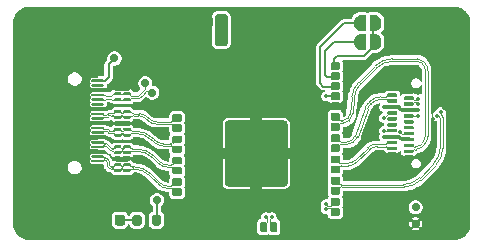
<source format=gbr>
%TF.GenerationSoftware,KiCad,Pcbnew,9.0.0-rc3*%
%TF.CreationDate,2025-02-11T14:32:45-05:00*%
%TF.ProjectId,melonHD,6d656c6f-6e48-4442-9e6b-696361645f70,rev?*%
%TF.SameCoordinates,PX7459280PY6422c40*%
%TF.FileFunction,Copper,L1,Top*%
%TF.FilePolarity,Positive*%
%FSLAX46Y46*%
G04 Gerber Fmt 4.6, Leading zero omitted, Abs format (unit mm)*
G04 Created by KiCad (PCBNEW 9.0.0-rc3) date 2025-02-11 14:32:45*
%MOMM*%
%LPD*%
G01*
G04 APERTURE LIST*
%TA.AperFunction,SMDPad,CuDef*%
%ADD10C,0.700000*%
%TD*%
%TA.AperFunction,ComponentPad*%
%ADD11O,1.600000X0.600000*%
%TD*%
%TA.AperFunction,ComponentPad*%
%ADD12O,1.690000X0.600000*%
%TD*%
%TA.AperFunction,ComponentPad*%
%ADD13O,0.600000X1.200000*%
%TD*%
%TA.AperFunction,ViaPad*%
%ADD14C,0.350000*%
%TD*%
%TA.AperFunction,ViaPad*%
%ADD15C,2.250000*%
%TD*%
%TA.AperFunction,Conductor*%
%ADD16C,0.300000*%
%TD*%
%TA.AperFunction,Conductor*%
%ADD17C,0.400000*%
%TD*%
%TA.AperFunction,Conductor*%
%ADD18C,0.100000*%
%TD*%
%TA.AperFunction,Conductor*%
%ADD19C,0.088900*%
%TD*%
%TA.AperFunction,Conductor*%
%ADD20C,0.200000*%
%TD*%
%TA.AperFunction,Conductor*%
%ADD21C,0.127000*%
%TD*%
%TA.AperFunction,Conductor*%
%ADD22C,0.115000*%
%TD*%
G04 APERTURE END LIST*
%TA.AperFunction,SMDPad,CuDef*%
G36*
G01*
X7187500Y543750D02*
X7187500Y1056250D01*
G75*
G02*
X7406250Y1275000I218750J0D01*
G01*
X7843750Y1275000D01*
G75*
G02*
X8062500Y1056250I0J-218750D01*
G01*
X8062500Y543750D01*
G75*
G02*
X7843750Y325000I-218750J0D01*
G01*
X7406250Y325000D01*
G75*
G02*
X7187500Y543750I0J218750D01*
G01*
G37*
%TD.AperFunction*%
%TA.AperFunction,SMDPad,CuDef*%
G36*
G01*
X8762500Y543750D02*
X8762500Y1056250D01*
G75*
G02*
X8981250Y1275000I218750J0D01*
G01*
X9418750Y1275000D01*
G75*
G02*
X9637500Y1056250I0J-218750D01*
G01*
X9637500Y543750D01*
G75*
G02*
X9418750Y325000I-218750J0D01*
G01*
X8981250Y325000D01*
G75*
G02*
X8762500Y543750I0J218750D01*
G01*
G37*
%TD.AperFunction*%
%TA.AperFunction,SMDPad,CuDef*%
G36*
X30033614Y15242001D02*
G01*
X29533614Y15242001D01*
X29533614Y15246279D01*
X29468351Y15246279D01*
X29342272Y15280061D01*
X29229233Y15345324D01*
X29136937Y15437620D01*
X29071674Y15550659D01*
X29037892Y15676738D01*
X29037892Y15742001D01*
X29033614Y15742001D01*
X29033614Y16042001D01*
X29037892Y16042001D01*
X29037892Y16107264D01*
X29071674Y16233343D01*
X29136937Y16346382D01*
X29229233Y16438678D01*
X29342272Y16503941D01*
X29468351Y16537723D01*
X29533614Y16537723D01*
X29533614Y16542001D01*
X30033614Y16542001D01*
X30033614Y15242001D01*
G37*
%TD.AperFunction*%
%TA.AperFunction,SMDPad,CuDef*%
G36*
X30833614Y16537723D02*
G01*
X30898877Y16537723D01*
X31024956Y16503941D01*
X31137995Y16438678D01*
X31230291Y16346382D01*
X31295554Y16233343D01*
X31329336Y16107264D01*
X31329336Y16042001D01*
X31333614Y16042001D01*
X31333614Y15742001D01*
X31329336Y15742001D01*
X31329336Y15676738D01*
X31295554Y15550659D01*
X31230291Y15437620D01*
X31137995Y15345324D01*
X31024956Y15280061D01*
X30898877Y15246279D01*
X30833614Y15246279D01*
X30833614Y15242001D01*
X30333614Y15242001D01*
X30333614Y16542001D01*
X30833614Y16542001D01*
X30833614Y16537723D01*
G37*
%TD.AperFunction*%
%TA.AperFunction,SMDPad,CuDef*%
G36*
G01*
X18011114Y17167001D02*
X17556114Y17167001D01*
G75*
G02*
X17458614Y17264501I0J97500D01*
G01*
X17458614Y17869501D01*
G75*
G02*
X17556114Y17967001I97500J0D01*
G01*
X18011114Y17967001D01*
G75*
G02*
X18108614Y17869501I0J-97500D01*
G01*
X18108614Y17264501D01*
G75*
G02*
X18011114Y17167001I-97500J0D01*
G01*
G37*
%TD.AperFunction*%
%TA.AperFunction,SMDPad,CuDef*%
G36*
G01*
X16961114Y17167001D02*
X16506114Y17167001D01*
G75*
G02*
X16408614Y17264501I0J97500D01*
G01*
X16408614Y17869501D01*
G75*
G02*
X16506114Y17967001I97500J0D01*
G01*
X16961114Y17967001D01*
G75*
G02*
X17058614Y17869501I0J-97500D01*
G01*
X17058614Y17264501D01*
G75*
G02*
X16961114Y17167001I-97500J0D01*
G01*
G37*
%TD.AperFunction*%
%TA.AperFunction,SMDPad,CuDef*%
G36*
G01*
X14433614Y10619501D02*
X14433614Y10164501D01*
G75*
G02*
X14336114Y10067001I-97500J0D01*
G01*
X13731114Y10067001D01*
G75*
G02*
X13633614Y10164501I0J97500D01*
G01*
X13633614Y10619501D01*
G75*
G02*
X13731114Y10717001I97500J0D01*
G01*
X14336114Y10717001D01*
G75*
G02*
X14433614Y10619501I0J-97500D01*
G01*
G37*
%TD.AperFunction*%
%TA.AperFunction,SMDPad,CuDef*%
G36*
G01*
X14433614Y9669501D02*
X14433614Y9214501D01*
G75*
G02*
X14336114Y9117001I-97500J0D01*
G01*
X13731114Y9117001D01*
G75*
G02*
X13633614Y9214501I0J97500D01*
G01*
X13633614Y9669501D01*
G75*
G02*
X13731114Y9767001I97500J0D01*
G01*
X14336114Y9767001D01*
G75*
G02*
X14433614Y9669501I0J-97500D01*
G01*
G37*
%TD.AperFunction*%
%TA.AperFunction,SMDPad,CuDef*%
G36*
G01*
X14433614Y8819501D02*
X14433614Y8364501D01*
G75*
G02*
X14336114Y8267001I-97500J0D01*
G01*
X13731114Y8267001D01*
G75*
G02*
X13633614Y8364501I0J97500D01*
G01*
X13633614Y8819501D01*
G75*
G02*
X13731114Y8917001I97500J0D01*
G01*
X14336114Y8917001D01*
G75*
G02*
X14433614Y8819501I0J-97500D01*
G01*
G37*
%TD.AperFunction*%
%TA.AperFunction,SMDPad,CuDef*%
G36*
G01*
X14433614Y7869501D02*
X14433614Y7414501D01*
G75*
G02*
X14336114Y7317001I-97500J0D01*
G01*
X13731114Y7317001D01*
G75*
G02*
X13633614Y7414501I0J97500D01*
G01*
X13633614Y7869501D01*
G75*
G02*
X13731114Y7967001I97500J0D01*
G01*
X14336114Y7967001D01*
G75*
G02*
X14433614Y7869501I0J-97500D01*
G01*
G37*
%TD.AperFunction*%
%TA.AperFunction,SMDPad,CuDef*%
G36*
G01*
X14433614Y7019501D02*
X14433614Y6564501D01*
G75*
G02*
X14336114Y6467001I-97500J0D01*
G01*
X13731114Y6467001D01*
G75*
G02*
X13633614Y6564501I0J97500D01*
G01*
X13633614Y7019501D01*
G75*
G02*
X13731114Y7117001I97500J0D01*
G01*
X14336114Y7117001D01*
G75*
G02*
X14433614Y7019501I0J-97500D01*
G01*
G37*
%TD.AperFunction*%
%TA.AperFunction,SMDPad,CuDef*%
G36*
G01*
X14433614Y6069501D02*
X14433614Y5614501D01*
G75*
G02*
X14336114Y5517001I-97500J0D01*
G01*
X13731114Y5517001D01*
G75*
G02*
X13633614Y5614501I0J97500D01*
G01*
X13633614Y6069501D01*
G75*
G02*
X13731114Y6167001I97500J0D01*
G01*
X14336114Y6167001D01*
G75*
G02*
X14433614Y6069501I0J-97500D01*
G01*
G37*
%TD.AperFunction*%
%TA.AperFunction,SMDPad,CuDef*%
G36*
G01*
X14433614Y5219501D02*
X14433614Y4764501D01*
G75*
G02*
X14336114Y4667001I-97500J0D01*
G01*
X13731114Y4667001D01*
G75*
G02*
X13633614Y4764501I0J97500D01*
G01*
X13633614Y5219501D01*
G75*
G02*
X13731114Y5317001I97500J0D01*
G01*
X14336114Y5317001D01*
G75*
G02*
X14433614Y5219501I0J-97500D01*
G01*
G37*
%TD.AperFunction*%
%TA.AperFunction,SMDPad,CuDef*%
G36*
G01*
X14433614Y4269501D02*
X14433614Y3814501D01*
G75*
G02*
X14336114Y3717001I-97500J0D01*
G01*
X13731114Y3717001D01*
G75*
G02*
X13633614Y3814501I0J97500D01*
G01*
X13633614Y4269501D01*
G75*
G02*
X13731114Y4367001I97500J0D01*
G01*
X14336114Y4367001D01*
G75*
G02*
X14433614Y4269501I0J-97500D01*
G01*
G37*
%TD.AperFunction*%
%TA.AperFunction,SMDPad,CuDef*%
G36*
G01*
X14433614Y3419501D02*
X14433614Y2964501D01*
G75*
G02*
X14336114Y2867001I-97500J0D01*
G01*
X13731114Y2867001D01*
G75*
G02*
X13633614Y2964501I0J97500D01*
G01*
X13633614Y3419501D01*
G75*
G02*
X13731114Y3517001I97500J0D01*
G01*
X14336114Y3517001D01*
G75*
G02*
X14433614Y3419501I0J-97500D01*
G01*
G37*
%TD.AperFunction*%
%TA.AperFunction,SMDPad,CuDef*%
G36*
G01*
X14433614Y2219501D02*
X14433614Y1764501D01*
G75*
G02*
X14336114Y1667001I-97500J0D01*
G01*
X13731114Y1667001D01*
G75*
G02*
X13633614Y1764501I0J97500D01*
G01*
X13633614Y2219501D01*
G75*
G02*
X13731114Y2317001I97500J0D01*
G01*
X14336114Y2317001D01*
G75*
G02*
X14433614Y2219501I0J-97500D01*
G01*
G37*
%TD.AperFunction*%
%TA.AperFunction,SMDPad,CuDef*%
G36*
G01*
X21131114Y617001D02*
X21586114Y617001D01*
G75*
G02*
X21683614Y519501I0J-97500D01*
G01*
X21683614Y-85499D01*
G75*
G02*
X21586114Y-182999I-97500J0D01*
G01*
X21131114Y-182999D01*
G75*
G02*
X21033614Y-85499I0J97500D01*
G01*
X21033614Y519501D01*
G75*
G02*
X21131114Y617001I97500J0D01*
G01*
G37*
%TD.AperFunction*%
%TA.AperFunction,SMDPad,CuDef*%
G36*
G01*
X21981114Y617001D02*
X22436114Y617001D01*
G75*
G02*
X22533614Y519501I0J-97500D01*
G01*
X22533614Y-85499D01*
G75*
G02*
X22436114Y-182999I-97500J0D01*
G01*
X21981114Y-182999D01*
G75*
G02*
X21883614Y-85499I0J97500D01*
G01*
X21883614Y519501D01*
G75*
G02*
X21981114Y617001I97500J0D01*
G01*
G37*
%TD.AperFunction*%
%TA.AperFunction,SMDPad,CuDef*%
G36*
G01*
X27033614Y1264501D02*
X27033614Y1719501D01*
G75*
G02*
X27131114Y1817001I97500J0D01*
G01*
X27736114Y1817001D01*
G75*
G02*
X27833614Y1719501I0J-97500D01*
G01*
X27833614Y1264501D01*
G75*
G02*
X27736114Y1167001I-97500J0D01*
G01*
X27131114Y1167001D01*
G75*
G02*
X27033614Y1264501I0J97500D01*
G01*
G37*
%TD.AperFunction*%
%TA.AperFunction,SMDPad,CuDef*%
G36*
G01*
X27033614Y2114501D02*
X27033614Y2569501D01*
G75*
G02*
X27131114Y2667001I97500J0D01*
G01*
X27736114Y2667001D01*
G75*
G02*
X27833614Y2569501I0J-97500D01*
G01*
X27833614Y2114501D01*
G75*
G02*
X27736114Y2017001I-97500J0D01*
G01*
X27131114Y2017001D01*
G75*
G02*
X27033614Y2114501I0J97500D01*
G01*
G37*
%TD.AperFunction*%
%TA.AperFunction,SMDPad,CuDef*%
G36*
G01*
X27033614Y3064501D02*
X27033614Y3519501D01*
G75*
G02*
X27131114Y3617001I97500J0D01*
G01*
X27736114Y3617001D01*
G75*
G02*
X27833614Y3519501I0J-97500D01*
G01*
X27833614Y3064501D01*
G75*
G02*
X27736114Y2967001I-97500J0D01*
G01*
X27131114Y2967001D01*
G75*
G02*
X27033614Y3064501I0J97500D01*
G01*
G37*
%TD.AperFunction*%
%TA.AperFunction,SMDPad,CuDef*%
G36*
G01*
X27033614Y3914501D02*
X27033614Y4369501D01*
G75*
G02*
X27131114Y4467001I97500J0D01*
G01*
X27736114Y4467001D01*
G75*
G02*
X27833614Y4369501I0J-97500D01*
G01*
X27833614Y3914501D01*
G75*
G02*
X27736114Y3817001I-97500J0D01*
G01*
X27131114Y3817001D01*
G75*
G02*
X27033614Y3914501I0J97500D01*
G01*
G37*
%TD.AperFunction*%
%TA.AperFunction,SMDPad,CuDef*%
G36*
G01*
X27033614Y4864501D02*
X27033614Y5319501D01*
G75*
G02*
X27131114Y5417001I97500J0D01*
G01*
X27736114Y5417001D01*
G75*
G02*
X27833614Y5319501I0J-97500D01*
G01*
X27833614Y4864501D01*
G75*
G02*
X27736114Y4767001I-97500J0D01*
G01*
X27131114Y4767001D01*
G75*
G02*
X27033614Y4864501I0J97500D01*
G01*
G37*
%TD.AperFunction*%
%TA.AperFunction,SMDPad,CuDef*%
G36*
G01*
X27033614Y5714501D02*
X27033614Y6169501D01*
G75*
G02*
X27131114Y6267001I97500J0D01*
G01*
X27736114Y6267001D01*
G75*
G02*
X27833614Y6169501I0J-97500D01*
G01*
X27833614Y5714501D01*
G75*
G02*
X27736114Y5617001I-97500J0D01*
G01*
X27131114Y5617001D01*
G75*
G02*
X27033614Y5714501I0J97500D01*
G01*
G37*
%TD.AperFunction*%
%TA.AperFunction,SMDPad,CuDef*%
G36*
G01*
X27033614Y6664501D02*
X27033614Y7119501D01*
G75*
G02*
X27131114Y7217001I97500J0D01*
G01*
X27736114Y7217001D01*
G75*
G02*
X27833614Y7119501I0J-97500D01*
G01*
X27833614Y6664501D01*
G75*
G02*
X27736114Y6567001I-97500J0D01*
G01*
X27131114Y6567001D01*
G75*
G02*
X27033614Y6664501I0J97500D01*
G01*
G37*
%TD.AperFunction*%
%TA.AperFunction,SMDPad,CuDef*%
G36*
G01*
X27033614Y7514501D02*
X27033614Y7969501D01*
G75*
G02*
X27131114Y8067001I97500J0D01*
G01*
X27736114Y8067001D01*
G75*
G02*
X27833614Y7969501I0J-97500D01*
G01*
X27833614Y7514501D01*
G75*
G02*
X27736114Y7417001I-97500J0D01*
G01*
X27131114Y7417001D01*
G75*
G02*
X27033614Y7514501I0J97500D01*
G01*
G37*
%TD.AperFunction*%
%TA.AperFunction,SMDPad,CuDef*%
G36*
G01*
X27033614Y8464501D02*
X27033614Y8919501D01*
G75*
G02*
X27131114Y9017001I97500J0D01*
G01*
X27736114Y9017001D01*
G75*
G02*
X27833614Y8919501I0J-97500D01*
G01*
X27833614Y8464501D01*
G75*
G02*
X27736114Y8367001I-97500J0D01*
G01*
X27131114Y8367001D01*
G75*
G02*
X27033614Y8464501I0J97500D01*
G01*
G37*
%TD.AperFunction*%
%TA.AperFunction,SMDPad,CuDef*%
G36*
G01*
X27033614Y9314501D02*
X27033614Y9769501D01*
G75*
G02*
X27131114Y9867001I97500J0D01*
G01*
X27736114Y9867001D01*
G75*
G02*
X27833614Y9769501I0J-97500D01*
G01*
X27833614Y9314501D01*
G75*
G02*
X27736114Y9217001I-97500J0D01*
G01*
X27131114Y9217001D01*
G75*
G02*
X27033614Y9314501I0J97500D01*
G01*
G37*
%TD.AperFunction*%
%TA.AperFunction,SMDPad,CuDef*%
G36*
G01*
X27033614Y10214501D02*
X27033614Y10669501D01*
G75*
G02*
X27131114Y10767001I97500J0D01*
G01*
X27736114Y10767001D01*
G75*
G02*
X27833614Y10669501I0J-97500D01*
G01*
X27833614Y10214501D01*
G75*
G02*
X27736114Y10117001I-97500J0D01*
G01*
X27131114Y10117001D01*
G75*
G02*
X27033614Y10214501I0J97500D01*
G01*
G37*
%TD.AperFunction*%
%TA.AperFunction,SMDPad,CuDef*%
G36*
G01*
X27033614Y11064501D02*
X27033614Y11519501D01*
G75*
G02*
X27131114Y11617001I97500J0D01*
G01*
X27736114Y11617001D01*
G75*
G02*
X27833614Y11519501I0J-97500D01*
G01*
X27833614Y11064501D01*
G75*
G02*
X27736114Y10967001I-97500J0D01*
G01*
X27131114Y10967001D01*
G75*
G02*
X27033614Y11064501I0J97500D01*
G01*
G37*
%TD.AperFunction*%
%TA.AperFunction,SMDPad,CuDef*%
G36*
G01*
X27033614Y11914501D02*
X27033614Y12369501D01*
G75*
G02*
X27131114Y12467001I97500J0D01*
G01*
X27736114Y12467001D01*
G75*
G02*
X27833614Y12369501I0J-97500D01*
G01*
X27833614Y11914501D01*
G75*
G02*
X27736114Y11817001I-97500J0D01*
G01*
X27131114Y11817001D01*
G75*
G02*
X27033614Y11914501I0J97500D01*
G01*
G37*
%TD.AperFunction*%
%TA.AperFunction,SMDPad,CuDef*%
G36*
G01*
X27033614Y12764501D02*
X27033614Y13219501D01*
G75*
G02*
X27131114Y13317001I97500J0D01*
G01*
X27736114Y13317001D01*
G75*
G02*
X27833614Y13219501I0J-97500D01*
G01*
X27833614Y12764501D01*
G75*
G02*
X27736114Y12667001I-97500J0D01*
G01*
X27131114Y12667001D01*
G75*
G02*
X27033614Y12764501I0J97500D01*
G01*
G37*
%TD.AperFunction*%
%TA.AperFunction,SMDPad,CuDef*%
G36*
G01*
X27033614Y13614501D02*
X27033614Y14069501D01*
G75*
G02*
X27131114Y14167001I97500J0D01*
G01*
X27736114Y14167001D01*
G75*
G02*
X27833614Y14069501I0J-97500D01*
G01*
X27833614Y13614501D01*
G75*
G02*
X27736114Y13517001I-97500J0D01*
G01*
X27131114Y13517001D01*
G75*
G02*
X27033614Y13614501I0J97500D01*
G01*
G37*
%TD.AperFunction*%
%TA.AperFunction,SMDPad,CuDef*%
G36*
G01*
X25236114Y17167001D02*
X24781114Y17167001D01*
G75*
G02*
X24683614Y17264501I0J97500D01*
G01*
X24683614Y17869501D01*
G75*
G02*
X24781114Y17967001I97500J0D01*
G01*
X25236114Y17967001D01*
G75*
G02*
X25333614Y17869501I0J-97500D01*
G01*
X25333614Y17264501D01*
G75*
G02*
X25236114Y17167001I-97500J0D01*
G01*
G37*
%TD.AperFunction*%
%TA.AperFunction,SMDPad,CuDef*%
G36*
G01*
X18083614Y3907001D02*
X18083614Y8977001D01*
G75*
G02*
X18348614Y9242001I265000J0D01*
G01*
X23118614Y9242001D01*
G75*
G02*
X23383614Y8977001I0J-265000D01*
G01*
X23383614Y3907001D01*
G75*
G02*
X23118614Y3642001I-265000J0D01*
G01*
X18348614Y3642001D01*
G75*
G02*
X18083614Y3907001I0J265000D01*
G01*
G37*
%TD.AperFunction*%
%TA.AperFunction,SMDPad,CuDef*%
G36*
G01*
X6842000Y5515000D02*
X7758000Y5515000D01*
G75*
G02*
X7850000Y5423000I0J-92000D01*
G01*
X7850000Y5377000D01*
G75*
G02*
X7758000Y5285000I-92000J0D01*
G01*
X6842000Y5285000D01*
G75*
G02*
X6750000Y5377000I0J92000D01*
G01*
X6750000Y5423000D01*
G75*
G02*
X6842000Y5515000I92000J0D01*
G01*
G37*
%TD.AperFunction*%
%TA.AperFunction,SMDPad,CuDef*%
G36*
G01*
X6842000Y5915000D02*
X7758000Y5915000D01*
G75*
G02*
X7850000Y5823000I0J-92000D01*
G01*
X7850000Y5777000D01*
G75*
G02*
X7758000Y5685000I-92000J0D01*
G01*
X6842000Y5685000D01*
G75*
G02*
X6750000Y5777000I0J92000D01*
G01*
X6750000Y5823000D01*
G75*
G02*
X6842000Y5915000I92000J0D01*
G01*
G37*
%TD.AperFunction*%
%TA.AperFunction,SMDPad,CuDef*%
G36*
G01*
X6842000Y6315000D02*
X7758000Y6315000D01*
G75*
G02*
X7850000Y6223000I0J-92000D01*
G01*
X7850000Y6177000D01*
G75*
G02*
X7758000Y6085000I-92000J0D01*
G01*
X6842000Y6085000D01*
G75*
G02*
X6750000Y6177000I0J92000D01*
G01*
X6750000Y6223000D01*
G75*
G02*
X6842000Y6315000I92000J0D01*
G01*
G37*
%TD.AperFunction*%
%TA.AperFunction,SMDPad,CuDef*%
G36*
G01*
X6842000Y6715000D02*
X7758000Y6715000D01*
G75*
G02*
X7850000Y6623000I0J-92000D01*
G01*
X7850000Y6577000D01*
G75*
G02*
X7758000Y6485000I-92000J0D01*
G01*
X6842000Y6485000D01*
G75*
G02*
X6750000Y6577000I0J92000D01*
G01*
X6750000Y6623000D01*
G75*
G02*
X6842000Y6715000I92000J0D01*
G01*
G37*
%TD.AperFunction*%
%TA.AperFunction,SMDPad,CuDef*%
G36*
G01*
X6842000Y7115000D02*
X7758000Y7115000D01*
G75*
G02*
X7850000Y7023000I0J-92000D01*
G01*
X7850000Y6977000D01*
G75*
G02*
X7758000Y6885000I-92000J0D01*
G01*
X6842000Y6885000D01*
G75*
G02*
X6750000Y6977000I0J92000D01*
G01*
X6750000Y7023000D01*
G75*
G02*
X6842000Y7115000I92000J0D01*
G01*
G37*
%TD.AperFunction*%
%TA.AperFunction,SMDPad,CuDef*%
G36*
G01*
X6842000Y7515000D02*
X7758000Y7515000D01*
G75*
G02*
X7850000Y7423000I0J-92000D01*
G01*
X7850000Y7377000D01*
G75*
G02*
X7758000Y7285000I-92000J0D01*
G01*
X6842000Y7285000D01*
G75*
G02*
X6750000Y7377000I0J92000D01*
G01*
X6750000Y7423000D01*
G75*
G02*
X6842000Y7515000I92000J0D01*
G01*
G37*
%TD.AperFunction*%
%TA.AperFunction,SMDPad,CuDef*%
G36*
G01*
X6842000Y7915000D02*
X7758000Y7915000D01*
G75*
G02*
X7850000Y7823000I0J-92000D01*
G01*
X7850000Y7777000D01*
G75*
G02*
X7758000Y7685000I-92000J0D01*
G01*
X6842000Y7685000D01*
G75*
G02*
X6750000Y7777000I0J92000D01*
G01*
X6750000Y7823000D01*
G75*
G02*
X6842000Y7915000I92000J0D01*
G01*
G37*
%TD.AperFunction*%
%TA.AperFunction,SMDPad,CuDef*%
G36*
G01*
X6842000Y8315000D02*
X7758000Y8315000D01*
G75*
G02*
X7850000Y8223000I0J-92000D01*
G01*
X7850000Y8177000D01*
G75*
G02*
X7758000Y8085000I-92000J0D01*
G01*
X6842000Y8085000D01*
G75*
G02*
X6750000Y8177000I0J92000D01*
G01*
X6750000Y8223000D01*
G75*
G02*
X6842000Y8315000I92000J0D01*
G01*
G37*
%TD.AperFunction*%
%TA.AperFunction,SMDPad,CuDef*%
G36*
G01*
X6842000Y8715000D02*
X7758000Y8715000D01*
G75*
G02*
X7850000Y8623000I0J-92000D01*
G01*
X7850000Y8577000D01*
G75*
G02*
X7758000Y8485000I-92000J0D01*
G01*
X6842000Y8485000D01*
G75*
G02*
X6750000Y8577000I0J92000D01*
G01*
X6750000Y8623000D01*
G75*
G02*
X6842000Y8715000I92000J0D01*
G01*
G37*
%TD.AperFunction*%
%TA.AperFunction,SMDPad,CuDef*%
G36*
G01*
X6842000Y9115000D02*
X7758000Y9115000D01*
G75*
G02*
X7850000Y9023000I0J-92000D01*
G01*
X7850000Y8977000D01*
G75*
G02*
X7758000Y8885000I-92000J0D01*
G01*
X6842000Y8885000D01*
G75*
G02*
X6750000Y8977000I0J92000D01*
G01*
X6750000Y9023000D01*
G75*
G02*
X6842000Y9115000I92000J0D01*
G01*
G37*
%TD.AperFunction*%
%TA.AperFunction,SMDPad,CuDef*%
G36*
G01*
X6842000Y9515000D02*
X7758000Y9515000D01*
G75*
G02*
X7850000Y9423000I0J-92000D01*
G01*
X7850000Y9377000D01*
G75*
G02*
X7758000Y9285000I-92000J0D01*
G01*
X6842000Y9285000D01*
G75*
G02*
X6750000Y9377000I0J92000D01*
G01*
X6750000Y9423000D01*
G75*
G02*
X6842000Y9515000I92000J0D01*
G01*
G37*
%TD.AperFunction*%
%TA.AperFunction,SMDPad,CuDef*%
G36*
G01*
X6842000Y9915000D02*
X7758000Y9915000D01*
G75*
G02*
X7850000Y9823000I0J-92000D01*
G01*
X7850000Y9777000D01*
G75*
G02*
X7758000Y9685000I-92000J0D01*
G01*
X6842000Y9685000D01*
G75*
G02*
X6750000Y9777000I0J92000D01*
G01*
X6750000Y9823000D01*
G75*
G02*
X6842000Y9915000I92000J0D01*
G01*
G37*
%TD.AperFunction*%
%TA.AperFunction,SMDPad,CuDef*%
G36*
G01*
X6842000Y10315000D02*
X7758000Y10315000D01*
G75*
G02*
X7850000Y10223000I0J-92000D01*
G01*
X7850000Y10177000D01*
G75*
G02*
X7758000Y10085000I-92000J0D01*
G01*
X6842000Y10085000D01*
G75*
G02*
X6750000Y10177000I0J92000D01*
G01*
X6750000Y10223000D01*
G75*
G02*
X6842000Y10315000I92000J0D01*
G01*
G37*
%TD.AperFunction*%
%TA.AperFunction,SMDPad,CuDef*%
G36*
G01*
X6842000Y10715000D02*
X7758000Y10715000D01*
G75*
G02*
X7850000Y10623000I0J-92000D01*
G01*
X7850000Y10577000D01*
G75*
G02*
X7758000Y10485000I-92000J0D01*
G01*
X6842000Y10485000D01*
G75*
G02*
X6750000Y10577000I0J92000D01*
G01*
X6750000Y10623000D01*
G75*
G02*
X6842000Y10715000I92000J0D01*
G01*
G37*
%TD.AperFunction*%
%TA.AperFunction,SMDPad,CuDef*%
G36*
G01*
X6842000Y11115000D02*
X7758000Y11115000D01*
G75*
G02*
X7850000Y11023000I0J-92000D01*
G01*
X7850000Y10977000D01*
G75*
G02*
X7758000Y10885000I-92000J0D01*
G01*
X6842000Y10885000D01*
G75*
G02*
X6750000Y10977000I0J92000D01*
G01*
X6750000Y11023000D01*
G75*
G02*
X6842000Y11115000I92000J0D01*
G01*
G37*
%TD.AperFunction*%
%TA.AperFunction,SMDPad,CuDef*%
G36*
G01*
X6842000Y11515000D02*
X7758000Y11515000D01*
G75*
G02*
X7850000Y11423000I0J-92000D01*
G01*
X7850000Y11377000D01*
G75*
G02*
X7758000Y11285000I-92000J0D01*
G01*
X6842000Y11285000D01*
G75*
G02*
X6750000Y11377000I0J92000D01*
G01*
X6750000Y11423000D01*
G75*
G02*
X6842000Y11515000I92000J0D01*
G01*
G37*
%TD.AperFunction*%
%TA.AperFunction,SMDPad,CuDef*%
G36*
G01*
X6842000Y11915000D02*
X7758000Y11915000D01*
G75*
G02*
X7850000Y11823000I0J-92000D01*
G01*
X7850000Y11777000D01*
G75*
G02*
X7758000Y11685000I-92000J0D01*
G01*
X6842000Y11685000D01*
G75*
G02*
X6750000Y11777000I0J92000D01*
G01*
X6750000Y11823000D01*
G75*
G02*
X6842000Y11915000I92000J0D01*
G01*
G37*
%TD.AperFunction*%
%TA.AperFunction,SMDPad,CuDef*%
G36*
G01*
X6842000Y12315000D02*
X7758000Y12315000D01*
G75*
G02*
X7850000Y12223000I0J-92000D01*
G01*
X7850000Y12177000D01*
G75*
G02*
X7758000Y12085000I-92000J0D01*
G01*
X6842000Y12085000D01*
G75*
G02*
X6750000Y12177000I0J92000D01*
G01*
X6750000Y12223000D01*
G75*
G02*
X6842000Y12315000I92000J0D01*
G01*
G37*
%TD.AperFunction*%
%TA.AperFunction,SMDPad,CuDef*%
G36*
G01*
X6842000Y12715000D02*
X7758000Y12715000D01*
G75*
G02*
X7850000Y12623000I0J-92000D01*
G01*
X7850000Y12577000D01*
G75*
G02*
X7758000Y12485000I-92000J0D01*
G01*
X6842000Y12485000D01*
G75*
G02*
X6750000Y12577000I0J92000D01*
G01*
X6750000Y12623000D01*
G75*
G02*
X6842000Y12715000I92000J0D01*
G01*
G37*
%TD.AperFunction*%
%TA.AperFunction,ComponentPad*%
G36*
G01*
X5500000Y14905000D02*
X6550000Y14905000D01*
G75*
G02*
X7025000Y14430000I0J-475000D01*
G01*
X7025000Y14430000D01*
G75*
G02*
X6550000Y13955000I-475000J0D01*
G01*
X5500000Y13955000D01*
G75*
G02*
X5025000Y14430000I0J475000D01*
G01*
X5025000Y14430000D01*
G75*
G02*
X5500000Y14905000I475000J0D01*
G01*
G37*
%TD.AperFunction*%
%TA.AperFunction,ComponentPad*%
G36*
G01*
X5500000Y4045000D02*
X6550000Y4045000D01*
G75*
G02*
X7025000Y3570000I0J-475000D01*
G01*
X7025000Y3570000D01*
G75*
G02*
X6550000Y3095000I-475000J0D01*
G01*
X5500000Y3095000D01*
G75*
G02*
X5025000Y3570000I0J475000D01*
G01*
X5025000Y3570000D01*
G75*
G02*
X5500000Y4045000I475000J0D01*
G01*
G37*
%TD.AperFunction*%
%TA.AperFunction,ComponentPad*%
G36*
G01*
X1100000Y14905000D02*
X1950000Y14905000D01*
G75*
G02*
X2425000Y14430000I0J-475000D01*
G01*
X2425000Y14430000D01*
G75*
G02*
X1950000Y13955000I-475000J0D01*
G01*
X1100000Y13955000D01*
G75*
G02*
X625000Y14430000I0J475000D01*
G01*
X625000Y14430000D01*
G75*
G02*
X1100000Y14905000I475000J0D01*
G01*
G37*
%TD.AperFunction*%
%TA.AperFunction,ComponentPad*%
G36*
G01*
X1100000Y4045000D02*
X1950000Y4045000D01*
G75*
G02*
X2425000Y3570000I0J-475000D01*
G01*
X2425000Y3570000D01*
G75*
G02*
X1950000Y3095000I-475000J0D01*
G01*
X1100000Y3095000D01*
G75*
G02*
X625000Y3570000I0J475000D01*
G01*
X625000Y3570000D01*
G75*
G02*
X1100000Y4045000I475000J0D01*
G01*
G37*
%TD.AperFunction*%
%TA.AperFunction,SMDPad,CuDef*%
G36*
G01*
X10250000Y525000D02*
X10250000Y1075000D01*
G75*
G02*
X10450000Y1275000I200000J0D01*
G01*
X10850000Y1275000D01*
G75*
G02*
X11050000Y1075000I0J-200000D01*
G01*
X11050000Y525000D01*
G75*
G02*
X10850000Y325000I-200000J0D01*
G01*
X10450000Y325000D01*
G75*
G02*
X10250000Y525000I0J200000D01*
G01*
G37*
%TD.AperFunction*%
%TA.AperFunction,SMDPad,CuDef*%
G36*
G01*
X11900000Y525000D02*
X11900000Y1075000D01*
G75*
G02*
X12100000Y1275000I200000J0D01*
G01*
X12500000Y1275000D01*
G75*
G02*
X12700000Y1075000I0J-200000D01*
G01*
X12700000Y525000D01*
G75*
G02*
X12500000Y325000I-200000J0D01*
G01*
X12100000Y325000D01*
G75*
G02*
X11900000Y525000I0J200000D01*
G01*
G37*
%TD.AperFunction*%
D10*
X11933614Y11592001D03*
X11333614Y12392001D03*
%TA.AperFunction,SMDPad,CuDef*%
G36*
G01*
X10037500Y4875000D02*
X9537500Y4875000D01*
G75*
G02*
X9475000Y4937500I0J62500D01*
G01*
X9475000Y5062500D01*
G75*
G02*
X9537500Y5125000I62500J0D01*
G01*
X10037500Y5125000D01*
G75*
G02*
X10100000Y5062500I0J-62500D01*
G01*
X10100000Y4937500D01*
G75*
G02*
X10037500Y4875000I-62500J0D01*
G01*
G37*
%TD.AperFunction*%
%TA.AperFunction,SMDPad,CuDef*%
G36*
G01*
X10037500Y5375000D02*
X9537500Y5375000D01*
G75*
G02*
X9475000Y5437500I0J62500D01*
G01*
X9475000Y5562500D01*
G75*
G02*
X9537500Y5625000I62500J0D01*
G01*
X10037500Y5625000D01*
G75*
G02*
X10100000Y5562500I0J-62500D01*
G01*
X10100000Y5437500D01*
G75*
G02*
X10037500Y5375000I-62500J0D01*
G01*
G37*
%TD.AperFunction*%
%TA.AperFunction,SMDPad,CuDef*%
G36*
G01*
X9987500Y5775000D02*
X9512500Y5775000D01*
G75*
G02*
X9400000Y5887500I0J112500D01*
G01*
X9400000Y6112500D01*
G75*
G02*
X9512500Y6225000I112500J0D01*
G01*
X9987500Y6225000D01*
G75*
G02*
X10100000Y6112500I0J-112500D01*
G01*
X10100000Y5887500D01*
G75*
G02*
X9987500Y5775000I-112500J0D01*
G01*
G37*
%TD.AperFunction*%
%TA.AperFunction,SMDPad,CuDef*%
G36*
G01*
X10037500Y6375000D02*
X9537500Y6375000D01*
G75*
G02*
X9475000Y6437500I0J62500D01*
G01*
X9475000Y6562500D01*
G75*
G02*
X9537500Y6625000I62500J0D01*
G01*
X10037500Y6625000D01*
G75*
G02*
X10100000Y6562500I0J-62500D01*
G01*
X10100000Y6437500D01*
G75*
G02*
X10037500Y6375000I-62500J0D01*
G01*
G37*
%TD.AperFunction*%
%TA.AperFunction,SMDPad,CuDef*%
G36*
G01*
X10037500Y6875000D02*
X9537500Y6875000D01*
G75*
G02*
X9475000Y6937500I0J62500D01*
G01*
X9475000Y7062500D01*
G75*
G02*
X9537500Y7125000I62500J0D01*
G01*
X10037500Y7125000D01*
G75*
G02*
X10100000Y7062500I0J-62500D01*
G01*
X10100000Y6937500D01*
G75*
G02*
X10037500Y6875000I-62500J0D01*
G01*
G37*
%TD.AperFunction*%
%TA.AperFunction,SMDPad,CuDef*%
G36*
G01*
X9262500Y6875000D02*
X8762500Y6875000D01*
G75*
G02*
X8700000Y6937500I0J62500D01*
G01*
X8700000Y7062500D01*
G75*
G02*
X8762500Y7125000I62500J0D01*
G01*
X9262500Y7125000D01*
G75*
G02*
X9325000Y7062500I0J-62500D01*
G01*
X9325000Y6937500D01*
G75*
G02*
X9262500Y6875000I-62500J0D01*
G01*
G37*
%TD.AperFunction*%
%TA.AperFunction,SMDPad,CuDef*%
G36*
G01*
X9262500Y6375000D02*
X8762500Y6375000D01*
G75*
G02*
X8700000Y6437500I0J62500D01*
G01*
X8700000Y6562500D01*
G75*
G02*
X8762500Y6625000I62500J0D01*
G01*
X9262500Y6625000D01*
G75*
G02*
X9325000Y6562500I0J-62500D01*
G01*
X9325000Y6437500D01*
G75*
G02*
X9262500Y6375000I-62500J0D01*
G01*
G37*
%TD.AperFunction*%
%TA.AperFunction,SMDPad,CuDef*%
G36*
G01*
X9162500Y5775000D02*
X8812500Y5775000D01*
G75*
G02*
X8700000Y5887500I0J112500D01*
G01*
X8700000Y6112500D01*
G75*
G02*
X8812500Y6225000I112500J0D01*
G01*
X9162500Y6225000D01*
G75*
G02*
X9275000Y6112500I0J-112500D01*
G01*
X9275000Y5887500D01*
G75*
G02*
X9162500Y5775000I-112500J0D01*
G01*
G37*
%TD.AperFunction*%
%TA.AperFunction,SMDPad,CuDef*%
G36*
G01*
X9262500Y5375000D02*
X8762500Y5375000D01*
G75*
G02*
X8700000Y5437500I0J62500D01*
G01*
X8700000Y5562500D01*
G75*
G02*
X8762500Y5625000I62500J0D01*
G01*
X9262500Y5625000D01*
G75*
G02*
X9325000Y5562500I0J-62500D01*
G01*
X9325000Y5437500D01*
G75*
G02*
X9262500Y5375000I-62500J0D01*
G01*
G37*
%TD.AperFunction*%
%TA.AperFunction,SMDPad,CuDef*%
G36*
G01*
X9262500Y4875000D02*
X8762500Y4875000D01*
G75*
G02*
X8700000Y4937500I0J62500D01*
G01*
X8700000Y5062500D01*
G75*
G02*
X8762500Y5125000I62500J0D01*
G01*
X9262500Y5125000D01*
G75*
G02*
X9325000Y5062500I0J-62500D01*
G01*
X9325000Y4937500D01*
G75*
G02*
X9262500Y4875000I-62500J0D01*
G01*
G37*
%TD.AperFunction*%
%TA.AperFunction,SMDPad,CuDef*%
G36*
G01*
X10037500Y7875000D02*
X9537500Y7875000D01*
G75*
G02*
X9475000Y7937500I0J62500D01*
G01*
X9475000Y8062500D01*
G75*
G02*
X9537500Y8125000I62500J0D01*
G01*
X10037500Y8125000D01*
G75*
G02*
X10100000Y8062500I0J-62500D01*
G01*
X10100000Y7937500D01*
G75*
G02*
X10037500Y7875000I-62500J0D01*
G01*
G37*
%TD.AperFunction*%
%TA.AperFunction,SMDPad,CuDef*%
G36*
G01*
X10037500Y8375000D02*
X9537500Y8375000D01*
G75*
G02*
X9475000Y8437500I0J62500D01*
G01*
X9475000Y8562500D01*
G75*
G02*
X9537500Y8625000I62500J0D01*
G01*
X10037500Y8625000D01*
G75*
G02*
X10100000Y8562500I0J-62500D01*
G01*
X10100000Y8437500D01*
G75*
G02*
X10037500Y8375000I-62500J0D01*
G01*
G37*
%TD.AperFunction*%
%TA.AperFunction,SMDPad,CuDef*%
G36*
G01*
X9987500Y8775000D02*
X9512500Y8775000D01*
G75*
G02*
X9400000Y8887500I0J112500D01*
G01*
X9400000Y9112500D01*
G75*
G02*
X9512500Y9225000I112500J0D01*
G01*
X9987500Y9225000D01*
G75*
G02*
X10100000Y9112500I0J-112500D01*
G01*
X10100000Y8887500D01*
G75*
G02*
X9987500Y8775000I-112500J0D01*
G01*
G37*
%TD.AperFunction*%
%TA.AperFunction,SMDPad,CuDef*%
G36*
G01*
X10037500Y9375000D02*
X9537500Y9375000D01*
G75*
G02*
X9475000Y9437500I0J62500D01*
G01*
X9475000Y9562500D01*
G75*
G02*
X9537500Y9625000I62500J0D01*
G01*
X10037500Y9625000D01*
G75*
G02*
X10100000Y9562500I0J-62500D01*
G01*
X10100000Y9437500D01*
G75*
G02*
X10037500Y9375000I-62500J0D01*
G01*
G37*
%TD.AperFunction*%
%TA.AperFunction,SMDPad,CuDef*%
G36*
G01*
X10037500Y9875000D02*
X9537500Y9875000D01*
G75*
G02*
X9475000Y9937500I0J62500D01*
G01*
X9475000Y10062500D01*
G75*
G02*
X9537500Y10125000I62500J0D01*
G01*
X10037500Y10125000D01*
G75*
G02*
X10100000Y10062500I0J-62500D01*
G01*
X10100000Y9937500D01*
G75*
G02*
X10037500Y9875000I-62500J0D01*
G01*
G37*
%TD.AperFunction*%
%TA.AperFunction,SMDPad,CuDef*%
G36*
G01*
X9262500Y9875000D02*
X8762500Y9875000D01*
G75*
G02*
X8700000Y9937500I0J62500D01*
G01*
X8700000Y10062500D01*
G75*
G02*
X8762500Y10125000I62500J0D01*
G01*
X9262500Y10125000D01*
G75*
G02*
X9325000Y10062500I0J-62500D01*
G01*
X9325000Y9937500D01*
G75*
G02*
X9262500Y9875000I-62500J0D01*
G01*
G37*
%TD.AperFunction*%
%TA.AperFunction,SMDPad,CuDef*%
G36*
G01*
X9262500Y9375000D02*
X8762500Y9375000D01*
G75*
G02*
X8700000Y9437500I0J62500D01*
G01*
X8700000Y9562500D01*
G75*
G02*
X8762500Y9625000I62500J0D01*
G01*
X9262500Y9625000D01*
G75*
G02*
X9325000Y9562500I0J-62500D01*
G01*
X9325000Y9437500D01*
G75*
G02*
X9262500Y9375000I-62500J0D01*
G01*
G37*
%TD.AperFunction*%
%TA.AperFunction,SMDPad,CuDef*%
G36*
G01*
X9162500Y8775000D02*
X8812500Y8775000D01*
G75*
G02*
X8700000Y8887500I0J112500D01*
G01*
X8700000Y9112500D01*
G75*
G02*
X8812500Y9225000I112500J0D01*
G01*
X9162500Y9225000D01*
G75*
G02*
X9275000Y9112500I0J-112500D01*
G01*
X9275000Y8887500D01*
G75*
G02*
X9162500Y8775000I-112500J0D01*
G01*
G37*
%TD.AperFunction*%
%TA.AperFunction,SMDPad,CuDef*%
G36*
G01*
X9262500Y8375000D02*
X8762500Y8375000D01*
G75*
G02*
X8700000Y8437500I0J62500D01*
G01*
X8700000Y8562500D01*
G75*
G02*
X8762500Y8625000I62500J0D01*
G01*
X9262500Y8625000D01*
G75*
G02*
X9325000Y8562500I0J-62500D01*
G01*
X9325000Y8437500D01*
G75*
G02*
X9262500Y8375000I-62500J0D01*
G01*
G37*
%TD.AperFunction*%
%TA.AperFunction,SMDPad,CuDef*%
G36*
G01*
X9262500Y7875000D02*
X8762500Y7875000D01*
G75*
G02*
X8700000Y7937500I0J62500D01*
G01*
X8700000Y8062500D01*
G75*
G02*
X8762500Y8125000I62500J0D01*
G01*
X9262500Y8125000D01*
G75*
G02*
X9325000Y8062500I0J-62500D01*
G01*
X9325000Y7937500D01*
G75*
G02*
X9262500Y7875000I-62500J0D01*
G01*
G37*
%TD.AperFunction*%
X8733614Y14492001D03*
%TA.AperFunction,SMDPad,CuDef*%
G36*
G01*
X8762500Y13125000D02*
X9262500Y13125000D01*
G75*
G02*
X9325000Y13062500I0J-62500D01*
G01*
X9325000Y12937500D01*
G75*
G02*
X9262500Y12875000I-62500J0D01*
G01*
X8762500Y12875000D01*
G75*
G02*
X8700000Y12937500I0J62500D01*
G01*
X8700000Y13062500D01*
G75*
G02*
X8762500Y13125000I62500J0D01*
G01*
G37*
%TD.AperFunction*%
%TA.AperFunction,SMDPad,CuDef*%
G36*
G01*
X8762500Y12625000D02*
X9262500Y12625000D01*
G75*
G02*
X9325000Y12562500I0J-62500D01*
G01*
X9325000Y12437500D01*
G75*
G02*
X9262500Y12375000I-62500J0D01*
G01*
X8762500Y12375000D01*
G75*
G02*
X8700000Y12437500I0J62500D01*
G01*
X8700000Y12562500D01*
G75*
G02*
X8762500Y12625000I62500J0D01*
G01*
G37*
%TD.AperFunction*%
%TA.AperFunction,SMDPad,CuDef*%
G36*
G01*
X8812500Y12225000D02*
X9287500Y12225000D01*
G75*
G02*
X9400000Y12112500I0J-112500D01*
G01*
X9400000Y11887500D01*
G75*
G02*
X9287500Y11775000I-112500J0D01*
G01*
X8812500Y11775000D01*
G75*
G02*
X8700000Y11887500I0J112500D01*
G01*
X8700000Y12112500D01*
G75*
G02*
X8812500Y12225000I112500J0D01*
G01*
G37*
%TD.AperFunction*%
%TA.AperFunction,SMDPad,CuDef*%
G36*
G01*
X8762500Y11625000D02*
X9262500Y11625000D01*
G75*
G02*
X9325000Y11562500I0J-62500D01*
G01*
X9325000Y11437500D01*
G75*
G02*
X9262500Y11375000I-62500J0D01*
G01*
X8762500Y11375000D01*
G75*
G02*
X8700000Y11437500I0J62500D01*
G01*
X8700000Y11562500D01*
G75*
G02*
X8762500Y11625000I62500J0D01*
G01*
G37*
%TD.AperFunction*%
%TA.AperFunction,SMDPad,CuDef*%
G36*
G01*
X8762500Y11125000D02*
X9262500Y11125000D01*
G75*
G02*
X9325000Y11062500I0J-62500D01*
G01*
X9325000Y10937500D01*
G75*
G02*
X9262500Y10875000I-62500J0D01*
G01*
X8762500Y10875000D01*
G75*
G02*
X8700000Y10937500I0J62500D01*
G01*
X8700000Y11062500D01*
G75*
G02*
X8762500Y11125000I62500J0D01*
G01*
G37*
%TD.AperFunction*%
%TA.AperFunction,SMDPad,CuDef*%
G36*
G01*
X9537500Y11125000D02*
X10037500Y11125000D01*
G75*
G02*
X10100000Y11062500I0J-62500D01*
G01*
X10100000Y10937500D01*
G75*
G02*
X10037500Y10875000I-62500J0D01*
G01*
X9537500Y10875000D01*
G75*
G02*
X9475000Y10937500I0J62500D01*
G01*
X9475000Y11062500D01*
G75*
G02*
X9537500Y11125000I62500J0D01*
G01*
G37*
%TD.AperFunction*%
%TA.AperFunction,SMDPad,CuDef*%
G36*
G01*
X9537500Y11625000D02*
X10037500Y11625000D01*
G75*
G02*
X10100000Y11562500I0J-62500D01*
G01*
X10100000Y11437500D01*
G75*
G02*
X10037500Y11375000I-62500J0D01*
G01*
X9537500Y11375000D01*
G75*
G02*
X9475000Y11437500I0J62500D01*
G01*
X9475000Y11562500D01*
G75*
G02*
X9537500Y11625000I62500J0D01*
G01*
G37*
%TD.AperFunction*%
%TA.AperFunction,SMDPad,CuDef*%
G36*
G01*
X9637500Y12225000D02*
X9987500Y12225000D01*
G75*
G02*
X10100000Y12112500I0J-112500D01*
G01*
X10100000Y11887500D01*
G75*
G02*
X9987500Y11775000I-112500J0D01*
G01*
X9637500Y11775000D01*
G75*
G02*
X9525000Y11887500I0J112500D01*
G01*
X9525000Y12112500D01*
G75*
G02*
X9637500Y12225000I112500J0D01*
G01*
G37*
%TD.AperFunction*%
%TA.AperFunction,SMDPad,CuDef*%
G36*
G01*
X9537500Y12625000D02*
X10037500Y12625000D01*
G75*
G02*
X10100000Y12562500I0J-62500D01*
G01*
X10100000Y12437500D01*
G75*
G02*
X10037500Y12375000I-62500J0D01*
G01*
X9537500Y12375000D01*
G75*
G02*
X9475000Y12437500I0J62500D01*
G01*
X9475000Y12562500D01*
G75*
G02*
X9537500Y12625000I62500J0D01*
G01*
G37*
%TD.AperFunction*%
%TA.AperFunction,SMDPad,CuDef*%
G36*
G01*
X9537500Y13125000D02*
X10037500Y13125000D01*
G75*
G02*
X10100000Y13062500I0J-62500D01*
G01*
X10100000Y12937500D01*
G75*
G02*
X10037500Y12875000I-62500J0D01*
G01*
X9537500Y12875000D01*
G75*
G02*
X9475000Y12937500I0J62500D01*
G01*
X9475000Y13062500D01*
G75*
G02*
X9537500Y13125000I62500J0D01*
G01*
G37*
%TD.AperFunction*%
D11*
X32925000Y4680000D03*
D12*
X37475000Y4680000D03*
D13*
X33425000Y4990000D03*
X33425000Y13010000D03*
D11*
X32925000Y13320000D03*
D12*
X37475000Y13320000D03*
%TA.AperFunction,SMDPad,CuDef*%
G36*
G01*
X32600000Y6230000D02*
X31900000Y6230000D01*
G75*
G02*
X31825000Y6305000I0J75000D01*
G01*
X31825000Y6455000D01*
G75*
G02*
X31900000Y6530000I75000J0D01*
G01*
X32600000Y6530000D01*
G75*
G02*
X32675000Y6455000I0J-75000D01*
G01*
X32675000Y6305000D01*
G75*
G02*
X32600000Y6230000I-75000J0D01*
G01*
G37*
%TD.AperFunction*%
%TA.AperFunction,SMDPad,CuDef*%
G36*
G01*
X32600000Y6730000D02*
X31900000Y6730000D01*
G75*
G02*
X31825000Y6805000I0J75000D01*
G01*
X31825000Y6955000D01*
G75*
G02*
X31900000Y7030000I75000J0D01*
G01*
X32600000Y7030000D01*
G75*
G02*
X32675000Y6955000I0J-75000D01*
G01*
X32675000Y6805000D01*
G75*
G02*
X32600000Y6730000I-75000J0D01*
G01*
G37*
%TD.AperFunction*%
%TA.AperFunction,SMDPad,CuDef*%
G36*
G01*
X32600000Y7230000D02*
X31900000Y7230000D01*
G75*
G02*
X31825000Y7305000I0J75000D01*
G01*
X31825000Y7455000D01*
G75*
G02*
X31900000Y7530000I75000J0D01*
G01*
X32600000Y7530000D01*
G75*
G02*
X32675000Y7455000I0J-75000D01*
G01*
X32675000Y7305000D01*
G75*
G02*
X32600000Y7230000I-75000J0D01*
G01*
G37*
%TD.AperFunction*%
%TA.AperFunction,SMDPad,CuDef*%
G36*
G01*
X32600000Y7730000D02*
X31900000Y7730000D01*
G75*
G02*
X31825000Y7805000I0J75000D01*
G01*
X31825000Y7955000D01*
G75*
G02*
X31900000Y8030000I75000J0D01*
G01*
X32600000Y8030000D01*
G75*
G02*
X32675000Y7955000I0J-75000D01*
G01*
X32675000Y7805000D01*
G75*
G02*
X32600000Y7730000I-75000J0D01*
G01*
G37*
%TD.AperFunction*%
%TA.AperFunction,SMDPad,CuDef*%
G36*
G01*
X32600000Y8230000D02*
X31900000Y8230000D01*
G75*
G02*
X31825000Y8305000I0J75000D01*
G01*
X31825000Y8455000D01*
G75*
G02*
X31900000Y8530000I75000J0D01*
G01*
X32600000Y8530000D01*
G75*
G02*
X32675000Y8455000I0J-75000D01*
G01*
X32675000Y8305000D01*
G75*
G02*
X32600000Y8230000I-75000J0D01*
G01*
G37*
%TD.AperFunction*%
%TA.AperFunction,SMDPad,CuDef*%
G36*
G01*
X32600000Y8730000D02*
X31900000Y8730000D01*
G75*
G02*
X31825000Y8805000I0J75000D01*
G01*
X31825000Y8955000D01*
G75*
G02*
X31900000Y9030000I75000J0D01*
G01*
X32600000Y9030000D01*
G75*
G02*
X32675000Y8955000I0J-75000D01*
G01*
X32675000Y8805000D01*
G75*
G02*
X32600000Y8730000I-75000J0D01*
G01*
G37*
%TD.AperFunction*%
%TA.AperFunction,SMDPad,CuDef*%
G36*
G01*
X32600000Y9230000D02*
X31900000Y9230000D01*
G75*
G02*
X31825000Y9305000I0J75000D01*
G01*
X31825000Y9455000D01*
G75*
G02*
X31900000Y9530000I75000J0D01*
G01*
X32600000Y9530000D01*
G75*
G02*
X32675000Y9455000I0J-75000D01*
G01*
X32675000Y9305000D01*
G75*
G02*
X32600000Y9230000I-75000J0D01*
G01*
G37*
%TD.AperFunction*%
%TA.AperFunction,SMDPad,CuDef*%
G36*
G01*
X32600000Y9730000D02*
X31900000Y9730000D01*
G75*
G02*
X31825000Y9805000I0J75000D01*
G01*
X31825000Y9955000D01*
G75*
G02*
X31900000Y10030000I75000J0D01*
G01*
X32600000Y10030000D01*
G75*
G02*
X32675000Y9955000I0J-75000D01*
G01*
X32675000Y9805000D01*
G75*
G02*
X32600000Y9730000I-75000J0D01*
G01*
G37*
%TD.AperFunction*%
%TA.AperFunction,SMDPad,CuDef*%
G36*
G01*
X32600000Y10230000D02*
X31900000Y10230000D01*
G75*
G02*
X31825000Y10305000I0J75000D01*
G01*
X31825000Y10455000D01*
G75*
G02*
X31900000Y10530000I75000J0D01*
G01*
X32600000Y10530000D01*
G75*
G02*
X32675000Y10455000I0J-75000D01*
G01*
X32675000Y10305000D01*
G75*
G02*
X32600000Y10230000I-75000J0D01*
G01*
G37*
%TD.AperFunction*%
%TA.AperFunction,SMDPad,CuDef*%
G36*
G01*
X32600000Y10730000D02*
X31900000Y10730000D01*
G75*
G02*
X31825000Y10805000I0J75000D01*
G01*
X31825000Y10955000D01*
G75*
G02*
X31900000Y11030000I75000J0D01*
G01*
X32600000Y11030000D01*
G75*
G02*
X32675000Y10955000I0J-75000D01*
G01*
X32675000Y10805000D01*
G75*
G02*
X32600000Y10730000I-75000J0D01*
G01*
G37*
%TD.AperFunction*%
%TA.AperFunction,SMDPad,CuDef*%
G36*
G01*
X32600000Y11230000D02*
X31900000Y11230000D01*
G75*
G02*
X31825000Y11305000I0J75000D01*
G01*
X31825000Y11455000D01*
G75*
G02*
X31900000Y11530000I75000J0D01*
G01*
X32600000Y11530000D01*
G75*
G02*
X32675000Y11455000I0J-75000D01*
G01*
X32675000Y11305000D01*
G75*
G02*
X32600000Y11230000I-75000J0D01*
G01*
G37*
%TD.AperFunction*%
%TA.AperFunction,SMDPad,CuDef*%
G36*
G01*
X32600000Y11730000D02*
X31900000Y11730000D01*
G75*
G02*
X31825000Y11805000I0J75000D01*
G01*
X31825000Y11955000D01*
G75*
G02*
X31900000Y12030000I75000J0D01*
G01*
X32600000Y12030000D01*
G75*
G02*
X32675000Y11955000I0J-75000D01*
G01*
X32675000Y11805000D01*
G75*
G02*
X32600000Y11730000I-75000J0D01*
G01*
G37*
%TD.AperFunction*%
%TA.AperFunction,SMDPad,CuDef*%
G36*
G01*
X34000000Y11480000D02*
X33300000Y11480000D01*
G75*
G02*
X33225000Y11555000I0J75000D01*
G01*
X33225000Y11705000D01*
G75*
G02*
X33300000Y11780000I75000J0D01*
G01*
X34000000Y11780000D01*
G75*
G02*
X34075000Y11705000I0J-75000D01*
G01*
X34075000Y11555000D01*
G75*
G02*
X34000000Y11480000I-75000J0D01*
G01*
G37*
%TD.AperFunction*%
%TA.AperFunction,SMDPad,CuDef*%
G36*
G01*
X34000000Y10980000D02*
X33300000Y10980000D01*
G75*
G02*
X33225000Y11055000I0J75000D01*
G01*
X33225000Y11205000D01*
G75*
G02*
X33300000Y11280000I75000J0D01*
G01*
X34000000Y11280000D01*
G75*
G02*
X34075000Y11205000I0J-75000D01*
G01*
X34075000Y11055000D01*
G75*
G02*
X34000000Y10980000I-75000J0D01*
G01*
G37*
%TD.AperFunction*%
%TA.AperFunction,SMDPad,CuDef*%
G36*
G01*
X34000000Y10480000D02*
X33300000Y10480000D01*
G75*
G02*
X33225000Y10555000I0J75000D01*
G01*
X33225000Y10705000D01*
G75*
G02*
X33300000Y10780000I75000J0D01*
G01*
X34000000Y10780000D01*
G75*
G02*
X34075000Y10705000I0J-75000D01*
G01*
X34075000Y10555000D01*
G75*
G02*
X34000000Y10480000I-75000J0D01*
G01*
G37*
%TD.AperFunction*%
%TA.AperFunction,SMDPad,CuDef*%
G36*
G01*
X34000000Y9980000D02*
X33300000Y9980000D01*
G75*
G02*
X33225000Y10055000I0J75000D01*
G01*
X33225000Y10205000D01*
G75*
G02*
X33300000Y10280000I75000J0D01*
G01*
X34000000Y10280000D01*
G75*
G02*
X34075000Y10205000I0J-75000D01*
G01*
X34075000Y10055000D01*
G75*
G02*
X34000000Y9980000I-75000J0D01*
G01*
G37*
%TD.AperFunction*%
%TA.AperFunction,SMDPad,CuDef*%
G36*
G01*
X34000000Y9480000D02*
X33300000Y9480000D01*
G75*
G02*
X33225000Y9555000I0J75000D01*
G01*
X33225000Y9705000D01*
G75*
G02*
X33300000Y9780000I75000J0D01*
G01*
X34000000Y9780000D01*
G75*
G02*
X34075000Y9705000I0J-75000D01*
G01*
X34075000Y9555000D01*
G75*
G02*
X34000000Y9480000I-75000J0D01*
G01*
G37*
%TD.AperFunction*%
%TA.AperFunction,SMDPad,CuDef*%
G36*
G01*
X34000000Y8980000D02*
X33300000Y8980000D01*
G75*
G02*
X33225000Y9055000I0J75000D01*
G01*
X33225000Y9205000D01*
G75*
G02*
X33300000Y9280000I75000J0D01*
G01*
X34000000Y9280000D01*
G75*
G02*
X34075000Y9205000I0J-75000D01*
G01*
X34075000Y9055000D01*
G75*
G02*
X34000000Y8980000I-75000J0D01*
G01*
G37*
%TD.AperFunction*%
%TA.AperFunction,SMDPad,CuDef*%
G36*
G01*
X34000000Y8480000D02*
X33300000Y8480000D01*
G75*
G02*
X33225000Y8555000I0J75000D01*
G01*
X33225000Y8705000D01*
G75*
G02*
X33300000Y8780000I75000J0D01*
G01*
X34000000Y8780000D01*
G75*
G02*
X34075000Y8705000I0J-75000D01*
G01*
X34075000Y8555000D01*
G75*
G02*
X34000000Y8480000I-75000J0D01*
G01*
G37*
%TD.AperFunction*%
%TA.AperFunction,SMDPad,CuDef*%
G36*
G01*
X34000000Y7980000D02*
X33300000Y7980000D01*
G75*
G02*
X33225000Y8055000I0J75000D01*
G01*
X33225000Y8205000D01*
G75*
G02*
X33300000Y8280000I75000J0D01*
G01*
X34000000Y8280000D01*
G75*
G02*
X34075000Y8205000I0J-75000D01*
G01*
X34075000Y8055000D01*
G75*
G02*
X34000000Y7980000I-75000J0D01*
G01*
G37*
%TD.AperFunction*%
%TA.AperFunction,SMDPad,CuDef*%
G36*
G01*
X34000000Y7480000D02*
X33300000Y7480000D01*
G75*
G02*
X33225000Y7555000I0J75000D01*
G01*
X33225000Y7705000D01*
G75*
G02*
X33300000Y7780000I75000J0D01*
G01*
X34000000Y7780000D01*
G75*
G02*
X34075000Y7705000I0J-75000D01*
G01*
X34075000Y7555000D01*
G75*
G02*
X34000000Y7480000I-75000J0D01*
G01*
G37*
%TD.AperFunction*%
%TA.AperFunction,SMDPad,CuDef*%
G36*
G01*
X34000000Y6980000D02*
X33300000Y6980000D01*
G75*
G02*
X33225000Y7055000I0J75000D01*
G01*
X33225000Y7205000D01*
G75*
G02*
X33300000Y7280000I75000J0D01*
G01*
X34000000Y7280000D01*
G75*
G02*
X34075000Y7205000I0J-75000D01*
G01*
X34075000Y7055000D01*
G75*
G02*
X34000000Y6980000I-75000J0D01*
G01*
G37*
%TD.AperFunction*%
%TA.AperFunction,SMDPad,CuDef*%
G36*
G01*
X34000000Y6480000D02*
X33300000Y6480000D01*
G75*
G02*
X33225000Y6555000I0J75000D01*
G01*
X33225000Y6705000D01*
G75*
G02*
X33300000Y6780000I75000J0D01*
G01*
X34000000Y6780000D01*
G75*
G02*
X34075000Y6705000I0J-75000D01*
G01*
X34075000Y6555000D01*
G75*
G02*
X34000000Y6480000I-75000J0D01*
G01*
G37*
%TD.AperFunction*%
%TA.AperFunction,SMDPad,CuDef*%
G36*
G01*
X34000000Y5980000D02*
X33300000Y5980000D01*
G75*
G02*
X33225000Y6055000I0J75000D01*
G01*
X33225000Y6205000D01*
G75*
G02*
X33300000Y6280000I75000J0D01*
G01*
X34000000Y6280000D01*
G75*
G02*
X34075000Y6205000I0J-75000D01*
G01*
X34075000Y6055000D01*
G75*
G02*
X34000000Y5980000I-75000J0D01*
G01*
G37*
%TD.AperFunction*%
%TA.AperFunction,ComponentPad*%
G36*
X31921004Y4706192D02*
G01*
X31921015Y4706383D01*
X31923015Y4732383D01*
X31923033Y4732573D01*
X31926033Y4758573D01*
X31926090Y4758944D01*
X31931090Y4784944D01*
X31931138Y4785167D01*
X31937138Y4810167D01*
X31937172Y4810300D01*
X31944172Y4836300D01*
X31944318Y4836756D01*
X31953318Y4860756D01*
X31953385Y4860923D01*
X31963385Y4884923D01*
X31963455Y4885083D01*
X31974455Y4909083D01*
X31974647Y4909460D01*
X31987647Y4932460D01*
X31987782Y4932684D01*
X32015782Y4976684D01*
X32016023Y4977030D01*
X32032023Y4998030D01*
X32032190Y4998238D01*
X32049190Y5018238D01*
X32049370Y5018439D01*
X32067370Y5037439D01*
X32067561Y5037630D01*
X32086561Y5055630D01*
X32086762Y5055810D01*
X32106762Y5072810D01*
X32106970Y5072977D01*
X32127970Y5088977D01*
X32128316Y5089218D01*
X32172316Y5117218D01*
X32172540Y5117353D01*
X32195540Y5130353D01*
X32195917Y5130545D01*
X32219917Y5141545D01*
X32220077Y5141615D01*
X32244077Y5151615D01*
X32244244Y5151682D01*
X32268244Y5160682D01*
X32268700Y5160828D01*
X32294700Y5167828D01*
X32294833Y5167862D01*
X32319833Y5173862D01*
X32320056Y5173910D01*
X32346056Y5178910D01*
X32346427Y5178967D01*
X32372427Y5181967D01*
X32372617Y5181985D01*
X32398617Y5183985D01*
X32398808Y5183996D01*
X32424808Y5184996D01*
X32425000Y5185000D01*
X32929820Y5185000D01*
X32930764Y5185472D01*
X32933000Y5186000D01*
X32933820Y5186000D01*
X32936764Y5187472D01*
X32939000Y5188000D01*
X32939820Y5188000D01*
X32944036Y5190108D01*
X32946464Y5192536D01*
X32947764Y5193472D01*
X32948273Y5193726D01*
X32948528Y5194236D01*
X32950764Y5196472D01*
X32951273Y5196726D01*
X32951528Y5197236D01*
X32952464Y5198536D01*
X32954892Y5200964D01*
X32957000Y5205180D01*
X32957000Y5206000D01*
X32957528Y5208236D01*
X32959000Y5211180D01*
X32959000Y5212000D01*
X32959528Y5214236D01*
X32960000Y5215180D01*
X32960000Y5260000D01*
X32960004Y5260208D01*
X32961004Y5284208D01*
X32961017Y5284415D01*
X32963017Y5308415D01*
X32963039Y5308620D01*
X32966039Y5332620D01*
X32966068Y5332822D01*
X32970068Y5356822D01*
X32970162Y5357262D01*
X32976162Y5380262D01*
X32976217Y5380456D01*
X32983217Y5403456D01*
X32983278Y5403643D01*
X32991278Y5426643D01*
X32991372Y5426893D01*
X33000372Y5448893D01*
X33000448Y5449069D01*
X33010448Y5471069D01*
X33010659Y5471481D01*
X33034659Y5513481D01*
X33034975Y5513966D01*
X33048975Y5532966D01*
X33049076Y5533098D01*
X33079076Y5571098D01*
X33079464Y5571536D01*
X33113464Y5605536D01*
X33113902Y5605924D01*
X33151902Y5635924D01*
X33152034Y5636025D01*
X33171034Y5650025D01*
X33171519Y5650341D01*
X33213519Y5674341D01*
X33213931Y5674552D01*
X33235931Y5684552D01*
X33236107Y5684628D01*
X33258107Y5693628D01*
X33258357Y5693722D01*
X33281357Y5701722D01*
X33281544Y5701783D01*
X33304544Y5708783D01*
X33304738Y5708838D01*
X33327738Y5714838D01*
X33328178Y5714932D01*
X33352178Y5718932D01*
X33352380Y5718961D01*
X33376380Y5721961D01*
X33376585Y5721983D01*
X33400585Y5723983D01*
X33400792Y5723996D01*
X33424792Y5724996D01*
X33425192Y5724996D01*
X33451192Y5723996D01*
X33451383Y5723985D01*
X33477383Y5721985D01*
X33477573Y5721967D01*
X33503573Y5718967D01*
X33503944Y5718910D01*
X33529944Y5713910D01*
X33530167Y5713862D01*
X33555167Y5707862D01*
X33555300Y5707828D01*
X33581300Y5700828D01*
X33581756Y5700682D01*
X33605756Y5691682D01*
X33605923Y5691615D01*
X33629923Y5681615D01*
X33630083Y5681545D01*
X33654083Y5670545D01*
X33654460Y5670353D01*
X33677460Y5657353D01*
X33677684Y5657218D01*
X33721684Y5629218D01*
X33722030Y5628977D01*
X33743030Y5612977D01*
X33743238Y5612810D01*
X33763238Y5595810D01*
X33763439Y5595630D01*
X33782439Y5577630D01*
X33782630Y5577439D01*
X33800630Y5558439D01*
X33800810Y5558238D01*
X33817810Y5538238D01*
X33817977Y5538030D01*
X33833977Y5517030D01*
X33834218Y5516684D01*
X33862218Y5472684D01*
X33862353Y5472460D01*
X33875353Y5449460D01*
X33875545Y5449083D01*
X33886545Y5425083D01*
X33886615Y5424923D01*
X33896615Y5400923D01*
X33896682Y5400756D01*
X33905682Y5376756D01*
X33905828Y5376300D01*
X33912828Y5350300D01*
X33912862Y5350167D01*
X33918862Y5325167D01*
X33918910Y5324944D01*
X33923910Y5298944D01*
X33923967Y5298573D01*
X33926967Y5272573D01*
X33926985Y5272383D01*
X33928985Y5246383D01*
X33928996Y5246192D01*
X33929996Y5220192D01*
X33930000Y5220000D01*
X33930000Y4680000D01*
X33929996Y4679808D01*
X33928996Y4653808D01*
X33928985Y4653617D01*
X33926985Y4627617D01*
X33926967Y4627427D01*
X33923967Y4601427D01*
X33923910Y4601056D01*
X33918910Y4575056D01*
X33918862Y4574833D01*
X33912862Y4549833D01*
X33912828Y4549700D01*
X33905828Y4523700D01*
X33905682Y4523244D01*
X33896682Y4499244D01*
X33896615Y4499077D01*
X33886615Y4475077D01*
X33886545Y4474917D01*
X33875545Y4450917D01*
X33875353Y4450540D01*
X33862353Y4427540D01*
X33862218Y4427316D01*
X33834218Y4383316D01*
X33833977Y4382970D01*
X33817977Y4361970D01*
X33817810Y4361762D01*
X33800810Y4341762D01*
X33800630Y4341561D01*
X33782630Y4322561D01*
X33782439Y4322370D01*
X33763439Y4304370D01*
X33763238Y4304190D01*
X33743238Y4287190D01*
X33743030Y4287023D01*
X33722030Y4271023D01*
X33721684Y4270782D01*
X33677684Y4242782D01*
X33677460Y4242647D01*
X33654460Y4229647D01*
X33654083Y4229455D01*
X33630083Y4218455D01*
X33629923Y4218385D01*
X33605923Y4208385D01*
X33605756Y4208318D01*
X33581756Y4199318D01*
X33581300Y4199172D01*
X33555300Y4192172D01*
X33555167Y4192138D01*
X33530167Y4186138D01*
X33529944Y4186090D01*
X33503944Y4181090D01*
X33503573Y4181033D01*
X33477573Y4178033D01*
X33477383Y4178015D01*
X33451383Y4176015D01*
X33451192Y4176004D01*
X33425192Y4175004D01*
X33425000Y4175000D01*
X32425000Y4175000D01*
X32424808Y4175004D01*
X32398808Y4176004D01*
X32398617Y4176015D01*
X32372617Y4178015D01*
X32372427Y4178033D01*
X32346427Y4181033D01*
X32346056Y4181090D01*
X32320056Y4186090D01*
X32319833Y4186138D01*
X32294833Y4192138D01*
X32294700Y4192172D01*
X32268700Y4199172D01*
X32268244Y4199318D01*
X32244244Y4208318D01*
X32244077Y4208385D01*
X32220077Y4218385D01*
X32219917Y4218455D01*
X32195917Y4229455D01*
X32195540Y4229647D01*
X32172540Y4242647D01*
X32172316Y4242782D01*
X32128316Y4270782D01*
X32127970Y4271023D01*
X32106970Y4287023D01*
X32106762Y4287190D01*
X32086762Y4304190D01*
X32086561Y4304370D01*
X32067561Y4322370D01*
X32067370Y4322561D01*
X32049370Y4341561D01*
X32049190Y4341762D01*
X32032190Y4361762D01*
X32032023Y4361970D01*
X32016023Y4382970D01*
X32015782Y4383316D01*
X31987782Y4427316D01*
X31987647Y4427540D01*
X31974647Y4450540D01*
X31974455Y4450917D01*
X31963455Y4474917D01*
X31963385Y4475077D01*
X31953385Y4499077D01*
X31953318Y4499244D01*
X31944318Y4523244D01*
X31944172Y4523700D01*
X31937172Y4549700D01*
X31937138Y4549833D01*
X31931138Y4574833D01*
X31931090Y4575056D01*
X31926090Y4601056D01*
X31926033Y4601427D01*
X31923033Y4627427D01*
X31923015Y4627617D01*
X31921015Y4653617D01*
X31921004Y4653808D01*
X31920004Y4679808D01*
X31920004Y4680192D01*
X31921004Y4706192D01*
G37*
%TD.AperFunction*%
%TA.AperFunction,ComponentPad*%
G36*
X31931004Y13346192D02*
G01*
X31931015Y13346383D01*
X31933015Y13372383D01*
X31933033Y13372573D01*
X31936033Y13398573D01*
X31936090Y13398944D01*
X31941090Y13424944D01*
X31941138Y13425167D01*
X31947138Y13450167D01*
X31947172Y13450300D01*
X31954172Y13476300D01*
X31954318Y13476756D01*
X31963318Y13500756D01*
X31963385Y13500923D01*
X31973385Y13524923D01*
X31973455Y13525083D01*
X31984455Y13549083D01*
X31984647Y13549460D01*
X31997647Y13572460D01*
X31997782Y13572684D01*
X32025782Y13616684D01*
X32026023Y13617030D01*
X32042023Y13638030D01*
X32042190Y13638238D01*
X32059190Y13658238D01*
X32059370Y13658439D01*
X32077370Y13677439D01*
X32077561Y13677630D01*
X32096561Y13695630D01*
X32096762Y13695810D01*
X32116762Y13712810D01*
X32116970Y13712977D01*
X32137970Y13728977D01*
X32138316Y13729218D01*
X32182316Y13757218D01*
X32182540Y13757353D01*
X32205540Y13770353D01*
X32205917Y13770545D01*
X32229917Y13781545D01*
X32230077Y13781615D01*
X32254077Y13791615D01*
X32254244Y13791682D01*
X32278244Y13800682D01*
X32278700Y13800828D01*
X32304700Y13807828D01*
X32304833Y13807862D01*
X32329833Y13813862D01*
X32330056Y13813910D01*
X32356056Y13818910D01*
X32356427Y13818967D01*
X32382427Y13821967D01*
X32382617Y13821985D01*
X32408617Y13823985D01*
X32408808Y13823996D01*
X32434808Y13824996D01*
X32435000Y13825000D01*
X33425000Y13825000D01*
X33425192Y13824996D01*
X33451192Y13823996D01*
X33451383Y13823985D01*
X33477383Y13821985D01*
X33477573Y13821967D01*
X33503573Y13818967D01*
X33503944Y13818910D01*
X33529944Y13813910D01*
X33530167Y13813862D01*
X33555167Y13807862D01*
X33555300Y13807828D01*
X33581300Y13800828D01*
X33581756Y13800682D01*
X33605756Y13791682D01*
X33605923Y13791615D01*
X33629923Y13781615D01*
X33630083Y13781545D01*
X33654083Y13770545D01*
X33654460Y13770353D01*
X33677460Y13757353D01*
X33677684Y13757218D01*
X33721684Y13729218D01*
X33722030Y13728977D01*
X33743030Y13712977D01*
X33743238Y13712810D01*
X33763238Y13695810D01*
X33763439Y13695630D01*
X33782439Y13677630D01*
X33782630Y13677439D01*
X33800630Y13658439D01*
X33800810Y13658238D01*
X33817810Y13638238D01*
X33817977Y13638030D01*
X33833977Y13617030D01*
X33834218Y13616684D01*
X33862218Y13572684D01*
X33862353Y13572460D01*
X33875353Y13549460D01*
X33875545Y13549083D01*
X33886545Y13525083D01*
X33886615Y13524923D01*
X33896615Y13500923D01*
X33896682Y13500756D01*
X33905682Y13476756D01*
X33905828Y13476300D01*
X33912828Y13450300D01*
X33912862Y13450167D01*
X33918862Y13425167D01*
X33918910Y13424944D01*
X33923910Y13398944D01*
X33923967Y13398573D01*
X33926967Y13372573D01*
X33926985Y13372383D01*
X33928985Y13346383D01*
X33928996Y13346192D01*
X33929996Y13320192D01*
X33930000Y13320000D01*
X33930000Y12780000D01*
X33929996Y12779808D01*
X33928996Y12753808D01*
X33928985Y12753617D01*
X33926985Y12727617D01*
X33926967Y12727427D01*
X33923967Y12701427D01*
X33923910Y12701056D01*
X33918910Y12675056D01*
X33918862Y12674833D01*
X33912862Y12649833D01*
X33912828Y12649700D01*
X33905828Y12623700D01*
X33905682Y12623244D01*
X33896682Y12599244D01*
X33896615Y12599077D01*
X33886615Y12575077D01*
X33886545Y12574917D01*
X33875545Y12550917D01*
X33875353Y12550540D01*
X33862353Y12527540D01*
X33862218Y12527316D01*
X33834218Y12483316D01*
X33833977Y12482970D01*
X33817977Y12461970D01*
X33817810Y12461762D01*
X33800810Y12441762D01*
X33800630Y12441561D01*
X33782630Y12422561D01*
X33782439Y12422370D01*
X33763439Y12404370D01*
X33763238Y12404190D01*
X33743238Y12387190D01*
X33743030Y12387023D01*
X33722030Y12371023D01*
X33721684Y12370782D01*
X33677684Y12342782D01*
X33677460Y12342647D01*
X33654460Y12329647D01*
X33654083Y12329455D01*
X33630083Y12318455D01*
X33629923Y12318385D01*
X33605923Y12308385D01*
X33605756Y12308318D01*
X33581756Y12299318D01*
X33581300Y12299172D01*
X33555300Y12292172D01*
X33555167Y12292138D01*
X33530167Y12286138D01*
X33529944Y12286090D01*
X33503944Y12281090D01*
X33503573Y12281033D01*
X33477573Y12278033D01*
X33477383Y12278015D01*
X33451383Y12276015D01*
X33451192Y12276004D01*
X33425192Y12275004D01*
X33424815Y12275003D01*
X33397815Y12276003D01*
X33397567Y12276019D01*
X33374567Y12278019D01*
X33374178Y12278068D01*
X33350178Y12282068D01*
X33349938Y12282114D01*
X33326938Y12287114D01*
X33326738Y12287162D01*
X33303738Y12293162D01*
X33303544Y12293217D01*
X33280544Y12300217D01*
X33280291Y12300301D01*
X33258291Y12308301D01*
X33257931Y12308448D01*
X33213931Y12328448D01*
X33213428Y12328713D01*
X33193428Y12340713D01*
X33193275Y12340808D01*
X33173275Y12353808D01*
X33173133Y12353904D01*
X33153133Y12367904D01*
X33152930Y12368053D01*
X33134930Y12382053D01*
X33134678Y12382263D01*
X33116678Y12398263D01*
X33116464Y12398464D01*
X33099464Y12415464D01*
X33099359Y12415573D01*
X33083359Y12432573D01*
X33083175Y12432779D01*
X33067175Y12451779D01*
X33066975Y12452034D01*
X33052975Y12471034D01*
X33052808Y12471275D01*
X33039808Y12491275D01*
X33039713Y12491428D01*
X33027713Y12511428D01*
X33027528Y12511764D01*
X33016528Y12533764D01*
X33016486Y12533850D01*
X33006486Y12554850D01*
X33006372Y12555107D01*
X32997372Y12577107D01*
X32997217Y12577544D01*
X32983217Y12623544D01*
X32983114Y12623938D01*
X32978114Y12646938D01*
X32978068Y12647178D01*
X32974068Y12671178D01*
X32974019Y12671567D01*
X32972017Y12694585D01*
X32970017Y12718585D01*
X32970000Y12719000D01*
X32970000Y12784820D01*
X32969528Y12785764D01*
X32969000Y12788000D01*
X32969000Y12788820D01*
X32967528Y12791764D01*
X32967000Y12794000D01*
X32967000Y12794820D01*
X32964892Y12799036D01*
X32962464Y12801464D01*
X32961528Y12802764D01*
X32961273Y12803274D01*
X32960764Y12803528D01*
X32958528Y12805764D01*
X32958273Y12806274D01*
X32957764Y12806528D01*
X32956464Y12807464D01*
X32954036Y12809892D01*
X32949820Y12812000D01*
X32949000Y12812000D01*
X32946764Y12812528D01*
X32943820Y12814000D01*
X32943000Y12814000D01*
X32940764Y12814528D01*
X32939820Y12815000D01*
X32435000Y12815000D01*
X32434808Y12815004D01*
X32408808Y12816004D01*
X32408617Y12816015D01*
X32382617Y12818015D01*
X32382427Y12818033D01*
X32356427Y12821033D01*
X32356056Y12821090D01*
X32330056Y12826090D01*
X32329833Y12826138D01*
X32304833Y12832138D01*
X32304700Y12832172D01*
X32278700Y12839172D01*
X32278244Y12839318D01*
X32254244Y12848318D01*
X32254077Y12848385D01*
X32230077Y12858385D01*
X32229917Y12858455D01*
X32205917Y12869455D01*
X32205540Y12869647D01*
X32182540Y12882647D01*
X32182316Y12882782D01*
X32138316Y12910782D01*
X32137970Y12911023D01*
X32116970Y12927023D01*
X32116762Y12927190D01*
X32096762Y12944190D01*
X32096561Y12944370D01*
X32077561Y12962370D01*
X32077370Y12962561D01*
X32059370Y12981561D01*
X32059190Y12981762D01*
X32042190Y13001762D01*
X32042023Y13001970D01*
X32026023Y13022970D01*
X32025782Y13023316D01*
X31997782Y13067316D01*
X31997647Y13067540D01*
X31984647Y13090540D01*
X31984455Y13090917D01*
X31973455Y13114917D01*
X31973385Y13115077D01*
X31963385Y13139077D01*
X31963318Y13139244D01*
X31954318Y13163244D01*
X31954172Y13163700D01*
X31947172Y13189700D01*
X31947138Y13189833D01*
X31941138Y13214833D01*
X31941090Y13215056D01*
X31936090Y13241056D01*
X31936033Y13241427D01*
X31933033Y13267427D01*
X31933015Y13267617D01*
X31931015Y13293617D01*
X31931004Y13293808D01*
X31930004Y13319808D01*
X31930004Y13320192D01*
X31931004Y13346192D01*
G37*
%TD.AperFunction*%
%TA.AperFunction,ComponentPad*%
G36*
X36320015Y4943383D02*
G01*
X36321015Y4956383D01*
X36321058Y4956760D01*
X36325058Y4982760D01*
X36325221Y4983470D01*
X36329180Y4996335D01*
X36332149Y5008213D01*
X36332333Y5008795D01*
X36337333Y5021795D01*
X36337385Y5021923D01*
X36342385Y5033923D01*
X36342448Y5034069D01*
X36347448Y5045069D01*
X36347528Y5045236D01*
X36353528Y5057236D01*
X36353782Y5057684D01*
X36360782Y5068684D01*
X36360956Y5068941D01*
X36368956Y5079941D01*
X36369096Y5080123D01*
X36385096Y5100123D01*
X36385284Y5100345D01*
X36394284Y5110345D01*
X36394655Y5110716D01*
X36404655Y5119716D01*
X36404877Y5119904D01*
X36424877Y5135904D01*
X36425059Y5136044D01*
X36436059Y5144044D01*
X36436316Y5144218D01*
X36447316Y5151218D01*
X36447764Y5151472D01*
X36459764Y5157472D01*
X36459931Y5157552D01*
X36470931Y5162552D01*
X36471077Y5162615D01*
X36483077Y5167615D01*
X36483205Y5167667D01*
X36496205Y5172667D01*
X36496787Y5172851D01*
X36508665Y5175820D01*
X36521530Y5179779D01*
X36522240Y5179942D01*
X36548240Y5183942D01*
X36548617Y5183985D01*
X36561617Y5184985D01*
X36562000Y5185000D01*
X38388000Y5185000D01*
X38388383Y5184985D01*
X38401383Y5183985D01*
X38401760Y5183942D01*
X38427760Y5179942D01*
X38428470Y5179779D01*
X38441335Y5175820D01*
X38453213Y5172851D01*
X38453795Y5172667D01*
X38466795Y5167667D01*
X38466923Y5167615D01*
X38478923Y5162615D01*
X38479069Y5162552D01*
X38490069Y5157552D01*
X38490236Y5157472D01*
X38502236Y5151472D01*
X38502684Y5151218D01*
X38513684Y5144218D01*
X38513941Y5144044D01*
X38524941Y5136044D01*
X38525123Y5135904D01*
X38545123Y5119904D01*
X38545345Y5119716D01*
X38555345Y5110716D01*
X38555716Y5110345D01*
X38564716Y5100345D01*
X38564904Y5100123D01*
X38580904Y5080123D01*
X38581044Y5079941D01*
X38589044Y5068941D01*
X38589218Y5068684D01*
X38596218Y5057684D01*
X38596472Y5057236D01*
X38602472Y5045236D01*
X38602552Y5045069D01*
X38607552Y5034069D01*
X38607615Y5033923D01*
X38612615Y5021923D01*
X38612667Y5021795D01*
X38617667Y5008795D01*
X38617851Y5008213D01*
X38620820Y4996335D01*
X38624779Y4983470D01*
X38624942Y4982760D01*
X38628942Y4956760D01*
X38628985Y4956383D01*
X38629985Y4943383D01*
X38630000Y4943000D01*
X38630000Y4417000D01*
X38629985Y4416617D01*
X38628985Y4403617D01*
X38628942Y4403240D01*
X38624942Y4377240D01*
X38624779Y4376530D01*
X38620820Y4363665D01*
X38617851Y4351787D01*
X38617667Y4351205D01*
X38612667Y4338205D01*
X38612615Y4338077D01*
X38607615Y4326077D01*
X38607552Y4325931D01*
X38602552Y4314931D01*
X38602472Y4314764D01*
X38596472Y4302764D01*
X38596218Y4302316D01*
X38589218Y4291316D01*
X38589044Y4291059D01*
X38581044Y4280059D01*
X38580904Y4279877D01*
X38564904Y4259877D01*
X38564716Y4259655D01*
X38555716Y4249655D01*
X38555345Y4249284D01*
X38545345Y4240284D01*
X38545123Y4240096D01*
X38525123Y4224096D01*
X38524941Y4223956D01*
X38513941Y4215956D01*
X38513684Y4215782D01*
X38502684Y4208782D01*
X38502236Y4208528D01*
X38490236Y4202528D01*
X38490069Y4202448D01*
X38479069Y4197448D01*
X38478923Y4197385D01*
X38466923Y4192385D01*
X38466795Y4192333D01*
X38453795Y4187333D01*
X38453213Y4187149D01*
X38441335Y4184180D01*
X38428470Y4180221D01*
X38427760Y4180058D01*
X38401760Y4176058D01*
X38401383Y4176015D01*
X38388383Y4175015D01*
X38388000Y4175000D01*
X36562000Y4175000D01*
X36561617Y4175015D01*
X36548617Y4176015D01*
X36548240Y4176058D01*
X36522240Y4180058D01*
X36521530Y4180221D01*
X36508665Y4184180D01*
X36496787Y4187149D01*
X36496205Y4187333D01*
X36483205Y4192333D01*
X36483077Y4192385D01*
X36471077Y4197385D01*
X36470931Y4197448D01*
X36459931Y4202448D01*
X36459764Y4202528D01*
X36447764Y4208528D01*
X36447316Y4208782D01*
X36436316Y4215782D01*
X36436059Y4215956D01*
X36425059Y4223956D01*
X36424877Y4224096D01*
X36404877Y4240096D01*
X36404655Y4240284D01*
X36394655Y4249284D01*
X36394284Y4249655D01*
X36385284Y4259655D01*
X36385096Y4259877D01*
X36369096Y4279877D01*
X36368956Y4280059D01*
X36360956Y4291059D01*
X36360782Y4291316D01*
X36353782Y4302316D01*
X36353528Y4302764D01*
X36347528Y4314764D01*
X36347448Y4314931D01*
X36342448Y4325931D01*
X36342385Y4326077D01*
X36337385Y4338077D01*
X36337333Y4338205D01*
X36332333Y4351205D01*
X36332149Y4351787D01*
X36329180Y4363665D01*
X36325221Y4376530D01*
X36325058Y4377240D01*
X36321058Y4403240D01*
X36321015Y4403617D01*
X36320015Y4416617D01*
X36320000Y4417000D01*
X36320000Y4943000D01*
X36320015Y4943383D01*
G37*
%TD.AperFunction*%
%TA.AperFunction,ComponentPad*%
G36*
X36320015Y13583383D02*
G01*
X36321015Y13596383D01*
X36321058Y13596760D01*
X36325058Y13622760D01*
X36325221Y13623470D01*
X36329180Y13636335D01*
X36332149Y13648213D01*
X36332333Y13648795D01*
X36337333Y13661795D01*
X36337385Y13661923D01*
X36342385Y13673923D01*
X36342448Y13674069D01*
X36347448Y13685069D01*
X36347528Y13685236D01*
X36353528Y13697236D01*
X36353782Y13697684D01*
X36360782Y13708684D01*
X36360956Y13708941D01*
X36368956Y13719941D01*
X36369096Y13720123D01*
X36385096Y13740123D01*
X36385284Y13740345D01*
X36394284Y13750345D01*
X36394655Y13750716D01*
X36404655Y13759716D01*
X36404877Y13759904D01*
X36424877Y13775904D01*
X36425059Y13776044D01*
X36436059Y13784044D01*
X36436316Y13784218D01*
X36447316Y13791218D01*
X36447764Y13791472D01*
X36459764Y13797472D01*
X36459931Y13797552D01*
X36470931Y13802552D01*
X36471077Y13802615D01*
X36483077Y13807615D01*
X36483205Y13807667D01*
X36496205Y13812667D01*
X36496787Y13812851D01*
X36508665Y13815820D01*
X36521530Y13819779D01*
X36522240Y13819942D01*
X36548240Y13823942D01*
X36548617Y13823985D01*
X36561617Y13824985D01*
X36562000Y13825000D01*
X38388000Y13825000D01*
X38388383Y13824985D01*
X38401383Y13823985D01*
X38401760Y13823942D01*
X38427760Y13819942D01*
X38428470Y13819779D01*
X38441335Y13815820D01*
X38453213Y13812851D01*
X38453795Y13812667D01*
X38466795Y13807667D01*
X38466923Y13807615D01*
X38478923Y13802615D01*
X38479069Y13802552D01*
X38490069Y13797552D01*
X38490236Y13797472D01*
X38502236Y13791472D01*
X38502684Y13791218D01*
X38513684Y13784218D01*
X38513941Y13784044D01*
X38524941Y13776044D01*
X38525123Y13775904D01*
X38545123Y13759904D01*
X38545345Y13759716D01*
X38555345Y13750716D01*
X38555716Y13750345D01*
X38564716Y13740345D01*
X38564904Y13740123D01*
X38580904Y13720123D01*
X38581044Y13719941D01*
X38589044Y13708941D01*
X38589218Y13708684D01*
X38596218Y13697684D01*
X38596472Y13697236D01*
X38602472Y13685236D01*
X38602552Y13685069D01*
X38607552Y13674069D01*
X38607615Y13673923D01*
X38612615Y13661923D01*
X38612667Y13661795D01*
X38617667Y13648795D01*
X38617851Y13648213D01*
X38620820Y13636335D01*
X38624779Y13623470D01*
X38624942Y13622760D01*
X38628942Y13596760D01*
X38628985Y13596383D01*
X38629985Y13583383D01*
X38630000Y13583000D01*
X38630000Y13057000D01*
X38629985Y13056617D01*
X38628985Y13043617D01*
X38628942Y13043240D01*
X38624942Y13017240D01*
X38624779Y13016530D01*
X38620820Y13003665D01*
X38617851Y12991787D01*
X38617667Y12991205D01*
X38612667Y12978205D01*
X38612615Y12978077D01*
X38607615Y12966077D01*
X38607552Y12965931D01*
X38602552Y12954931D01*
X38602472Y12954764D01*
X38596472Y12942764D01*
X38596218Y12942316D01*
X38589218Y12931316D01*
X38589044Y12931059D01*
X38581044Y12920059D01*
X38580904Y12919877D01*
X38564904Y12899877D01*
X38564716Y12899655D01*
X38555716Y12889655D01*
X38555345Y12889284D01*
X38545345Y12880284D01*
X38545123Y12880096D01*
X38525123Y12864096D01*
X38524941Y12863956D01*
X38513941Y12855956D01*
X38513684Y12855782D01*
X38502684Y12848782D01*
X38502236Y12848528D01*
X38490236Y12842528D01*
X38490069Y12842448D01*
X38479069Y12837448D01*
X38478923Y12837385D01*
X38466923Y12832385D01*
X38466795Y12832333D01*
X38453795Y12827333D01*
X38453213Y12827149D01*
X38441335Y12824180D01*
X38428470Y12820221D01*
X38427760Y12820058D01*
X38401760Y12816058D01*
X38401383Y12816015D01*
X38388383Y12815015D01*
X38388000Y12815000D01*
X36562000Y12815000D01*
X36561617Y12815015D01*
X36548617Y12816015D01*
X36548240Y12816058D01*
X36522240Y12820058D01*
X36521530Y12820221D01*
X36508665Y12824180D01*
X36496787Y12827149D01*
X36496205Y12827333D01*
X36483205Y12832333D01*
X36483077Y12832385D01*
X36471077Y12837385D01*
X36470931Y12837448D01*
X36459931Y12842448D01*
X36459764Y12842528D01*
X36447764Y12848528D01*
X36447316Y12848782D01*
X36436316Y12855782D01*
X36436059Y12855956D01*
X36425059Y12863956D01*
X36424877Y12864096D01*
X36404877Y12880096D01*
X36404655Y12880284D01*
X36394655Y12889284D01*
X36394284Y12889655D01*
X36385284Y12899655D01*
X36385096Y12899877D01*
X36369096Y12919877D01*
X36368956Y12920059D01*
X36360956Y12931059D01*
X36360782Y12931316D01*
X36353782Y12942316D01*
X36353528Y12942764D01*
X36347528Y12954764D01*
X36347448Y12954931D01*
X36342448Y12965931D01*
X36342385Y12966077D01*
X36337385Y12978077D01*
X36337333Y12978205D01*
X36332333Y12991205D01*
X36332149Y12991787D01*
X36329180Y13003665D01*
X36325221Y13016530D01*
X36325058Y13017240D01*
X36321058Y13043240D01*
X36321015Y13043617D01*
X36320015Y13056617D01*
X36320000Y13057000D01*
X36320000Y13583000D01*
X36320015Y13583383D01*
G37*
%TD.AperFunction*%
D10*
X12333614Y2492001D03*
X34233614Y1892001D03*
%TA.AperFunction,SMDPad,CuDef*%
G36*
X30033614Y16842001D02*
G01*
X29533614Y16842001D01*
X29533614Y16846279D01*
X29468351Y16846279D01*
X29342272Y16880061D01*
X29229233Y16945324D01*
X29136937Y17037620D01*
X29071674Y17150659D01*
X29037892Y17276738D01*
X29037892Y17342001D01*
X29033614Y17342001D01*
X29033614Y17642001D01*
X29037892Y17642001D01*
X29037892Y17707264D01*
X29071674Y17833343D01*
X29136937Y17946382D01*
X29229233Y18038678D01*
X29342272Y18103941D01*
X29468351Y18137723D01*
X29533614Y18137723D01*
X29533614Y18142001D01*
X30033614Y18142001D01*
X30033614Y16842001D01*
G37*
%TD.AperFunction*%
%TA.AperFunction,SMDPad,CuDef*%
G36*
X30833614Y18137723D02*
G01*
X30898877Y18137723D01*
X31024956Y18103941D01*
X31137995Y18038678D01*
X31230291Y17946382D01*
X31295554Y17833343D01*
X31329336Y17707264D01*
X31329336Y17642001D01*
X31333614Y17642001D01*
X31333614Y17342001D01*
X31329336Y17342001D01*
X31329336Y17276738D01*
X31295554Y17150659D01*
X31230291Y17037620D01*
X31137995Y16945324D01*
X31024956Y16880061D01*
X30898877Y16846279D01*
X30833614Y16846279D01*
X30833614Y16842001D01*
X30333614Y16842001D01*
X30333614Y18142001D01*
X30833614Y18142001D01*
X30833614Y18137723D01*
G37*
%TD.AperFunction*%
X34233614Y492001D03*
D14*
X17974872Y15960080D03*
X17574872Y15960080D03*
X32933614Y10242001D03*
X17574872Y16360080D03*
X17574872Y16760080D03*
X31568865Y10379061D03*
X31567638Y7880268D03*
X17974872Y16360080D03*
X32933614Y7742001D03*
X34453087Y10121782D03*
X17974872Y16760080D03*
X34233614Y1892001D03*
X20733614Y5442001D03*
X13333614Y10392001D03*
X35533614Y-307999D03*
X14923614Y3612001D03*
D15*
X37500000Y500000D03*
D14*
X13533614Y17492001D03*
X5150000Y11392001D03*
X10533614Y8992001D03*
X3550000Y9100000D03*
X3600000Y13150000D03*
X3600000Y5150000D03*
X20733614Y7442001D03*
X29402011Y-351520D03*
X21020762Y18203468D03*
X21733614Y5442001D03*
X6550000Y6000000D03*
X10533614Y7492001D03*
X26553614Y912001D03*
X32166541Y12362369D03*
X13033614Y12792001D03*
X25033614Y16792001D03*
X13083614Y6322001D03*
X28633614Y1862001D03*
X31545115Y12705493D03*
X31700000Y6000000D03*
X10533614Y5992001D03*
X30863643Y12047490D03*
X17783614Y10452001D03*
X2633614Y2192001D03*
X9933614Y4292001D03*
X6550000Y9600000D03*
X32163878Y5851436D03*
X32638799Y5596478D03*
X14733614Y1992001D03*
D15*
X37500000Y17500000D03*
D14*
X34405946Y13082119D03*
X10603499Y10473800D03*
X36145065Y14050067D03*
X31838932Y5451502D03*
X19733614Y6442001D03*
X19733614Y5442001D03*
X21733614Y7442001D03*
X32633614Y16712001D03*
X21133614Y15992001D03*
X32873760Y6046404D03*
X6550000Y7200000D03*
X38050000Y11700000D03*
X35850000Y3000000D03*
X23049963Y13872856D03*
X10504039Y12020917D03*
X19733614Y7442001D03*
X9400000Y6000000D03*
X28483614Y8252001D03*
X13203614Y15322001D03*
X31610777Y4983076D03*
X30473614Y5272001D03*
X13333614Y1992001D03*
X34233614Y492001D03*
X38133614Y2792001D03*
X34908423Y6016409D03*
X34841757Y15124890D03*
X14733614Y10392001D03*
X28463614Y6432001D03*
X14923614Y5442001D03*
X6550000Y11200000D03*
X25233614Y-407999D03*
X21793614Y1682001D03*
X13733614Y-307999D03*
X27433614Y18292001D03*
X10263614Y14212001D03*
X1600000Y6900000D03*
X16133614Y17092001D03*
X28833614Y13502001D03*
X13043614Y8132001D03*
X28133614Y10392001D03*
X20006162Y2885475D03*
X29873614Y11542001D03*
X26543614Y7332001D03*
X26543614Y3702001D03*
X33009002Y11984714D03*
X7633614Y4992001D03*
X34469751Y11547903D03*
X25033614Y18292001D03*
X26553614Y9102001D03*
X23923614Y10752001D03*
X4203614Y612001D03*
X14913614Y7212001D03*
X34273876Y13604893D03*
X32650714Y12309110D03*
X16633614Y16892001D03*
X18433614Y-407999D03*
X35488327Y6711294D03*
X37500000Y9000000D03*
X36154029Y11432432D03*
X16633614Y18292001D03*
X16133614Y18092001D03*
X3358614Y17292001D03*
X21223614Y11912001D03*
X20733614Y6442001D03*
D15*
X1500000Y500000D03*
D14*
X26543614Y5482001D03*
X19333614Y13592001D03*
X30513614Y9242001D03*
X6450000Y2000000D03*
X37850000Y6200000D03*
X26733614Y10392001D03*
X38133614Y15492001D03*
X17533614Y1592001D03*
X9933614Y16442001D03*
X5000000Y7050000D03*
X35701691Y9329107D03*
X30933614Y10142001D03*
X21733614Y6442001D03*
X9400000Y9000000D03*
X13093614Y4532001D03*
X28473614Y4622001D03*
X7483614Y15392001D03*
X1500000Y10950000D03*
X35833614Y16692001D03*
X3450000Y15250000D03*
X15833614Y13592001D03*
X36659566Y10284935D03*
X30023614Y2952001D03*
X6535717Y-374813D03*
X6550000Y8400000D03*
X16133614Y17592001D03*
X14913614Y9042001D03*
D15*
X1500000Y17500000D03*
D14*
X34449191Y9628541D03*
X21533614Y1042001D03*
X22033614Y1042001D03*
X31568106Y8373844D03*
X26673614Y11292001D03*
X12333614Y2492001D03*
X26633614Y1712001D03*
X31545365Y9483372D03*
X32938896Y8296087D03*
X26633614Y2150904D03*
X34466897Y11092001D03*
X36345175Y9945175D03*
X36034825Y9634825D03*
X34462781Y10653118D03*
D16*
X32250000Y7880000D02*
X31567906Y7880000D01*
X32250000Y10380000D02*
X32795615Y10380000D01*
X33650000Y10130000D02*
X34444869Y10130000D01*
X32795615Y7880000D02*
X32933614Y7742001D01*
X31569804Y10380000D02*
X31568865Y10379061D01*
X34444869Y10130000D02*
X34453087Y10121782D01*
X33650000Y10130000D02*
X33045615Y10130000D01*
X32250000Y10380000D02*
X31569804Y10380000D01*
X32250000Y7880000D02*
X32795615Y7880000D01*
X32795615Y10380000D02*
X32933614Y10242001D01*
X31567906Y7880000D02*
X31567638Y7880268D01*
X33650000Y7630000D02*
X33045615Y7630000D01*
X33045615Y10130000D02*
X32933614Y10242001D01*
X33045615Y7630000D02*
X32933614Y7742001D01*
D17*
X9750000Y9000000D02*
X8987500Y9000000D01*
D16*
X7300000Y7800000D02*
X7950000Y7800000D01*
D17*
X9750000Y6000000D02*
X8987500Y6000000D01*
D16*
X7300000Y9000000D02*
X8000000Y9000000D01*
X7300000Y6600000D02*
X7850000Y6600000D01*
X8030473Y10200000D02*
X8195410Y10364937D01*
D17*
X9812500Y12000000D02*
X9050000Y12000000D01*
D18*
X35626553Y9392001D02*
X35626553Y10018475D01*
D16*
X8100000Y11800000D02*
X8250000Y11950000D01*
X7300000Y10200000D02*
X8030473Y10200000D01*
X7300000Y11800000D02*
X8100000Y11800000D01*
D19*
X7300000Y11000000D02*
X7950000Y11000000D01*
D18*
X10168416Y11126803D02*
X10176241Y11134628D01*
X10115432Y11126803D02*
X10168416Y11126803D01*
X10844801Y11134628D02*
X11117894Y11407721D01*
D19*
X8050000Y11100000D02*
X8450000Y11100000D01*
X8450000Y11100000D02*
X8550000Y11000000D01*
D18*
X11433614Y11723441D02*
X11433614Y11723442D01*
X11721441Y11760432D02*
X11781294Y11760432D01*
X9787500Y11000000D02*
X9988629Y11000000D01*
X11470604Y11760432D02*
X11721441Y11760432D01*
D19*
X7950000Y11000000D02*
X8050000Y11100000D01*
D18*
X11467893Y11757721D02*
X11470604Y11760432D01*
X11781294Y11760432D02*
X11890437Y11651289D01*
X9988629Y11000000D02*
X10115432Y11126803D01*
X9012500Y11000000D02*
X9787500Y11000000D01*
X11433614Y11723441D02*
X11467893Y11757721D01*
X11117894Y11407721D02*
X11433614Y11723441D01*
D19*
X8550000Y11000000D02*
X9012500Y11000000D01*
D18*
X10176241Y11134628D02*
X10633614Y11134628D01*
X10633614Y11134628D02*
X10844801Y11134628D01*
D19*
X8033999Y11327948D02*
X8442887Y11327948D01*
X8614939Y11500000D02*
X9012500Y11500000D01*
D18*
X11233614Y11792001D02*
X11333614Y11892001D01*
X9787500Y11500000D02*
X9966545Y11500000D01*
D19*
X8442887Y11327948D02*
X8614939Y11500000D01*
D18*
X9966545Y11500000D02*
X10142017Y11324528D01*
X9012500Y11500000D02*
X9787500Y11500000D01*
D19*
X7300000Y11400000D02*
X7961947Y11400000D01*
X7961947Y11400000D02*
X8033999Y11327948D01*
D18*
X11333614Y11892001D02*
X11333614Y12392001D01*
X10766141Y11324528D02*
X11233614Y11792001D01*
X10142017Y11324528D02*
X10766141Y11324528D01*
D20*
X9200000Y800000D02*
X10650000Y800000D01*
D19*
X33650000Y9630000D02*
X34447732Y9630000D01*
X21533614Y1042001D02*
X21683614Y892001D01*
X34447732Y9630000D02*
X34449191Y9628541D01*
X21683614Y624496D02*
X21376119Y317001D01*
X21683614Y892001D02*
X21683614Y624496D01*
X21376119Y317001D02*
X21358614Y317001D01*
X9633137Y8500000D02*
X9787500Y8500000D01*
X13676838Y7355225D02*
X13833614Y7512001D01*
X12857828Y7282001D02*
X13500061Y7282001D01*
X8715157Y8390157D02*
X8773744Y8448744D01*
X10237167Y8332001D02*
X10528363Y8332001D01*
X9462332Y8362332D02*
X9576569Y8476569D01*
X9787500Y8500000D02*
X9965615Y8500000D01*
X7868587Y8488900D02*
X8126949Y8488900D01*
X12005439Y7720176D02*
X12150721Y7574894D01*
X8250693Y8437643D02*
X8298180Y8390156D01*
X9012500Y8500000D02*
X9166863Y8500000D01*
X7736257Y8548743D02*
X7744844Y8540156D01*
X9394237Y8338900D02*
X9405763Y8338900D01*
X8897487Y8500000D02*
X9012500Y8500000D01*
X9223432Y8476568D02*
X9337669Y8362331D01*
X9965615Y8500000D02*
X10060391Y8405224D01*
X8421923Y8338900D02*
X8591413Y8338900D01*
X9787500Y8500000D02*
X9975000Y8500000D01*
X7300000Y8600000D02*
X7612513Y8600000D01*
X9576569Y8476569D02*
G75*
G02*
X9633137Y8499974I56531J-56569D01*
G01*
X8250693Y8437643D02*
G75*
G03*
X8126949Y8488864I-123693J-123743D01*
G01*
X10528363Y8332001D02*
G75*
G02*
X12005458Y7720195I37J-2088901D01*
G01*
X13676838Y7355225D02*
G75*
G02*
X13500061Y7282029I-176738J176775D01*
G01*
X9394237Y8338900D02*
G75*
G02*
X9337650Y8362312I-37J80000D01*
G01*
X7736257Y8548743D02*
G75*
G03*
X7612513Y8600009I-123757J-123743D01*
G01*
X10060391Y8405224D02*
G75*
G03*
X10237167Y8331978I176809J176776D01*
G01*
X8897487Y8500000D02*
G75*
G03*
X8773750Y8448738I13J-175000D01*
G01*
X8591413Y8338900D02*
G75*
G03*
X8715151Y8390163I-13J175000D01*
G01*
X9405763Y8338900D02*
G75*
G03*
X9462351Y8362313I37J80000D01*
G01*
X7744844Y8540156D02*
G75*
G03*
X7868587Y8488891I123756J123744D01*
G01*
X9166863Y8500000D02*
G75*
G02*
X9223451Y8476587I37J-80000D01*
G01*
X12857828Y7282001D02*
G75*
G02*
X12150707Y7574880I-28J999999D01*
G01*
X8298180Y8390156D02*
G75*
G03*
X8421923Y8338917I123720J123744D01*
G01*
X32250000Y8380000D02*
X31574262Y8380000D01*
X21862414Y639166D02*
X22184579Y317001D01*
X31574262Y8380000D02*
X31568106Y8373844D01*
X21862414Y870801D02*
X21862414Y639166D01*
X22033614Y1042001D02*
X21862414Y870801D01*
X22184579Y317001D02*
X22208614Y317001D01*
X7890689Y7111100D02*
X7868587Y7111100D01*
X9223432Y6523432D02*
X9337669Y6637669D01*
X8361919Y6712357D02*
X8014432Y7059844D01*
X9012500Y6500000D02*
X8897487Y6500000D01*
X9787500Y6500000D02*
X9975000Y6500000D01*
X10237167Y6652001D02*
X10582325Y6652001D01*
X9462332Y6637668D02*
X9576569Y6523431D01*
X8773743Y6551257D02*
X8715156Y6609844D01*
X9394237Y6661100D02*
X9405763Y6661100D01*
X9633137Y6500000D02*
X9787500Y6500000D01*
X9981613Y6500000D02*
X10060391Y6578778D01*
X9787500Y6500000D02*
X9981613Y6500000D01*
X13220589Y5293201D02*
X13508861Y5293201D01*
X13685638Y5219977D02*
X13763614Y5142001D01*
X8591413Y6661100D02*
X8485663Y6661100D01*
X11996539Y6066214D02*
X12450621Y5612132D01*
X9012500Y6500000D02*
X9166863Y6500000D01*
X7612513Y7000000D02*
X7300000Y7000000D01*
X7744843Y7059843D02*
X7736256Y7051256D01*
X9576569Y6523431D02*
G75*
G03*
X9633137Y6500026I56531J56569D01*
G01*
X12450621Y5612132D02*
G75*
G03*
X13220589Y5293193I769979J769968D01*
G01*
X7612513Y7000000D02*
G75*
G03*
X7736250Y7051262I-13J175000D01*
G01*
X9223432Y6523432D02*
G75*
G02*
X9166863Y6500026I-56532J56568D01*
G01*
X9462332Y6637668D02*
G75*
G03*
X9405763Y6661074I-56532J-56568D01*
G01*
X8773743Y6551257D02*
G75*
G03*
X8897487Y6499991I123757J123743D01*
G01*
X7744843Y7059843D02*
G75*
G02*
X7868587Y7111109I123757J-123743D01*
G01*
X8014432Y7059844D02*
G75*
G03*
X7890689Y7111092I-123732J-123744D01*
G01*
X10582325Y6652001D02*
G75*
G02*
X11996527Y6066202I-25J-2000001D01*
G01*
X10060391Y6578778D02*
G75*
G02*
X10237167Y6652024I176809J-176778D01*
G01*
X9337669Y6637669D02*
G75*
G02*
X9394237Y6661074I56531J-56569D01*
G01*
X8361919Y6712357D02*
G75*
G03*
X8485663Y6661074I123781J123743D01*
G01*
X13685638Y5219977D02*
G75*
G03*
X13508861Y5293173I-176738J-176777D01*
G01*
X8591413Y6661100D02*
G75*
G02*
X8715150Y6609838I-13J-175000D01*
G01*
X13685638Y7029977D02*
X13813614Y6902001D01*
X9223432Y8023432D02*
X9337669Y8137669D01*
X11905339Y7567414D02*
X12050621Y7422132D01*
X8715157Y8109843D02*
X8773744Y8051256D01*
X9787500Y8000000D02*
X9975000Y8000000D01*
X9012500Y8000000D02*
X9166863Y8000000D01*
X8897487Y8000000D02*
X9012500Y8000000D01*
X8348275Y8161100D02*
X8591413Y8161100D01*
X9787500Y8000000D02*
X9981613Y8000000D01*
X8177045Y8259843D02*
X8224532Y8212356D01*
X9462332Y8137668D02*
X9576569Y8023431D01*
X9394237Y8161100D02*
X9405763Y8161100D01*
X9981613Y8000000D02*
X10061591Y8079978D01*
X9633137Y8000000D02*
X9787500Y8000000D01*
X7300000Y8200000D02*
X7612513Y8200000D01*
X7868587Y8311100D02*
X8053301Y8311100D01*
X12820589Y7103201D02*
X13508861Y7103201D01*
X10238367Y8153201D02*
X10491125Y8153201D01*
X7736257Y8251257D02*
X7744844Y8259844D01*
X8715157Y8109843D02*
G75*
G03*
X8591413Y8161109I-123757J-123743D01*
G01*
X8224532Y8212356D02*
G75*
G03*
X8348275Y8161083I123768J123744D01*
G01*
X7868587Y8311100D02*
G75*
G03*
X7744850Y8259838I13J-175000D01*
G01*
X13685638Y7029977D02*
G75*
G03*
X13508861Y7103173I-176738J-176777D01*
G01*
X8053301Y8311100D02*
G75*
G02*
X8177045Y8259843I-1J-175000D01*
G01*
X7736257Y8251257D02*
G75*
G02*
X7612513Y8199991I-123757J123743D01*
G01*
X9337669Y8137669D02*
G75*
G02*
X9394237Y8161074I56531J-56569D01*
G01*
X9166863Y8000000D02*
G75*
G03*
X9223451Y8023413I37J80000D01*
G01*
X10061591Y8079978D02*
G75*
G02*
X10238367Y8153224I176809J-176778D01*
G01*
X8773744Y8051256D02*
G75*
G03*
X8897487Y7999991I123756J123744D01*
G01*
X10491125Y8153201D02*
G75*
G02*
X11905327Y7567402I-25J-2000001D01*
G01*
X12820589Y7103201D02*
G75*
G02*
X12050627Y7422138I11J1088899D01*
G01*
X9633137Y8000000D02*
G75*
G02*
X9576550Y8023412I-37J80000D01*
G01*
X9462332Y8137668D02*
G75*
G03*
X9405763Y8161074I-56532J-56568D01*
G01*
D21*
X26533614Y15092001D02*
X27333614Y15892001D01*
X26708614Y12917001D02*
X26533614Y13092001D01*
X26533614Y13092001D02*
X26533614Y15092001D01*
X27333614Y12917001D02*
X26708614Y12917001D01*
X27333614Y15892001D02*
X29533614Y15892001D01*
D19*
X7964337Y7288900D02*
X7868587Y7288900D01*
X7744843Y7340157D02*
X7736256Y7348744D01*
X9394237Y6838900D02*
X9405763Y6838900D01*
X8773743Y6948743D02*
X8715156Y6890156D01*
X12096639Y6218976D02*
X12550721Y5764894D01*
X9462332Y6862332D02*
X9576569Y6976569D01*
X13676838Y5545225D02*
X13833614Y5702001D01*
X13257828Y5472001D02*
X13500061Y5472001D01*
X9012500Y7000000D02*
X9166863Y7000000D01*
X9787500Y7000000D02*
X9975615Y7000000D01*
X8435567Y6890157D02*
X8088080Y7237644D01*
X9975615Y7000000D02*
X10071591Y6904024D01*
X9787500Y7000000D02*
X9975000Y7000000D01*
X7612513Y7400000D02*
X7300000Y7400000D01*
X8591413Y6838900D02*
X8559311Y6838900D01*
X9223432Y6976568D02*
X9337669Y6862331D01*
X10248367Y6830801D02*
X10619563Y6830801D01*
X9633137Y7000000D02*
X9787500Y7000000D01*
X9012500Y7000000D02*
X8897487Y7000000D01*
X7744843Y7340157D02*
G75*
G03*
X7868587Y7288891I123757J123743D01*
G01*
X7612513Y7400000D02*
G75*
G02*
X7736250Y7348738I-13J-175000D01*
G01*
X13500061Y5472001D02*
G75*
G03*
X13676857Y5545206I39J249999D01*
G01*
X8591413Y6838900D02*
G75*
G03*
X8715150Y6890162I-13J175000D01*
G01*
X8435567Y6890157D02*
G75*
G03*
X8559311Y6838908I123733J123743D01*
G01*
X10619563Y6830801D02*
G75*
G02*
X12096658Y6218995I37J-2088901D01*
G01*
X8897487Y7000000D02*
G75*
G03*
X8773749Y6948737I13J-175000D01*
G01*
X9633137Y7000000D02*
G75*
G03*
X9576550Y6976588I-37J-80000D01*
G01*
X8088080Y7237644D02*
G75*
G03*
X7964337Y7288926I-123780J-123744D01*
G01*
X9462332Y6862332D02*
G75*
G02*
X9405763Y6838926I-56532J56568D01*
G01*
X9337669Y6862331D02*
G75*
G03*
X9394237Y6838926I56531J56569D01*
G01*
X9166863Y7000000D02*
G75*
G02*
X9223451Y6976587I37J-80000D01*
G01*
X10071591Y6904024D02*
G75*
G03*
X10248367Y6830778I176809J176776D01*
G01*
X13257828Y5472001D02*
G75*
G02*
X12550707Y5764880I-28J999999D01*
G01*
D20*
X12333614Y2492001D02*
X12333614Y833614D01*
D21*
X27333614Y11292001D02*
X26673614Y11292001D01*
D20*
X12333614Y833614D02*
X12300000Y800000D01*
X27553614Y14692001D02*
X27333614Y14472001D01*
X30833614Y17392001D02*
X30633614Y17192001D01*
X30633614Y17192001D02*
X30633614Y16092001D01*
X27333614Y14472001D02*
X27333614Y13717001D01*
X30633614Y16092001D02*
X30833614Y15892001D01*
X30833614Y15692001D02*
X29833614Y14692001D01*
X29833614Y14692001D02*
X27553614Y14692001D01*
X30833614Y15892001D02*
X30833614Y15692001D01*
D19*
X11639810Y9413052D02*
X11519565Y9533297D01*
X7744843Y9740157D02*
X7736256Y9748744D01*
X9012500Y10000000D02*
X9166863Y10000000D01*
X10812458Y9826190D02*
X10344579Y9826190D01*
X9991025Y9972637D02*
X9963662Y10000000D01*
X14133614Y9442001D02*
X13929957Y9442001D01*
X8200123Y9787643D02*
X8152636Y9740156D01*
X7612513Y9800000D02*
X7300000Y9800000D01*
X9012500Y10000000D02*
X8897487Y10000000D01*
X9462332Y9862332D02*
X9576569Y9976569D01*
X9787500Y10000000D02*
X9975000Y10000000D01*
X9633137Y10000000D02*
X9787500Y10000000D01*
X13929957Y9442001D02*
X13681338Y9193382D01*
X8591413Y9838900D02*
X8323867Y9838900D01*
X13504562Y9120159D02*
X12346917Y9120159D01*
X8028893Y9688900D02*
X7868587Y9688900D01*
X9394237Y9838900D02*
X9405763Y9838900D01*
X8773743Y9948743D02*
X8715156Y9890156D01*
X9963662Y10000000D02*
X9900000Y10000000D01*
X9223432Y9976568D02*
X9337669Y9862331D01*
X9223432Y9976568D02*
G75*
G03*
X9166863Y9999974I-56532J-56568D01*
G01*
X9405763Y9838900D02*
G75*
G03*
X9462351Y9862313I37J80000D01*
G01*
X8200123Y9787643D02*
G75*
G02*
X8323867Y9838923I123777J-123743D01*
G01*
X8152636Y9740156D02*
G75*
G02*
X8028893Y9688905I-123736J123744D01*
G01*
X9633137Y10000000D02*
G75*
G03*
X9576550Y9976588I-37J-80000D01*
G01*
X11519565Y9533297D02*
G75*
G03*
X10812458Y9826164I-707065J-707097D01*
G01*
X10344579Y9826190D02*
G75*
G02*
X9991034Y9972646I21J500010D01*
G01*
X13681338Y9193382D02*
G75*
G02*
X13504562Y9120198I-176738J176818D01*
G01*
X7736256Y9748744D02*
G75*
G03*
X7612513Y9800009I-123756J-123744D01*
G01*
X8591413Y9838900D02*
G75*
G03*
X8715150Y9890162I-13J175000D01*
G01*
X8897487Y10000000D02*
G75*
G03*
X8773749Y9948737I13J-175000D01*
G01*
X7868587Y9688900D02*
G75*
G02*
X7744849Y9740163I13J175000D01*
G01*
X11639810Y9413052D02*
G75*
G03*
X12346917Y9120183I707090J707148D01*
G01*
X9394237Y9838900D02*
G75*
G02*
X9337650Y9862312I-37J80000D01*
G01*
X9462332Y9637668D02*
X9576569Y9523431D01*
X9012500Y9500000D02*
X9166863Y9500000D01*
X10000000Y9500000D02*
X10000944Y9500944D01*
X11445503Y9354497D02*
X11565748Y9234252D01*
X8715157Y9609843D02*
X8773744Y9551256D01*
X12272855Y8941359D02*
X13507530Y8941359D01*
X8397515Y9661100D02*
X8591413Y9661100D01*
X10354497Y9647390D02*
X10738396Y9647390D01*
X9787500Y9500000D02*
X9793750Y9500000D01*
X13960441Y8592001D02*
X14133614Y8592001D01*
X9223432Y9523432D02*
X9337669Y9637669D01*
X8226285Y9562357D02*
X8273772Y9609844D01*
X13684307Y8868135D02*
X13960441Y8592001D01*
X9633137Y9500000D02*
X9787500Y9500000D01*
X7868587Y9511100D02*
X8102541Y9511100D01*
X7736257Y9451257D02*
X7744844Y9459844D01*
X9787500Y9500000D02*
X10000000Y9500000D01*
X9394237Y9661100D02*
X9405763Y9661100D01*
X8897487Y9500000D02*
X9012500Y9500000D01*
X7300000Y9400000D02*
X7612513Y9400000D01*
X9337669Y9637669D02*
G75*
G02*
X9394237Y9661074I56531J-56569D01*
G01*
X7868587Y9511100D02*
G75*
G03*
X7744850Y9459838I13J-175000D01*
G01*
X8397515Y9661100D02*
G75*
G03*
X8273764Y9609852I-15J-175000D01*
G01*
X10000944Y9500944D02*
G75*
G02*
X10354497Y9647395I353556J-353544D01*
G01*
X9633137Y9500000D02*
G75*
G02*
X9576550Y9523412I-37J80000D01*
G01*
X13507530Y8941359D02*
G75*
G02*
X13684284Y8868112I-30J-249959D01*
G01*
X12272855Y8941359D02*
G75*
G02*
X11565762Y9234266I45J1000041D01*
G01*
X8102541Y9511100D02*
G75*
G03*
X8226265Y9562377I-41J175000D01*
G01*
X10738396Y9647390D02*
G75*
G02*
X11445503Y9354497I4J-999990D01*
G01*
X9405763Y9661100D02*
G75*
G02*
X9462351Y9637687I37J-80000D01*
G01*
X8773744Y9551256D02*
G75*
G03*
X8897487Y9499991I123756J123744D01*
G01*
X8715157Y9609843D02*
G75*
G03*
X8591413Y9661109I-123757J-123743D01*
G01*
X7612513Y9400000D02*
G75*
G03*
X7736251Y9451263I-13J175000D01*
G01*
X9166863Y9500000D02*
G75*
G03*
X9223451Y9523413I37J80000D01*
G01*
X13696838Y3755225D02*
X13793614Y3852001D01*
X9787500Y5500000D02*
X9975000Y5500000D01*
X10061590Y5404025D02*
X9973614Y5492001D01*
X9223432Y5476568D02*
X9337669Y5362331D01*
X9633137Y5500000D02*
X9787500Y5500000D01*
X8715157Y5390157D02*
X8773744Y5448744D01*
X7300000Y6200000D02*
X7612513Y6200000D01*
X9462332Y5362332D02*
X9576569Y5476569D01*
X8471681Y5338900D02*
X8591413Y5338900D01*
X9971613Y5500000D02*
X9787500Y5500000D01*
X9394237Y5338900D02*
X9405763Y5338900D01*
X9973614Y5492001D02*
X9973614Y5502001D01*
X13267828Y3682001D02*
X13520061Y3682001D01*
X12560721Y3974894D02*
X11816638Y4718977D01*
X8088081Y6037643D02*
X8226544Y5899180D01*
X7736257Y6148743D02*
X7744844Y6140156D01*
X9973614Y5502001D02*
X9971613Y5500000D01*
X8329057Y5409037D02*
X8347938Y5390156D01*
X8897487Y5500000D02*
X9012500Y5500000D01*
X7868587Y6088900D02*
X7964337Y6088900D01*
X9012500Y5500000D02*
X9166863Y5500000D01*
X10339563Y5330801D02*
X10238367Y5330801D01*
X8277800Y5775437D02*
X8277800Y5532781D01*
X13696838Y3755225D02*
G75*
G02*
X13520061Y3682029I-176738J176775D01*
G01*
X8715157Y5390157D02*
G75*
G02*
X8591413Y5338891I-123757J123743D01*
G01*
X9576569Y5476569D02*
G75*
G02*
X9633137Y5499974I56531J-56569D01*
G01*
X8347938Y5390156D02*
G75*
G03*
X8471681Y5338887I123762J123744D01*
G01*
X8088081Y6037643D02*
G75*
G03*
X7964337Y6088926I-123781J-123743D01*
G01*
X9394237Y5338900D02*
G75*
G02*
X9337650Y5362312I-37J80000D01*
G01*
X7744844Y6140156D02*
G75*
G03*
X7868587Y6088891I123756J123744D01*
G01*
X13267828Y3682001D02*
G75*
G02*
X12560707Y3974880I-28J999999D01*
G01*
X8226544Y5899180D02*
G75*
G02*
X8277826Y5775437I-123744J-123780D01*
G01*
X8897487Y5500000D02*
G75*
G03*
X8773750Y5448738I13J-175000D01*
G01*
X7612513Y6200000D02*
G75*
G02*
X7736251Y6148737I-13J-175000D01*
G01*
X10339563Y5330801D02*
G75*
G02*
X11816657Y4718996I37J-2088901D01*
G01*
X10061590Y5404025D02*
G75*
G03*
X10238367Y5330778I176810J176775D01*
G01*
X9405763Y5338900D02*
G75*
G03*
X9462351Y5362313I37J80000D01*
G01*
X9166863Y5500000D02*
G75*
G02*
X9223451Y5476587I37J-80000D01*
G01*
X8329057Y5409037D02*
G75*
G02*
X8277787Y5532781I123743J123763D01*
G01*
X9833614Y5002001D02*
X9983614Y5002001D01*
X7744843Y5859843D02*
X7736256Y5851256D01*
X9462332Y5137668D02*
X9576569Y5023431D01*
X8100000Y5459133D02*
X8100000Y5701789D01*
X8773743Y5051257D02*
X8715156Y5109844D01*
X13695638Y3429977D02*
X13733614Y3392001D01*
X9012500Y5000000D02*
X9166863Y5000000D01*
X9633137Y5000000D02*
X9787500Y5000000D01*
X8274289Y5212357D02*
X8151256Y5335390D01*
X7612513Y5800000D02*
X7300000Y5800000D01*
X8591413Y5161100D02*
X8398033Y5161100D01*
X7890689Y5911100D02*
X7868587Y5911100D01*
X9012500Y5000000D02*
X8897487Y5000000D01*
X10237167Y5152001D02*
X10302326Y5152001D01*
X9983614Y5002001D02*
X10060391Y5078778D01*
X9394237Y5161100D02*
X9405763Y5161100D01*
X13230589Y3503201D02*
X13518861Y3503201D01*
X11716540Y4566214D02*
X12460620Y3822133D01*
X8048743Y5825533D02*
X8014432Y5859844D01*
X9223432Y5023432D02*
X9337669Y5137669D01*
X9831613Y5000000D02*
X9833614Y5002001D01*
X9787500Y5000000D02*
X9831613Y5000000D01*
X9787500Y5000000D02*
X9975000Y5000000D01*
X8897487Y5000000D02*
G75*
G02*
X8773749Y5051263I13J175000D01*
G01*
X11716540Y4566214D02*
G75*
G03*
X10302326Y5152019I-1414240J-1414214D01*
G01*
X12460620Y3822133D02*
G75*
G03*
X13230589Y3503193I769980J769967D01*
G01*
X8398033Y5161100D02*
G75*
G02*
X8274272Y5212340I-33J175000D01*
G01*
X9633137Y5000000D02*
G75*
G02*
X9576550Y5023412I-37J80000D01*
G01*
X7868587Y5911100D02*
G75*
G03*
X7744849Y5859837I13J-175000D01*
G01*
X8100000Y5701789D02*
G75*
G03*
X8048749Y5825539I-175000J11D01*
G01*
X8100000Y5459133D02*
G75*
G03*
X8151239Y5335373I175000J-33D01*
G01*
X9462332Y5137668D02*
G75*
G03*
X9405763Y5161074I-56532J-56568D01*
G01*
X9223432Y5023432D02*
G75*
G02*
X9166863Y5000026I-56532J56568D01*
G01*
X8715156Y5109844D02*
G75*
G03*
X8591413Y5161109I-123756J-123744D01*
G01*
X9337669Y5137669D02*
G75*
G02*
X9394237Y5161074I56531J-56569D01*
G01*
X7890689Y5911100D02*
G75*
G02*
X8014438Y5859850I11J-175000D01*
G01*
X10060391Y5078778D02*
G75*
G02*
X10237167Y5152024I176809J-176778D01*
G01*
X7736256Y5851256D02*
G75*
G02*
X7612513Y5799991I-123756J123744D01*
G01*
X13518861Y3503201D02*
G75*
G02*
X13695658Y3429997I39J-250001D01*
G01*
D22*
X31941993Y9880000D02*
X31545365Y9483372D01*
X27333614Y1492001D02*
X27333614Y1532001D01*
X27333614Y1532001D02*
X27048514Y1817101D01*
X32250000Y9880000D02*
X31941993Y9880000D01*
X27048514Y1817101D02*
X26738714Y1817101D01*
X26738714Y1817101D02*
X26633614Y1712001D01*
X32938896Y8296087D02*
X33104983Y8130000D01*
X33104983Y8130000D02*
X33650000Y8130000D01*
X26633614Y2150904D02*
X26762517Y2022001D01*
X27333614Y2302001D02*
X27333614Y2342001D01*
X27053614Y2022001D02*
X27333614Y2302001D01*
X26762517Y2022001D02*
X27053614Y2022001D01*
X30266542Y6735157D02*
X29221379Y5689994D01*
X27775490Y5323877D02*
X27573614Y5122001D01*
X32250000Y6880000D02*
X32057843Y6880000D01*
X31916421Y6938579D02*
X31885528Y6969472D01*
X28514272Y5397101D02*
X27952267Y5397101D01*
X31744107Y7028050D02*
X30973649Y7028050D01*
X31885528Y6969472D02*
G75*
G03*
X31744107Y7028041I-141428J-141472D01*
G01*
X27952267Y5397101D02*
G75*
G03*
X27775506Y5323861I33J-250001D01*
G01*
X30266542Y6735157D02*
G75*
G02*
X30973649Y7028030I707058J-707057D01*
G01*
X29221379Y5689994D02*
G75*
G02*
X28514272Y5397120I-707079J707106D01*
G01*
X32057843Y6880000D02*
G75*
G02*
X31916400Y6938558I-43J200000D01*
G01*
X34466897Y11098718D02*
X34463614Y11102001D01*
X35936164Y5471984D02*
X34661968Y4197788D01*
X36345175Y9779005D02*
X36448726Y9675454D01*
X36345175Y9945175D02*
X36345175Y9779005D01*
X34073614Y10972001D02*
X33915615Y11130000D01*
X34463614Y11102001D02*
X34455721Y11102001D01*
X27780390Y3538777D02*
X27623614Y3382001D01*
X34325721Y10972001D02*
X34073614Y10972001D01*
X33915615Y11130000D02*
X33650000Y11130000D01*
X36521950Y9498677D02*
X36521950Y6886197D01*
X33247754Y3612001D02*
X27957167Y3612001D01*
X34455721Y11102001D02*
X34325721Y10972001D01*
X34466897Y11092001D02*
X34466897Y11098718D01*
X27780390Y3538777D02*
G75*
G02*
X27957167Y3612024I176810J-176777D01*
G01*
X34661968Y4197788D02*
G75*
G02*
X33247754Y3612033I-1414168J1414212D01*
G01*
X36521950Y6886197D02*
G75*
G02*
X35936152Y5471996I-1999950J3D01*
G01*
X36448726Y9675454D02*
G75*
G02*
X36521948Y9498677I-176726J-176754D01*
G01*
D21*
X28133614Y17492001D02*
X29433614Y17492001D01*
X29433614Y17492001D02*
X29533614Y17392001D01*
X26408614Y12117001D02*
X26133614Y12392001D01*
X27333614Y12117001D02*
X26408614Y12117001D01*
X26133614Y12392001D02*
X26133614Y15492001D01*
X26133614Y15492001D02*
X28133614Y17492001D01*
D22*
X32055615Y7380000D02*
X32053614Y7382001D01*
X32053614Y7382001D02*
X31963614Y7382001D01*
X32250000Y7380000D02*
X32055615Y7380000D01*
X31963614Y7382001D02*
X31887786Y7306173D01*
X30888777Y7232950D02*
X31711010Y7232950D01*
X30181670Y6940057D02*
X29136507Y5894894D01*
X28429400Y5602001D02*
X27957167Y5602001D01*
X27780390Y5675225D02*
X27543614Y5912001D01*
X29136507Y5894894D02*
G75*
G02*
X28429400Y5602000I-707107J707106D01*
G01*
X31887786Y7306173D02*
G75*
G02*
X31711010Y7232958I-176786J176827D01*
G01*
X27780390Y5675225D02*
G75*
G03*
X27957167Y5601978I176810J176775D01*
G01*
X30181670Y6940057D02*
G75*
G02*
X30888777Y7232981I707130J-707057D01*
G01*
X34068714Y10767101D02*
X33923614Y10622001D01*
X27775490Y3890125D02*
X27633614Y4032001D01*
X36200995Y9634825D02*
X36244826Y9590994D01*
X36034825Y9634825D02*
X36200995Y9634825D01*
X34329884Y10767101D02*
X34068714Y10767101D01*
X33923614Y10622001D02*
X33657999Y10622001D01*
X33164294Y3816901D02*
X27952267Y3816901D01*
X33657999Y10622001D02*
X33650000Y10630000D01*
X35732264Y5556444D02*
X34578507Y4402687D01*
X34462781Y10653118D02*
X34443867Y10653118D01*
X36318050Y9414217D02*
X36318050Y6970657D01*
X34443867Y10653118D02*
X34329884Y10767101D01*
X27775490Y3890125D02*
G75*
G03*
X27952267Y3816878I176810J176775D01*
G01*
X34578507Y4402687D02*
G75*
G02*
X33164294Y3816905I-1414207J1414213D01*
G01*
X36244826Y9590994D02*
G75*
G02*
X36318076Y9414217I-176726J-176794D01*
G01*
X36318050Y6970657D02*
G75*
G02*
X35732232Y5556476I-1999950J43D01*
G01*
X31974601Y10881014D02*
X31900788Y10954827D01*
X32057843Y10880000D02*
X32018261Y10881014D01*
X30158776Y10240481D02*
X29315164Y7871615D01*
X27942267Y7207101D02*
X28370236Y7207101D01*
X27523614Y6892001D02*
X27765490Y7133877D01*
X30428902Y10647289D02*
X30393715Y10612102D01*
X32018261Y10881014D02*
X31974601Y10881014D01*
X32250000Y10880000D02*
X32057843Y10880000D01*
X27333614Y6892001D02*
X27523614Y6892001D01*
X31724012Y11028050D02*
X31348141Y11028050D01*
X28370236Y7207101D02*
X28373119Y7207101D01*
X30393715Y10612102D02*
G75*
G03*
X30158773Y10240482I707085J-707102D01*
G01*
X27765490Y7133877D02*
G75*
G02*
X27942267Y7207124I176810J-176777D01*
G01*
X31900788Y10954827D02*
G75*
G03*
X31724012Y11028044I-176788J-176827D01*
G01*
X30428902Y10647289D02*
G75*
G02*
X31348141Y11028036I919198J-919189D01*
G01*
X28373119Y7207101D02*
G75*
G03*
X29315147Y7871621I-19J999999D01*
G01*
X30344054Y10852213D02*
X30189581Y10697740D01*
X32018261Y11378986D02*
X31970599Y11378986D01*
X32250000Y11380000D02*
X32057843Y11380000D01*
X27947167Y7412001D02*
X28285364Y7412001D01*
X32057843Y11380000D02*
X32018261Y11378986D01*
X31970599Y11378986D02*
X31897810Y11306197D01*
X29953953Y10324176D02*
X29112250Y7945166D01*
X27333614Y7742001D02*
X27493614Y7742001D01*
X28285364Y7412001D02*
X28358062Y7412001D01*
X27573614Y7682001D02*
X27770390Y7485225D01*
X27493614Y7742001D02*
X27553614Y7682001D01*
X31721034Y11232974D02*
X31263293Y11232974D01*
X27553614Y7682001D02*
X27573614Y7682001D01*
X31897810Y11306197D02*
G75*
G02*
X31721034Y11232958I-176810J176803D01*
G01*
X30189581Y10697740D02*
G75*
G03*
X29953944Y10324179I707119J-707140D01*
G01*
X28358062Y7412001D02*
G75*
G03*
X29112283Y7945154I38J799999D01*
G01*
X27770390Y7485225D02*
G75*
G03*
X27947167Y7411978I176810J176775D01*
G01*
X30344054Y10852213D02*
G75*
G02*
X31263293Y11232987I919246J-919213D01*
G01*
X33650000Y7130000D02*
X33842157Y7130000D01*
X28611980Y9240367D02*
X28593284Y9221671D01*
X35060000Y8014214D02*
X35060000Y13381606D01*
X28062954Y9002001D02*
X27937167Y9002001D01*
X29035672Y11179318D02*
X28899715Y9846029D01*
X30895899Y13674635D02*
X29611562Y12391063D01*
X34632331Y7172331D02*
X34767107Y7307107D01*
X27760390Y8928777D02*
X27703614Y8872001D01*
X33983579Y7071421D02*
X34014472Y7040528D01*
X34388713Y14260000D02*
X32309691Y14260000D01*
X34767107Y14088713D02*
X34742266Y14113554D01*
X34155893Y6981950D02*
X34172711Y6981950D01*
X33842157Y7130000D02*
G75*
G02*
X33983600Y7071442I43J-200000D01*
G01*
X30895899Y13674635D02*
G75*
G02*
X32309691Y14260006I1413801J-1414635D01*
G01*
X28611980Y9240367D02*
G75*
G03*
X28899738Y9846027I-707080J707133D01*
G01*
X29611562Y12391063D02*
G75*
G03*
X29035668Y11179318I1413838J-1414663D01*
G01*
X27937167Y9002001D02*
G75*
G03*
X27760406Y8928761I33J-250001D01*
G01*
X35060000Y13381606D02*
G75*
G03*
X34767104Y14088710I-1000000J-6D01*
G01*
X34767107Y7307107D02*
G75*
G03*
X35059990Y8014214I-707107J707093D01*
G01*
X34172711Y6981950D02*
G75*
G03*
X34632315Y7172347I-11J649950D01*
G01*
X28593284Y9221671D02*
G75*
G02*
X28062954Y9002033I-530284J530329D01*
G01*
X34742266Y14113554D02*
G75*
G03*
X34388713Y14260009I-353566J-353554D01*
G01*
X34014472Y7040528D02*
G75*
G03*
X34155893Y6981959I141428J141472D01*
G01*
X30783916Y13852075D02*
X29430993Y12499152D01*
X34155893Y6778050D02*
X34257169Y6778050D01*
X34971007Y14173173D02*
X34914594Y14229586D01*
X27978082Y9206901D02*
X27932267Y9206901D01*
X33650000Y6630000D02*
X33842157Y6630000D01*
X27755490Y9280125D02*
X27563614Y9472001D01*
X34348909Y14463900D02*
X32279047Y14463900D01*
X28516103Y9434262D02*
X28508412Y9426571D01*
X35263900Y7929756D02*
X35263900Y13466066D01*
X28830821Y11242413D02*
X28674127Y9765157D01*
X34716789Y6968431D02*
X34971007Y7222649D01*
X33983579Y6688579D02*
X34014472Y6719472D01*
X32279047Y14463900D02*
X32260992Y14463900D01*
X34014472Y6719472D02*
G75*
G02*
X34155893Y6778041I141428J-141472D01*
G01*
X28830821Y11242413D02*
G75*
G02*
X29430976Y12499169I2077279J-220313D01*
G01*
X34971007Y7222649D02*
G75*
G03*
X35263931Y7929756I-707107J707151D01*
G01*
X34914594Y14229586D02*
G75*
G03*
X34348909Y14463906I-565694J-565686D01*
G01*
X35263900Y13466066D02*
G75*
G03*
X34971024Y14173190I-1000000J34D01*
G01*
X27932267Y9206901D02*
G75*
G02*
X27755507Y9280142I33J249999D01*
G01*
X32260992Y14463900D02*
G75*
G03*
X30783920Y13852071I8J-2088900D01*
G01*
X28508412Y9426571D02*
G75*
G02*
X27978082Y9206914I-530312J530329D01*
G01*
X34257169Y6778050D02*
G75*
G03*
X34716794Y6968426I31J649950D01*
G01*
X28674127Y9765157D02*
G75*
G02*
X28516090Y9434275I-546927J58043D01*
G01*
X33842157Y6630000D02*
G75*
G03*
X33983600Y6688558I43J200000D01*
G01*
D20*
X8233614Y12892001D02*
X8233614Y13292001D01*
X7300000Y12600000D02*
X7941613Y12600000D01*
X8233614Y13992001D02*
X8733614Y14492001D01*
X8133614Y12792001D02*
X8233614Y12892001D01*
X8233614Y13292001D02*
X8233614Y13992001D01*
X7941613Y12600000D02*
X8133614Y12792001D01*
%TA.AperFunction,Conductor*%
G36*
X35655548Y9437413D02*
G01*
X35663333Y9427268D01*
X35694340Y9373562D01*
X35773562Y9294340D01*
X35795850Y9281472D01*
X35870585Y9238323D01*
X35870588Y9238322D01*
X35973732Y9210685D01*
X36003485Y9187855D01*
X36010050Y9163355D01*
X36010050Y6972269D01*
X36009945Y6969063D01*
X35995780Y6753021D01*
X35994943Y6746666D01*
X35953013Y6535901D01*
X35951354Y6529710D01*
X35882271Y6326217D01*
X35879818Y6320296D01*
X35784767Y6127564D01*
X35781562Y6122013D01*
X35662167Y5943336D01*
X35658265Y5938251D01*
X35515049Y5774956D01*
X35512859Y5772618D01*
X35479987Y5739747D01*
X35479984Y5739743D01*
X35478758Y5738517D01*
X35478757Y5738518D01*
X35478751Y5738511D01*
X34361871Y4621629D01*
X34359531Y4619437D01*
X34196733Y4476668D01*
X34191648Y4472766D01*
X34012964Y4353373D01*
X34007413Y4350168D01*
X33814677Y4255122D01*
X33808755Y4252669D01*
X33605255Y4183591D01*
X33599064Y4181932D01*
X33388290Y4140007D01*
X33381936Y4139171D01*
X33165815Y4125006D01*
X33162610Y4124901D01*
X28133114Y4124901D01*
X28098466Y4139253D01*
X28084114Y4173901D01*
X28084114Y4402531D01*
X28081242Y4422241D01*
X28074259Y4470171D01*
X28023250Y4574512D01*
X28015409Y4582353D01*
X28001057Y4617001D01*
X28015409Y4651649D01*
X28023250Y4659490D01*
X28074259Y4763831D01*
X28084114Y4831473D01*
X28084114Y5040101D01*
X28098466Y5074749D01*
X28133114Y5089101D01*
X28557933Y5089101D01*
X28558214Y5089120D01*
X28617205Y5089118D01*
X28820554Y5121320D01*
X29016361Y5184936D01*
X29199806Y5278401D01*
X29366371Y5399412D01*
X29410490Y5443531D01*
X29410495Y5443533D01*
X29431613Y5464653D01*
X29439163Y5472202D01*
X29439164Y5472201D01*
X29473659Y5506695D01*
X29473660Y5506698D01*
X29476446Y5509483D01*
X29476452Y5509491D01*
X29620611Y5653650D01*
X33867500Y5653650D01*
X33867500Y5546351D01*
X33895271Y5442711D01*
X33895271Y5442709D01*
X33948914Y5349796D01*
X33948917Y5349792D01*
X33948919Y5349789D01*
X34024789Y5273919D01*
X34024792Y5273918D01*
X34024795Y5273915D01*
X34102569Y5229013D01*
X34117711Y5220271D01*
X34163861Y5207905D01*
X34221350Y5192500D01*
X34221352Y5192500D01*
X34328650Y5192500D01*
X34364811Y5202191D01*
X34432289Y5220271D01*
X34460524Y5236572D01*
X34525204Y5273915D01*
X34525203Y5273915D01*
X34525211Y5273919D01*
X34601081Y5349789D01*
X34637519Y5412902D01*
X34654728Y5442709D01*
X34654728Y5442710D01*
X34654729Y5442711D01*
X34676631Y5524449D01*
X34682500Y5546351D01*
X34682500Y5653650D01*
X34666834Y5712114D01*
X34654729Y5757289D01*
X34654728Y5757291D01*
X34654728Y5757292D01*
X34601085Y5850205D01*
X34601082Y5850208D01*
X34601081Y5850211D01*
X34525211Y5926081D01*
X34525208Y5926083D01*
X34525204Y5926086D01*
X34432290Y5979729D01*
X34328650Y6007500D01*
X34328648Y6007500D01*
X34221352Y6007500D01*
X34221350Y6007500D01*
X34117710Y5979729D01*
X34117708Y5979729D01*
X34024795Y5926086D01*
X34024786Y5926079D01*
X33948921Y5850214D01*
X33948914Y5850205D01*
X33895271Y5757292D01*
X33895271Y5757290D01*
X33867500Y5653650D01*
X29620611Y5653650D01*
X30482634Y6515672D01*
X30486177Y6518884D01*
X30585468Y6600368D01*
X30593435Y6605692D01*
X30704581Y6665099D01*
X30713432Y6668764D01*
X30834026Y6705342D01*
X30843435Y6707213D01*
X30971442Y6719815D01*
X30976235Y6720050D01*
X31022416Y6720048D01*
X31022422Y6720050D01*
X31549247Y6720050D01*
X31583895Y6705698D01*
X31593656Y6691758D01*
X31629253Y6615421D01*
X31629254Y6615419D01*
X31710418Y6534255D01*
X31710420Y6534254D01*
X31710421Y6534253D01*
X31814455Y6485741D01*
X31861861Y6479500D01*
X32638138Y6479501D01*
X32685545Y6485741D01*
X32789579Y6534253D01*
X32870747Y6615421D01*
X32881091Y6637605D01*
X32908740Y6662942D01*
X32946207Y6661306D01*
X32971545Y6633657D01*
X32974500Y6616897D01*
X32974500Y6516866D01*
X32974501Y6516861D01*
X32980740Y6469455D01*
X33029253Y6365421D01*
X33029254Y6365419D01*
X33110418Y6284255D01*
X33110420Y6284254D01*
X33110421Y6284253D01*
X33214455Y6235741D01*
X33261861Y6229500D01*
X34038138Y6229501D01*
X34085545Y6235741D01*
X34189579Y6284253D01*
X34270747Y6365421D01*
X34307490Y6444218D01*
X34335139Y6469553D01*
X34344231Y6471905D01*
X34481493Y6493640D01*
X34624911Y6540236D01*
X34759272Y6608695D01*
X34881268Y6697332D01*
X34934582Y6750647D01*
X34934583Y6750647D01*
X34960341Y6776406D01*
X35217469Y7033533D01*
X35217470Y7033536D01*
X35219631Y7035696D01*
X35219926Y7036035D01*
X35261559Y7077663D01*
X35382578Y7244219D01*
X35437325Y7351656D01*
X35476047Y7427644D01*
X35476048Y7427649D01*
X35476053Y7427657D01*
X35539681Y7623458D01*
X35571896Y7826802D01*
X35571898Y7889202D01*
X35571900Y7889207D01*
X35571900Y7940884D01*
X35571902Y7978525D01*
X35571900Y7978529D01*
X35571901Y7981923D01*
X35571900Y7981953D01*
X35571900Y9402765D01*
X35586252Y9437413D01*
X35620900Y9451765D01*
X35655548Y9437413D01*
G37*
%TD.AperFunction*%
%TA.AperFunction,Conductor*%
G36*
X31205469Y10696072D02*
G01*
X31227511Y10665731D01*
X31222300Y10629793D01*
X31172362Y10543301D01*
X31172361Y10543297D01*
X31143365Y10435083D01*
X31143365Y10323040D01*
X31172361Y10214826D01*
X31172362Y10214822D01*
X31219107Y10133859D01*
X31228380Y10117798D01*
X31307602Y10038576D01*
X31343114Y10018073D01*
X31404625Y9982559D01*
X31404627Y9982559D01*
X31404628Y9982558D01*
X31406436Y9982074D01*
X31407848Y9981695D01*
X31437601Y9958865D01*
X31442496Y9921683D01*
X31419666Y9891930D01*
X31407848Y9887035D01*
X31381129Y9879876D01*
X31381125Y9879875D01*
X31284101Y9823857D01*
X31284101Y9823856D01*
X31204881Y9744636D01*
X31204880Y9744636D01*
X31148862Y9647612D01*
X31148861Y9647608D01*
X31119865Y9539394D01*
X31119865Y9427351D01*
X31148861Y9319137D01*
X31148862Y9319133D01*
X31201079Y9228692D01*
X31204880Y9222109D01*
X31284102Y9142887D01*
X31315949Y9124500D01*
X31381125Y9086870D01*
X31381127Y9086870D01*
X31381128Y9086869D01*
X31464876Y9064429D01*
X31489343Y9057873D01*
X31489344Y9057872D01*
X31489347Y9057872D01*
X31527149Y9057872D01*
X31561797Y9043520D01*
X31576149Y9008872D01*
X31575730Y9002489D01*
X31574500Y8993139D01*
X31574500Y8896759D01*
X31574501Y8848344D01*
X31560149Y8813696D01*
X31525501Y8799344D01*
X31512085Y8799344D01*
X31403870Y8770348D01*
X31403866Y8770347D01*
X31306842Y8714329D01*
X31306842Y8714328D01*
X31227622Y8635108D01*
X31227621Y8635108D01*
X31171603Y8538084D01*
X31171602Y8538080D01*
X31142606Y8429866D01*
X31142606Y8317823D01*
X31171601Y8209612D01*
X31171602Y8209610D01*
X31171603Y8209607D01*
X31182718Y8190355D01*
X31204884Y8151962D01*
X31209778Y8114780D01*
X31204884Y8102965D01*
X31171136Y8044509D01*
X31171133Y8044501D01*
X31142138Y7936290D01*
X31142138Y7824247D01*
X31171134Y7716033D01*
X31171135Y7716029D01*
X31205644Y7656260D01*
X31225144Y7622484D01*
X31228759Y7616224D01*
X31227680Y7615602D01*
X31236265Y7583550D01*
X31217511Y7551073D01*
X31187685Y7540950D01*
X30941505Y7540950D01*
X30937554Y7540951D01*
X30937552Y7540951D01*
X30920453Y7540951D01*
X30909094Y7540951D01*
X30909021Y7540981D01*
X30888770Y7540981D01*
X30874237Y7540981D01*
X30785823Y7540980D01*
X30785819Y7540979D01*
X30582483Y7508767D01*
X30582468Y7508764D01*
X30386664Y7445135D01*
X30386648Y7445129D01*
X30203221Y7351659D01*
X30203216Y7351656D01*
X30036663Y7230636D01*
X30019603Y7213573D01*
X29977102Y7171067D01*
X28953212Y6147178D01*
X28953212Y6147177D01*
X28936537Y6130502D01*
X28920424Y6114389D01*
X28916861Y6111160D01*
X28817583Y6029686D01*
X28809597Y6024350D01*
X28698472Y5964951D01*
X28689597Y5961275D01*
X28569020Y5924699D01*
X28559599Y5922825D01*
X28431796Y5910237D01*
X28426993Y5910001D01*
X28133114Y5910001D01*
X28098466Y5924353D01*
X28084114Y5959001D01*
X28084114Y6202531D01*
X28080361Y6228288D01*
X28074259Y6270171D01*
X28023250Y6374512D01*
X28015409Y6382353D01*
X28001057Y6417001D01*
X28015409Y6451649D01*
X28023250Y6459490D01*
X28074259Y6563831D01*
X28084114Y6631473D01*
X28084114Y6850101D01*
X28098466Y6884749D01*
X28133114Y6899101D01*
X28324339Y6899101D01*
X28324342Y6899100D01*
X28352814Y6899101D01*
X28352866Y6899080D01*
X28373125Y6899084D01*
X28373125Y6899083D01*
X28473766Y6899102D01*
X28672678Y6929898D01*
X28801186Y6970664D01*
X28864536Y6990760D01*
X28917118Y7016862D01*
X29044829Y7080258D01*
X29209307Y7196283D01*
X29354099Y7336104D01*
X29464443Y7481472D01*
X29475791Y7496422D01*
X29475793Y7496425D01*
X29475793Y7496426D01*
X29475796Y7496429D01*
X29571535Y7673485D01*
X29590508Y7726736D01*
X29590512Y7726745D01*
X29591696Y7730068D01*
X29591710Y7730086D01*
X29596265Y7742879D01*
X29596268Y7742882D01*
X29618107Y7804207D01*
X29618107Y7804208D01*
X29646709Y7884522D01*
X30448327Y10135470D01*
X30449641Y10138770D01*
X30488748Y10227289D01*
X30492143Y10233655D01*
X30542861Y10313879D01*
X30547156Y10319677D01*
X30610373Y10392997D01*
X30612805Y10395615D01*
X30645334Y10428144D01*
X30648131Y10430730D01*
X30762129Y10528095D01*
X30768344Y10532608D01*
X30894494Y10609912D01*
X30901334Y10613398D01*
X31038040Y10670021D01*
X31045327Y10672389D01*
X31168427Y10701939D01*
X31205469Y10696072D01*
G37*
%TD.AperFunction*%
%TA.AperFunction,Conductor*%
G36*
X34391886Y13951581D02*
G01*
X34415648Y13948453D01*
X34432004Y13946299D01*
X34444359Y13942988D01*
X34478742Y13928745D01*
X34489819Y13922349D01*
X34521975Y13897673D01*
X34526792Y13893448D01*
X34547625Y13872615D01*
X34550847Y13869061D01*
X34632319Y13769787D01*
X34637651Y13761808D01*
X34697052Y13650678D01*
X34700728Y13641803D01*
X34737306Y13521226D01*
X34739180Y13511805D01*
X34751764Y13384042D01*
X34752000Y13379239D01*
X34752000Y12566461D01*
X34737648Y12531813D01*
X34703000Y12517461D01*
X34668352Y12531813D01*
X34655670Y12553777D01*
X34654728Y12557291D01*
X34654728Y12557292D01*
X34601085Y12650205D01*
X34601082Y12650208D01*
X34601081Y12650211D01*
X34525211Y12726081D01*
X34525208Y12726083D01*
X34525204Y12726086D01*
X34432291Y12779729D01*
X34432289Y12779729D01*
X34328650Y12807500D01*
X34328648Y12807500D01*
X34221352Y12807500D01*
X34221350Y12807500D01*
X34117710Y12779729D01*
X34117708Y12779729D01*
X34024795Y12726086D01*
X34024786Y12726079D01*
X33948921Y12650214D01*
X33948914Y12650205D01*
X33895271Y12557292D01*
X33895271Y12557290D01*
X33867500Y12453650D01*
X33867500Y12346351D01*
X33895271Y12242711D01*
X33895271Y12242709D01*
X33948914Y12149796D01*
X33948917Y12149792D01*
X33948919Y12149789D01*
X34024789Y12073919D01*
X34024792Y12073918D01*
X34024795Y12073915D01*
X34112494Y12023283D01*
X34117711Y12020271D01*
X34165808Y12007384D01*
X34221350Y11992500D01*
X34221352Y11992500D01*
X34328650Y11992500D01*
X34364811Y12002191D01*
X34432289Y12020271D01*
X34437510Y12023285D01*
X34525204Y12073915D01*
X34525203Y12073915D01*
X34525211Y12073919D01*
X34601081Y12149789D01*
X34649434Y12233540D01*
X34654728Y12242709D01*
X34654728Y12242710D01*
X34654729Y12242711D01*
X34655670Y12246222D01*
X34678500Y12275975D01*
X34715682Y12280870D01*
X34745435Y12258040D01*
X34752000Y12233540D01*
X34752000Y11503593D01*
X34737648Y11468945D01*
X34703000Y11454593D01*
X34678500Y11461158D01*
X34631136Y11488504D01*
X34631132Y11488505D01*
X34522918Y11517501D01*
X34522915Y11517501D01*
X34410879Y11517501D01*
X34410876Y11517501D01*
X34302664Y11488506D01*
X34302660Y11488504D01*
X34255442Y11461244D01*
X34218259Y11456350D01*
X34196295Y11469032D01*
X34189581Y11475746D01*
X34189579Y11475747D01*
X34108682Y11513470D01*
X34085546Y11524259D01*
X34076063Y11525508D01*
X34038139Y11530500D01*
X34038135Y11530500D01*
X33261867Y11530500D01*
X33261861Y11530499D01*
X33214454Y11524260D01*
X33110420Y11475747D01*
X33110418Y11475746D01*
X33029254Y11394582D01*
X33018908Y11372395D01*
X32991257Y11347059D01*
X32953790Y11348695D01*
X32928454Y11376346D01*
X32925499Y11393104D01*
X32925499Y11493135D01*
X32925499Y11493138D01*
X32919259Y11540545D01*
X32919053Y11540986D01*
X32891728Y11599585D01*
X32870747Y11644579D01*
X32870746Y11644580D01*
X32870745Y11644582D01*
X32789581Y11725746D01*
X32789579Y11725747D01*
X32748722Y11744799D01*
X32685546Y11774259D01*
X32676063Y11775508D01*
X32638139Y11780500D01*
X32638135Y11780500D01*
X31861867Y11780500D01*
X31861861Y11780499D01*
X31814454Y11774260D01*
X31710420Y11725747D01*
X31710418Y11725746D01*
X31629254Y11644582D01*
X31629253Y11644580D01*
X31594134Y11569266D01*
X31566484Y11543929D01*
X31549725Y11540974D01*
X31283599Y11540974D01*
X31283570Y11540986D01*
X31157899Y11540986D01*
X30980599Y11517643D01*
X30948911Y11513470D01*
X30948906Y11513469D01*
X30948903Y11513468D01*
X30745311Y11458915D01*
X30745301Y11458911D01*
X30550561Y11378244D01*
X30368021Y11272852D01*
X30368015Y11272849D01*
X30368014Y11272847D01*
X30298435Y11219455D01*
X30200783Y11144522D01*
X30200779Y11144519D01*
X30154939Y11098676D01*
X30154938Y11098674D01*
X30126261Y11069998D01*
X30117433Y11061169D01*
X30117432Y11061169D01*
X29971794Y10915531D01*
X29956457Y10900195D01*
X29956443Y10900180D01*
X29920240Y10864010D01*
X29829246Y10750113D01*
X29829243Y10750109D01*
X29751475Y10626822D01*
X29751470Y10626814D01*
X29710983Y10543301D01*
X29703609Y10528089D01*
X29687873Y10495631D01*
X29664476Y10429413D01*
X29664469Y10429394D01*
X29664469Y10429393D01*
X29660734Y10418837D01*
X29646605Y10378904D01*
X29646603Y10378895D01*
X28835323Y8085870D01*
X28835322Y8085868D01*
X28822894Y8050746D01*
X28820539Y8045200D01*
X28770629Y7945256D01*
X28763973Y7935234D01*
X28693195Y7852772D01*
X28684299Y7844676D01*
X28595564Y7781949D01*
X28584962Y7776264D01*
X28483609Y7737048D01*
X28471940Y7734116D01*
X28360787Y7720372D01*
X28354775Y7720002D01*
X28340652Y7720002D01*
X28309294Y7720003D01*
X28309288Y7720002D01*
X28305335Y7720001D01*
X28305334Y7720002D01*
X28305334Y7720001D01*
X28133114Y7720001D01*
X28098466Y7734353D01*
X28084114Y7769001D01*
X28084114Y8002531D01*
X28077998Y8044505D01*
X28074259Y8070171D01*
X28023250Y8174512D01*
X28015409Y8182353D01*
X28001057Y8217001D01*
X28015409Y8251649D01*
X28023250Y8259490D01*
X28074259Y8363831D01*
X28084114Y8431473D01*
X28084114Y8645031D01*
X28098466Y8679679D01*
X28133111Y8694030D01*
X28146201Y8694029D01*
X28310683Y8720071D01*
X28469067Y8771524D01*
X28617451Y8847120D01*
X28752183Y8944999D01*
X28782393Y8975207D01*
X28782400Y8975210D01*
X28811063Y9003873D01*
X28811064Y9003873D01*
X28845559Y9038366D01*
X28845559Y9038367D01*
X28849012Y9041819D01*
X28849022Y9041833D01*
X28858441Y9051250D01*
X28858483Y9051325D01*
X28860206Y9053053D01*
X28860798Y9053645D01*
X28860807Y9053649D01*
X28860842Y9053689D01*
X28893081Y9085930D01*
X29001314Y9228695D01*
X29089073Y9384882D01*
X29154719Y9551575D01*
X29197027Y9725662D01*
X29202005Y9774424D01*
X29202013Y9774444D01*
X29208851Y9841501D01*
X29211075Y9863306D01*
X29211074Y9863308D01*
X29211602Y9868478D01*
X29211602Y9868491D01*
X29211774Y9870171D01*
X29341913Y11146409D01*
X29342367Y11149726D01*
X29347443Y11179292D01*
X29380658Y11372749D01*
X29382234Y11379233D01*
X29450081Y11593358D01*
X29452535Y11599585D01*
X29462319Y11620171D01*
X29548944Y11802441D01*
X29552219Y11808268D01*
X29675404Y11996094D01*
X29679442Y12001418D01*
X29828234Y12171999D01*
X29830505Y12174429D01*
X31112498Y13455657D01*
X31114833Y13457842D01*
X31277594Y13600503D01*
X31282662Y13604389D01*
X31461324Y13723710D01*
X31466853Y13726901D01*
X31659547Y13821886D01*
X31665465Y13824336D01*
X31868896Y13893365D01*
X31875071Y13895019D01*
X32085778Y13936916D01*
X32092125Y13937751D01*
X32307997Y13951896D01*
X32311201Y13952000D01*
X32358475Y13952000D01*
X34385490Y13952000D01*
X34391886Y13951581D01*
G37*
%TD.AperFunction*%
%TA.AperFunction,Conductor*%
G36*
X7986898Y6670256D02*
G01*
X8183140Y6474014D01*
X8183130Y6474005D01*
X8183254Y6473926D01*
X8186064Y6471115D01*
X8186066Y6471113D01*
X8263017Y6419678D01*
X8263018Y6419678D01*
X8263022Y6419675D01*
X8348535Y6384236D01*
X8427198Y6368573D01*
X8458374Y6347732D01*
X8462036Y6341225D01*
X8502150Y6255201D01*
X8502151Y6255199D01*
X8580198Y6177152D01*
X8580200Y6177151D01*
X8580201Y6177150D01*
X8680240Y6130501D01*
X8725821Y6124500D01*
X9299178Y6124501D01*
X9344760Y6130501D01*
X9379292Y6146605D01*
X9416759Y6148240D01*
X9420693Y6146611D01*
X9455240Y6130501D01*
X9500821Y6124500D01*
X10074178Y6124501D01*
X10119760Y6130501D01*
X10219799Y6177150D01*
X10297850Y6255201D01*
X10329548Y6323177D01*
X10332151Y6328759D01*
X10359801Y6354096D01*
X10376560Y6357051D01*
X10535606Y6357051D01*
X10580718Y6357051D01*
X10583922Y6356947D01*
X10801671Y6342671D01*
X10808025Y6341835D01*
X11020473Y6299574D01*
X11026654Y6297918D01*
X11231774Y6228287D01*
X11237688Y6225837D01*
X11431004Y6130501D01*
X11431957Y6130031D01*
X11437506Y6126828D01*
X11590871Y6024350D01*
X11617611Y6006483D01*
X11622695Y6002582D01*
X11672388Y5959001D01*
X11786965Y5858518D01*
X11789303Y5856328D01*
X11821008Y5824621D01*
X11821012Y5824619D01*
X12207309Y5438322D01*
X12207314Y5438316D01*
X12265178Y5380452D01*
X12265180Y5380451D01*
X12269518Y5376113D01*
X12269535Y5376104D01*
X12271810Y5373832D01*
X12271812Y5373827D01*
X12271839Y5373803D01*
X12306202Y5339440D01*
X12412729Y5257698D01*
X12450116Y5229009D01*
X12607216Y5138306D01*
X12774810Y5068884D01*
X12774813Y5068884D01*
X12774816Y5068882D01*
X12829858Y5054134D01*
X12950032Y5021932D01*
X13129884Y4998252D01*
X13176050Y4998252D01*
X13181756Y4998252D01*
X13181758Y4998251D01*
X13220586Y4998251D01*
X13267302Y4998250D01*
X13267305Y4998251D01*
X13334114Y4998251D01*
X13368762Y4983899D01*
X13383114Y4949251D01*
X13383114Y4731472D01*
X13392969Y4663830D01*
X13392970Y4663828D01*
X13409262Y4630502D01*
X13443978Y4559490D01*
X13443979Y4559489D01*
X13451819Y4551649D01*
X13466171Y4517001D01*
X13451819Y4482353D01*
X13443979Y4474514D01*
X13443977Y4474510D01*
X13392970Y4370175D01*
X13392969Y4370173D01*
X13383114Y4302531D01*
X13383114Y4025951D01*
X13368762Y3991303D01*
X13334114Y3976951D01*
X13318495Y3976951D01*
X13318470Y3976953D01*
X13314535Y3976953D01*
X13310841Y3976953D01*
X13270225Y3976952D01*
X13265422Y3977188D01*
X13135071Y3990023D01*
X13125651Y3991896D01*
X13002621Y4029213D01*
X12993753Y4032886D01*
X12880363Y4093491D01*
X12872378Y4098826D01*
X12771271Y4181800D01*
X12767708Y4185030D01*
X12062268Y4890469D01*
X12062267Y4890470D01*
X12058230Y4894507D01*
X12058230Y4894509D01*
X12039840Y4912898D01*
X12039814Y4912960D01*
X12003522Y4949251D01*
X11930550Y5022222D01*
X11930548Y5022224D01*
X11721224Y5189149D01*
X11721212Y5189158D01*
X11657788Y5229009D01*
X11494500Y5331607D01*
X11253264Y5447775D01*
X11253259Y5447777D01*
X11253252Y5447780D01*
X11000553Y5536199D01*
X11000542Y5536203D01*
X11000537Y5536204D01*
X10940961Y5549801D01*
X10739499Y5595780D01*
X10473434Y5625753D01*
X10384579Y5625753D01*
X10349931Y5640105D01*
X10340170Y5654044D01*
X10313091Y5712115D01*
X10297850Y5744799D01*
X10297848Y5744801D01*
X10297848Y5744802D01*
X10219801Y5822849D01*
X10219799Y5822850D01*
X10119761Y5869499D01*
X10108364Y5871000D01*
X10074179Y5875500D01*
X10074176Y5875500D01*
X9500825Y5875500D01*
X9500820Y5875499D01*
X9455240Y5869500D01*
X9420707Y5853397D01*
X9383240Y5851762D01*
X9379293Y5853397D01*
X9344761Y5869499D01*
X9344762Y5869499D01*
X9326527Y5871900D01*
X9299179Y5875500D01*
X9299176Y5875500D01*
X8725825Y5875500D01*
X8725820Y5875499D01*
X8680239Y5869500D01*
X8629778Y5845969D01*
X8592311Y5844333D01*
X8564661Y5869670D01*
X8561013Y5880809D01*
X8560026Y5885765D01*
X8554689Y5912571D01*
X8519249Y5998088D01*
X8516924Y6001566D01*
X8467809Y6075045D01*
X8467807Y6075048D01*
X8440318Y6102529D01*
X8365695Y6177152D01*
X8267003Y6275844D01*
X8266782Y6276038D01*
X8263935Y6278886D01*
X8263933Y6278888D01*
X8186982Y6330323D01*
X8186979Y6330325D01*
X8186978Y6330325D01*
X8101465Y6365764D01*
X8101463Y6365765D01*
X8101462Y6365765D01*
X8090393Y6367969D01*
X8087330Y6370017D01*
X8083652Y6369820D01*
X8072113Y6380190D01*
X8059215Y6388812D01*
X8055836Y6394817D01*
X8055758Y6394887D01*
X8055753Y6394964D01*
X8055555Y6395317D01*
X8044195Y6419678D01*
X8042888Y6422481D01*
X8042887Y6422482D01*
X8042886Y6422484D01*
X7957483Y6507887D01*
X7957481Y6507888D01*
X7906903Y6531473D01*
X7855181Y6555592D01*
X7829845Y6583241D01*
X7831481Y6620708D01*
X7855180Y6644409D01*
X7931543Y6680018D01*
X7969009Y6681653D01*
X7986898Y6670256D01*
G37*
%TD.AperFunction*%
%TA.AperFunction,Conductor*%
G36*
X8074797Y7953646D02*
G01*
X8125643Y7919664D01*
X8125644Y7919664D01*
X8125648Y7919661D01*
X8211164Y7884227D01*
X8301950Y7866156D01*
X8305658Y7866156D01*
X8309426Y7866156D01*
X8309444Y7866150D01*
X8348233Y7866150D01*
X8394948Y7866143D01*
X8394949Y7866144D01*
X8398671Y7866143D01*
X8398776Y7866150D01*
X8419197Y7866150D01*
X8453845Y7851798D01*
X8463606Y7837858D01*
X8502150Y7755201D01*
X8502151Y7755199D01*
X8580198Y7677152D01*
X8580200Y7677151D01*
X8580201Y7677150D01*
X8680240Y7630501D01*
X8725821Y7624500D01*
X9299178Y7624501D01*
X9344760Y7630501D01*
X9379292Y7646605D01*
X9416759Y7648240D01*
X9420693Y7646611D01*
X9455240Y7630501D01*
X9500821Y7624500D01*
X10074178Y7624501D01*
X10119760Y7630501D01*
X10219799Y7677150D01*
X10297850Y7755201D01*
X10332710Y7829960D01*
X10360360Y7855296D01*
X10377119Y7858251D01*
X10444406Y7858251D01*
X10489518Y7858251D01*
X10492722Y7858147D01*
X10574697Y7852772D01*
X10710471Y7843871D01*
X10716825Y7843035D01*
X10929273Y7800774D01*
X10935454Y7799118D01*
X11140574Y7729487D01*
X11146488Y7727037D01*
X11337401Y7632886D01*
X11340757Y7631231D01*
X11346306Y7628028D01*
X11524791Y7508765D01*
X11526411Y7507683D01*
X11531496Y7503781D01*
X11695765Y7359718D01*
X11698103Y7357528D01*
X11729808Y7325821D01*
X11729812Y7325819D01*
X11807309Y7248322D01*
X11807314Y7248316D01*
X11865178Y7190452D01*
X11865180Y7190451D01*
X11869518Y7186113D01*
X11869535Y7186104D01*
X11871810Y7183832D01*
X11871812Y7183827D01*
X11871839Y7183803D01*
X11906202Y7149440D01*
X11944346Y7120171D01*
X12050116Y7039009D01*
X12207216Y6948306D01*
X12374810Y6878884D01*
X12374813Y6878884D01*
X12374816Y6878882D01*
X12429858Y6864134D01*
X12550032Y6831932D01*
X12729884Y6808252D01*
X12776050Y6808252D01*
X12781756Y6808252D01*
X12781758Y6808251D01*
X12820586Y6808251D01*
X12867302Y6808250D01*
X12867305Y6808251D01*
X13334114Y6808251D01*
X13368762Y6793899D01*
X13383114Y6759251D01*
X13383114Y6531472D01*
X13392969Y6463830D01*
X13392970Y6463828D01*
X13413182Y6422484D01*
X13443978Y6359490D01*
X13443979Y6359489D01*
X13451819Y6351649D01*
X13466171Y6317001D01*
X13451819Y6282353D01*
X13443979Y6274514D01*
X13443977Y6274510D01*
X13392970Y6170175D01*
X13392969Y6170173D01*
X13383114Y6102534D01*
X13383114Y5815951D01*
X13368762Y5781303D01*
X13334114Y5766951D01*
X13308495Y5766951D01*
X13308470Y5766953D01*
X13304535Y5766953D01*
X13300841Y5766953D01*
X13260225Y5766952D01*
X13255422Y5767188D01*
X13125071Y5780023D01*
X13115651Y5781896D01*
X13095052Y5788144D01*
X12992621Y5819213D01*
X12983753Y5822886D01*
X12870363Y5883491D01*
X12862378Y5888826D01*
X12761265Y5971805D01*
X12757702Y5975035D01*
X12341031Y6391706D01*
X12338233Y6394504D01*
X12338231Y6394508D01*
X12322888Y6409851D01*
X12319565Y6413174D01*
X12319540Y6413234D01*
X12288557Y6444216D01*
X12210551Y6522221D01*
X12001213Y6689158D01*
X11774501Y6831606D01*
X11533264Y6947775D01*
X11280538Y7036203D01*
X11261513Y7040545D01*
X11019499Y7095780D01*
X10753434Y7125753D01*
X10753433Y7125753D01*
X10619558Y7125751D01*
X10384580Y7125751D01*
X10349932Y7140103D01*
X10340171Y7154042D01*
X10320473Y7196283D01*
X10297850Y7244799D01*
X10297848Y7244801D01*
X10297848Y7244802D01*
X10219801Y7322849D01*
X10219799Y7322850D01*
X10119761Y7369499D01*
X10108364Y7371000D01*
X10074179Y7375500D01*
X10074176Y7375500D01*
X9500825Y7375500D01*
X9500820Y7375499D01*
X9455240Y7369500D01*
X9420707Y7353397D01*
X9383240Y7351762D01*
X9379293Y7353397D01*
X9344761Y7369499D01*
X9344762Y7369499D01*
X9326527Y7371900D01*
X9299179Y7375500D01*
X9299176Y7375500D01*
X8725825Y7375500D01*
X8725820Y7375499D01*
X8680239Y7369500D01*
X8580201Y7322851D01*
X8534746Y7277396D01*
X8500097Y7263045D01*
X8465450Y7277397D01*
X8267002Y7475845D01*
X8266781Y7476039D01*
X8263933Y7478888D01*
X8226690Y7503781D01*
X8186976Y7530326D01*
X8101464Y7565765D01*
X8101462Y7565766D01*
X8101461Y7565766D01*
X8090392Y7567970D01*
X8059214Y7588813D01*
X8055554Y7595318D01*
X8042888Y7622481D01*
X8042886Y7622483D01*
X8042885Y7622485D01*
X7957483Y7707887D01*
X7957481Y7707888D01*
X7868478Y7749391D01*
X7855181Y7755592D01*
X7829845Y7783241D01*
X7831481Y7820708D01*
X7855182Y7844409D01*
X7887096Y7859291D01*
X7957481Y7892112D01*
X8012925Y7947557D01*
X8026129Y7953027D01*
X8038016Y7960967D01*
X8042935Y7959988D01*
X8047569Y7961907D01*
X8074797Y7953646D01*
G37*
%TD.AperFunction*%
%TA.AperFunction,Conductor*%
G36*
X10691682Y9352439D02*
G01*
X10735990Y9352440D01*
X10740793Y9352204D01*
X10871142Y9339366D01*
X10880563Y9337492D01*
X10907514Y9329317D01*
X11003591Y9300172D01*
X11012461Y9296498D01*
X11028255Y9288056D01*
X11121300Y9238322D01*
X11125847Y9235892D01*
X11133825Y9230562D01*
X11234134Y9148240D01*
X11235088Y9147457D01*
X11238639Y9144239D01*
X11269973Y9112903D01*
X11269976Y9112902D01*
X11274012Y9108866D01*
X11274012Y9108865D01*
X11386775Y8996102D01*
X11387005Y8995900D01*
X11429263Y8953642D01*
X11594160Y8833835D01*
X11616440Y8822482D01*
X11727628Y8765826D01*
X11775767Y8741297D01*
X11969615Y8678306D01*
X12115197Y8655243D01*
X12170921Y8646415D01*
X12170926Y8646414D01*
X12170936Y8646414D01*
X12234016Y8646411D01*
X12234024Y8646409D01*
X12272842Y8646409D01*
X12319557Y8646406D01*
X12319560Y8646408D01*
X12323486Y8646407D01*
X12323523Y8646409D01*
X13334114Y8646409D01*
X13368762Y8632057D01*
X13383114Y8597409D01*
X13383114Y8331472D01*
X13392969Y8263830D01*
X13392970Y8263828D01*
X13415863Y8217001D01*
X13443978Y8159490D01*
X13443979Y8159489D01*
X13451819Y8151649D01*
X13466171Y8117001D01*
X13451819Y8082353D01*
X13443979Y8074514D01*
X13443977Y8074510D01*
X13392970Y7970175D01*
X13392969Y7970173D01*
X13383114Y7902531D01*
X13383114Y7625951D01*
X13368762Y7591303D01*
X13334114Y7576951D01*
X12908494Y7576951D01*
X12904540Y7576952D01*
X12904535Y7576953D01*
X12874344Y7576952D01*
X12860223Y7576952D01*
X12860222Y7576953D01*
X12855422Y7577188D01*
X12725071Y7590023D01*
X12715651Y7591896D01*
X12704369Y7595318D01*
X12592621Y7629213D01*
X12583753Y7632886D01*
X12470363Y7693491D01*
X12462378Y7698826D01*
X12368017Y7776264D01*
X12361265Y7781805D01*
X12357702Y7785035D01*
X12249831Y7892906D01*
X12247033Y7895704D01*
X12247031Y7895708D01*
X12231688Y7911051D01*
X12228365Y7914374D01*
X12228340Y7914434D01*
X12197517Y7945256D01*
X12119351Y8023421D01*
X11910013Y8190358D01*
X11683301Y8332806D01*
X11442064Y8448975D01*
X11189338Y8537403D01*
X11186354Y8538084D01*
X10928299Y8596980D01*
X10662234Y8626953D01*
X10662233Y8626953D01*
X10528358Y8626951D01*
X10384020Y8626951D01*
X10349372Y8641303D01*
X10339611Y8655243D01*
X10324321Y8688031D01*
X10297850Y8744799D01*
X10297849Y8744800D01*
X10297848Y8744802D01*
X10219801Y8822849D01*
X10219799Y8822850D01*
X10119761Y8869499D01*
X10108364Y8871000D01*
X10074179Y8875500D01*
X10074176Y8875500D01*
X9500825Y8875500D01*
X9500820Y8875499D01*
X9455240Y8869500D01*
X9420707Y8853397D01*
X9383240Y8851762D01*
X9379293Y8853397D01*
X9344761Y8869499D01*
X9344762Y8869499D01*
X9326527Y8871900D01*
X9299179Y8875500D01*
X9299176Y8875500D01*
X8725825Y8875500D01*
X8725820Y8875499D01*
X8680239Y8869500D01*
X8580200Y8822850D01*
X8580198Y8822849D01*
X8502150Y8744800D01*
X8484921Y8707853D01*
X8457270Y8682517D01*
X8419803Y8684153D01*
X8413298Y8687814D01*
X8349508Y8730416D01*
X8349509Y8730416D01*
X8349507Y8730417D01*
X8263963Y8765826D01*
X8263959Y8765827D01*
X8173152Y8783864D01*
X8126863Y8783850D01*
X8092118Y8783850D01*
X8057470Y8798202D01*
X8047709Y8812142D01*
X8046984Y8813696D01*
X8042888Y8822481D01*
X8042887Y8822482D01*
X8042887Y8822483D01*
X7957483Y8907887D01*
X7957481Y8907888D01*
X7877877Y8945008D01*
X7855181Y8955592D01*
X7829845Y8983241D01*
X7831481Y9020708D01*
X7855182Y9044409D01*
X7855184Y9044410D01*
X7957481Y9092112D01*
X8042888Y9177519D01*
X8047694Y9187827D01*
X8075343Y9213164D01*
X8092092Y9216120D01*
X8102610Y9216123D01*
X8102610Y9216122D01*
X8148895Y9216133D01*
X8239682Y9234212D01*
X8325199Y9269654D01*
X8402158Y9321098D01*
X8402162Y9321102D01*
X8403431Y9322143D01*
X8403961Y9322305D01*
X8404159Y9322436D01*
X8404198Y9322377D01*
X8439316Y9333040D01*
X8472395Y9315371D01*
X8478936Y9304983D01*
X8502150Y9255201D01*
X8502151Y9255199D01*
X8580198Y9177152D01*
X8580200Y9177151D01*
X8580201Y9177150D01*
X8680240Y9130501D01*
X8725821Y9124500D01*
X9299178Y9124501D01*
X9344760Y9130501D01*
X9379292Y9146605D01*
X9416759Y9148240D01*
X9420693Y9146611D01*
X9455240Y9130501D01*
X9500821Y9124500D01*
X10074178Y9124501D01*
X10119760Y9130501D01*
X10219799Y9177150D01*
X10297850Y9255201D01*
X10330000Y9324149D01*
X10357650Y9349485D01*
X10374409Y9352440D01*
X10401214Y9352440D01*
X10691679Y9352440D01*
X10691682Y9352439D01*
G37*
%TD.AperFunction*%
%TA.AperFunction,Conductor*%
G36*
X37501918Y18872349D02*
G01*
X37521328Y18870822D01*
X37710867Y18855905D01*
X37718450Y18854704D01*
X37920380Y18806225D01*
X37927686Y18803851D01*
X38119546Y18724379D01*
X38126386Y18720894D01*
X38303448Y18612390D01*
X38309659Y18607879D01*
X38438895Y18497501D01*
X38467571Y18473009D01*
X38473008Y18467572D01*
X38492006Y18445328D01*
X38599898Y18319003D01*
X38607874Y18309665D01*
X38612391Y18303447D01*
X38718884Y18129665D01*
X38720889Y18126394D01*
X38724380Y18119543D01*
X38803849Y17927688D01*
X38806225Y17920376D01*
X38854701Y17718458D01*
X38855904Y17710864D01*
X38872349Y17501919D01*
X38872500Y17498074D01*
X38872500Y501927D01*
X38872349Y498082D01*
X38855904Y289137D01*
X38854701Y281543D01*
X38806225Y79625D01*
X38803849Y72313D01*
X38724380Y-119542D01*
X38720889Y-126393D01*
X38612393Y-303443D01*
X38607874Y-309664D01*
X38473008Y-467571D01*
X38467571Y-473008D01*
X38309664Y-607874D01*
X38303443Y-612393D01*
X38126393Y-720889D01*
X38119542Y-724380D01*
X37927687Y-803849D01*
X37920375Y-806225D01*
X37718457Y-854701D01*
X37710863Y-855904D01*
X37501919Y-872349D01*
X37498074Y-872500D01*
X1501926Y-872500D01*
X1498081Y-872349D01*
X1289136Y-855904D01*
X1281542Y-854701D01*
X1079624Y-806225D01*
X1072312Y-803849D01*
X880457Y-724380D01*
X873609Y-720890D01*
X696553Y-612391D01*
X690338Y-607876D01*
X532428Y-473008D01*
X526991Y-467571D01*
X421263Y-343780D01*
X392121Y-309659D01*
X387610Y-303448D01*
X279106Y-126386D01*
X275619Y-119542D01*
X275602Y-119502D01*
X196149Y72314D01*
X193774Y79625D01*
X193562Y80509D01*
X145296Y281550D01*
X144095Y289133D01*
X128130Y492001D01*
X127651Y498083D01*
X127500Y501927D01*
X127500Y586432D01*
X622500Y586432D01*
X622500Y413569D01*
X656219Y244053D01*
X656222Y244042D01*
X706687Y122207D01*
X722369Y84348D01*
X766166Y18801D01*
X811466Y-48996D01*
X818401Y-59374D01*
X940626Y-181599D01*
X1084348Y-277631D01*
X1244043Y-343778D01*
X1244049Y-343779D01*
X1244052Y-343780D01*
X1413568Y-377499D01*
X1413574Y-377500D01*
X1586426Y-377500D01*
X1755957Y-343778D01*
X1915652Y-277631D01*
X2059374Y-181599D01*
X2181599Y-59374D01*
X2277631Y84348D01*
X2343778Y244043D01*
X2377500Y413574D01*
X2377500Y586426D01*
X2358747Y680702D01*
X2343780Y755948D01*
X2343777Y755959D01*
X2277631Y915652D01*
X2181599Y1059374D01*
X2139836Y1101137D01*
X8512000Y1101137D01*
X8512000Y498864D01*
X8518007Y442982D01*
X8565165Y316548D01*
X8568484Y312115D01*
X8646028Y208528D01*
X8754047Y127666D01*
X8754048Y127666D01*
X8754050Y127664D01*
X8880478Y80509D01*
X8880481Y80508D01*
X8936364Y74500D01*
X8936370Y74500D01*
X9463636Y74500D01*
X9519518Y80508D01*
X9519520Y80509D01*
X9519522Y80509D01*
X9645950Y127664D01*
X9753972Y208528D01*
X9834836Y316550D01*
X9872534Y417625D01*
X9879747Y425372D01*
X9883797Y435148D01*
X9892022Y438556D01*
X9898090Y445072D01*
X9918445Y449500D01*
X9964367Y449500D01*
X9999015Y435148D01*
X10010617Y416684D01*
X10047205Y312122D01*
X10047208Y312115D01*
X10127849Y202850D01*
X10237114Y122209D01*
X10237117Y122208D01*
X10237118Y122207D01*
X10237120Y122207D01*
X10237123Y122205D01*
X10345302Y84352D01*
X10365301Y77354D01*
X10395734Y74500D01*
X10395744Y74500D01*
X10904256Y74500D01*
X10904266Y74500D01*
X10934699Y77354D01*
X11062882Y122207D01*
X11172150Y202850D01*
X11232996Y285294D01*
X11252791Y312115D01*
X11252791Y312116D01*
X11252793Y312118D01*
X11297646Y440301D01*
X11300500Y470734D01*
X11300500Y1129266D01*
X11300499Y1129276D01*
X11649500Y1129276D01*
X11649500Y470725D01*
X11652353Y440302D01*
X11652353Y440301D01*
X11697204Y312124D01*
X11697208Y312115D01*
X11777849Y202850D01*
X11887114Y122209D01*
X11887117Y122208D01*
X11887118Y122207D01*
X11887120Y122207D01*
X11887123Y122205D01*
X11995302Y84352D01*
X12015301Y77354D01*
X12045734Y74500D01*
X12045744Y74500D01*
X12554256Y74500D01*
X12554266Y74500D01*
X12584699Y77354D01*
X12712882Y122207D01*
X12822150Y202850D01*
X12882996Y285294D01*
X12902791Y312115D01*
X12902791Y312116D01*
X12902793Y312118D01*
X12947646Y440301D01*
X12950500Y470734D01*
X12950500Y552531D01*
X20783114Y552531D01*
X20783114Y-118528D01*
X20783781Y-123102D01*
X20792969Y-186169D01*
X20843978Y-290510D01*
X20926103Y-372635D01*
X21030444Y-423644D01*
X21078374Y-430627D01*
X21098084Y-433499D01*
X21098086Y-433499D01*
X21619144Y-433499D01*
X21632858Y-431500D01*
X21686784Y-423644D01*
X21762093Y-386826D01*
X21799524Y-384503D01*
X21805133Y-386826D01*
X21880444Y-423644D01*
X21932821Y-431275D01*
X21948084Y-433499D01*
X21948086Y-433499D01*
X22469144Y-433499D01*
X22486347Y-430992D01*
X22536784Y-423644D01*
X22641125Y-372635D01*
X22723250Y-290510D01*
X22774259Y-186169D01*
X22782968Y-126393D01*
X22784114Y-118528D01*
X22784114Y37611D01*
X33920642Y37611D01*
X33920643Y37610D01*
X34021319Y-20516D01*
X34021323Y-20517D01*
X34161202Y-57999D01*
X34306025Y-57999D01*
X34445904Y-20517D01*
X34445908Y-20516D01*
X34546583Y37610D01*
X34546584Y37611D01*
X34233614Y350580D01*
X33920642Y37611D01*
X22784114Y37611D01*
X22784114Y552534D01*
X22782945Y560559D01*
X22782383Y564413D01*
X33683614Y564413D01*
X33683614Y419590D01*
X33721095Y279711D01*
X33721096Y279707D01*
X33779221Y179032D01*
X33779222Y179031D01*
X34092192Y492000D01*
X34092192Y492002D01*
X34375035Y492002D01*
X34375035Y492001D01*
X34688004Y179031D01*
X34688005Y179032D01*
X34746131Y279707D01*
X34746132Y279711D01*
X34783614Y419590D01*
X34783614Y564410D01*
X34780468Y576151D01*
X34780468Y576153D01*
X34777714Y586432D01*
X36622500Y586432D01*
X36622500Y413569D01*
X36656219Y244053D01*
X36656222Y244042D01*
X36706687Y122207D01*
X36722369Y84348D01*
X36766166Y18801D01*
X36811466Y-48996D01*
X36818401Y-59374D01*
X36940626Y-181599D01*
X37084348Y-277631D01*
X37244043Y-343778D01*
X37244049Y-343779D01*
X37244052Y-343780D01*
X37413568Y-377499D01*
X37413574Y-377500D01*
X37586426Y-377500D01*
X37755957Y-343778D01*
X37915652Y-277631D01*
X38059374Y-181599D01*
X38181599Y-59374D01*
X38277631Y84348D01*
X38343778Y244043D01*
X38377500Y413574D01*
X38377500Y586426D01*
X38358747Y680702D01*
X38343780Y755948D01*
X38343777Y755959D01*
X38277631Y915652D01*
X38181599Y1059374D01*
X38059374Y1181599D01*
X38058211Y1182376D01*
X37984732Y1231473D01*
X37915652Y1277631D01*
X37915649Y1277633D01*
X37915648Y1277633D01*
X37755958Y1343778D01*
X37755947Y1343781D01*
X37586431Y1377500D01*
X37586426Y1377500D01*
X37413574Y1377500D01*
X37413568Y1377500D01*
X37244052Y1343781D01*
X37244041Y1343778D01*
X37084351Y1277633D01*
X36940626Y1181600D01*
X36818400Y1059374D01*
X36722367Y915649D01*
X36656222Y755959D01*
X36656219Y755948D01*
X36622500Y586432D01*
X34777714Y586432D01*
X34746131Y704294D01*
X34746131Y704296D01*
X34688005Y804972D01*
X34688004Y804973D01*
X34375035Y492002D01*
X34092192Y492002D01*
X33779222Y804973D01*
X33779221Y804972D01*
X33721097Y704295D01*
X33721094Y704289D01*
X33683614Y564413D01*
X22782383Y564413D01*
X22778040Y594217D01*
X22774259Y620171D01*
X22723250Y724512D01*
X22641125Y806637D01*
X22588954Y832142D01*
X22536787Y857645D01*
X22536785Y857646D01*
X22483463Y865415D01*
X22451246Y884613D01*
X22442040Y920968D01*
X22443198Y926585D01*
X22459114Y985983D01*
X22459114Y1098019D01*
X22459114Y1098022D01*
X22459113Y1098023D01*
X22445052Y1150500D01*
X22430117Y1206238D01*
X22430116Y1206239D01*
X22430116Y1206241D01*
X22388897Y1277633D01*
X22374099Y1303264D01*
X22294877Y1382486D01*
X22197853Y1438504D01*
X22197849Y1438505D01*
X22089635Y1467501D01*
X22089632Y1467501D01*
X21977596Y1467501D01*
X21977593Y1467501D01*
X21869378Y1438505D01*
X21869374Y1438504D01*
X21808114Y1403135D01*
X21770931Y1398240D01*
X21759114Y1403135D01*
X21697853Y1438504D01*
X21697849Y1438505D01*
X21589635Y1467501D01*
X21589632Y1467501D01*
X21477596Y1467501D01*
X21477593Y1467501D01*
X21369378Y1438505D01*
X21369374Y1438504D01*
X21272350Y1382486D01*
X21272350Y1382485D01*
X21193130Y1303265D01*
X21193129Y1303265D01*
X21137111Y1206241D01*
X21137110Y1206237D01*
X21108114Y1098023D01*
X21108114Y985980D01*
X21124029Y926585D01*
X21119134Y889403D01*
X21089381Y866573D01*
X21083764Y865415D01*
X21030442Y857646D01*
X21030440Y857645D01*
X20926105Y806638D01*
X20926101Y806636D01*
X20843979Y724514D01*
X20843977Y724510D01*
X20792970Y620175D01*
X20792969Y620173D01*
X20783114Y552531D01*
X12950500Y552531D01*
X12950500Y1129266D01*
X12947646Y1159699D01*
X12946201Y1163828D01*
X12902795Y1287877D01*
X12902791Y1287886D01*
X12822150Y1397151D01*
X12712885Y1477792D01*
X12710218Y1479201D01*
X12686291Y1508080D01*
X12684114Y1522523D01*
X12684114Y1973339D01*
X12698466Y2007987D01*
X12701478Y2010629D01*
X12704681Y2013832D01*
X12814134Y2123285D01*
X12824476Y2141199D01*
X12862424Y2206926D01*
X26208114Y2206926D01*
X26208114Y2094883D01*
X26237110Y1986669D01*
X26237111Y1986665D01*
X26254843Y1955953D01*
X26259738Y1918770D01*
X26254844Y1906954D01*
X26237111Y1876238D01*
X26237109Y1876234D01*
X26208114Y1768023D01*
X26208114Y1655980D01*
X26237110Y1547766D01*
X26237111Y1547762D01*
X26277509Y1477792D01*
X26293129Y1450738D01*
X26372351Y1371516D01*
X26407863Y1351013D01*
X26469374Y1315499D01*
X26469376Y1315499D01*
X26469377Y1315498D01*
X26545795Y1295022D01*
X26577592Y1286502D01*
X26577593Y1286501D01*
X26577596Y1286501D01*
X26689634Y1286501D01*
X26710303Y1292040D01*
X26721431Y1295022D01*
X26758613Y1290128D01*
X26781444Y1260375D01*
X26783114Y1247692D01*
X26783114Y1231472D01*
X26792969Y1163830D01*
X26792970Y1163828D01*
X26799486Y1150500D01*
X26843978Y1059490D01*
X26926103Y977365D01*
X27030444Y926356D01*
X27078374Y919373D01*
X27098084Y916501D01*
X27098086Y916501D01*
X27769144Y916501D01*
X27786347Y919008D01*
X27836784Y926356D01*
X27877771Y946393D01*
X33920642Y946393D01*
X34233613Y633423D01*
X34546584Y946393D01*
X34546583Y946394D01*
X34445908Y1004519D01*
X34445904Y1004520D01*
X34306026Y1042001D01*
X34161202Y1042001D01*
X34021326Y1004521D01*
X34021320Y1004518D01*
X33920643Y946394D01*
X33920642Y946393D01*
X27877771Y946393D01*
X27941125Y977365D01*
X28023250Y1059490D01*
X28074259Y1163831D01*
X28084114Y1231473D01*
X28084114Y1752529D01*
X28074259Y1820171D01*
X28037441Y1895481D01*
X28037243Y1898685D01*
X28035118Y1901091D01*
X28036105Y1917001D01*
X28035118Y1932911D01*
X28037442Y1938522D01*
X28053350Y1971062D01*
X33633114Y1971062D01*
X33633114Y1812941D01*
X33674036Y1660219D01*
X33674037Y1660215D01*
X33753089Y1523292D01*
X33753093Y1523287D01*
X33753094Y1523285D01*
X33864898Y1411481D01*
X33864901Y1411480D01*
X33864904Y1411477D01*
X34001827Y1332425D01*
X34001829Y1332425D01*
X34001830Y1332424D01*
X34064999Y1315498D01*
X34154553Y1291502D01*
X34154554Y1291501D01*
X34154557Y1291501D01*
X34312674Y1291501D01*
X34312674Y1291502D01*
X34465398Y1332424D01*
X34602330Y1411481D01*
X34714134Y1523285D01*
X34793191Y1660217D01*
X34834113Y1812941D01*
X34834114Y1812941D01*
X34834114Y1971061D01*
X34834113Y1971062D01*
X34800934Y2094886D01*
X34793191Y2123785D01*
X34793190Y2123786D01*
X34793190Y2123788D01*
X34714138Y2260711D01*
X34714135Y2260714D01*
X34714134Y2260717D01*
X34602330Y2372521D01*
X34602327Y2372523D01*
X34602323Y2372526D01*
X34465400Y2451578D01*
X34465396Y2451579D01*
X34312674Y2492501D01*
X34312671Y2492501D01*
X34154557Y2492501D01*
X34154554Y2492501D01*
X34001831Y2451579D01*
X34001827Y2451578D01*
X33864904Y2372526D01*
X33864895Y2372519D01*
X33753096Y2260720D01*
X33753089Y2260711D01*
X33674037Y2123788D01*
X33674036Y2123784D01*
X33633114Y1971062D01*
X28053350Y1971062D01*
X28074259Y2013831D01*
X28084114Y2081473D01*
X28084114Y2602529D01*
X28074259Y2670171D01*
X28023250Y2774512D01*
X28015409Y2782353D01*
X28001057Y2817001D01*
X28015409Y2851649D01*
X28023250Y2859490D01*
X28074259Y2963831D01*
X28084114Y3031473D01*
X28084114Y3255001D01*
X28098466Y3289649D01*
X28133114Y3304001D01*
X33291381Y3304001D01*
X33291863Y3304034D01*
X33377361Y3304031D01*
X33634959Y3333049D01*
X33887689Y3390728D01*
X34132371Y3476340D01*
X34365929Y3588811D01*
X34585426Y3726724D01*
X34788101Y3888347D01*
X34851081Y3951326D01*
X34851084Y3951327D01*
X34879753Y3979996D01*
X34879754Y3979996D01*
X34914248Y4014490D01*
X34914248Y4014491D01*
X34921137Y4021380D01*
X34921138Y4021383D01*
X36182625Y5282867D01*
X36182625Y5282868D01*
X36184821Y5285063D01*
X36184981Y5285247D01*
X36245590Y5345852D01*
X36407220Y5548523D01*
X36545141Y5768017D01*
X36657619Y6001573D01*
X36743239Y6246254D01*
X36800925Y6498983D01*
X36829950Y6756582D01*
X36829950Y6886197D01*
X36829950Y6934979D01*
X36829950Y6934980D01*
X36829950Y9532879D01*
X36829952Y9553614D01*
X36808511Y9661433D01*
X36766443Y9762995D01*
X36757669Y9776124D01*
X36750351Y9812904D01*
X36751073Y9816003D01*
X36768188Y9879876D01*
X36770675Y9889156D01*
X36770675Y10001196D01*
X36770674Y10001197D01*
X36742151Y10107646D01*
X36741678Y10109412D01*
X36741677Y10109413D01*
X36741677Y10109415D01*
X36685659Y10206439D01*
X36606438Y10285660D01*
X36509414Y10341678D01*
X36509410Y10341679D01*
X36401196Y10370675D01*
X36401193Y10370675D01*
X36289157Y10370675D01*
X36289154Y10370675D01*
X36180939Y10341679D01*
X36180935Y10341678D01*
X36083911Y10285660D01*
X36083911Y10285659D01*
X36004691Y10206439D01*
X36004690Y10206439D01*
X35948672Y10109415D01*
X35948671Y10109411D01*
X35939492Y10075155D01*
X35916661Y10045402D01*
X35904845Y10040508D01*
X35870589Y10031329D01*
X35870585Y10031328D01*
X35773561Y9975310D01*
X35773561Y9975309D01*
X35694341Y9896089D01*
X35694340Y9896089D01*
X35663335Y9842386D01*
X35633582Y9819556D01*
X35596400Y9824451D01*
X35573570Y9854204D01*
X35571900Y9866886D01*
X35571900Y13509725D01*
X35571877Y13510066D01*
X35571877Y13516607D01*
X35571880Y13568997D01*
X35539679Y13772346D01*
X35476064Y13968154D01*
X35382600Y14151599D01*
X35261590Y14318164D01*
X35217469Y14362287D01*
X35217468Y14362289D01*
X35195690Y14384067D01*
X35195689Y14384069D01*
X35152195Y14427565D01*
X35152169Y14427588D01*
X35101693Y14478064D01*
X35101630Y14478120D01*
X35070720Y14509030D01*
X34929626Y14611542D01*
X34918798Y14617059D01*
X34774235Y14690720D01*
X34608375Y14744613D01*
X34608371Y14744614D01*
X34608368Y14744615D01*
X34485008Y14764155D01*
X34436108Y14771900D01*
X34389459Y14771900D01*
X34389458Y14771900D01*
X32319596Y14771900D01*
X32281292Y14771900D01*
X32281280Y14771905D01*
X32260991Y14771905D01*
X32126384Y14771905D01*
X31858861Y14741761D01*
X31858858Y14741761D01*
X31596416Y14681861D01*
X31596400Y14681856D01*
X31342296Y14592941D01*
X31342283Y14592935D01*
X31099735Y14476128D01*
X30871792Y14332901D01*
X30871789Y14332899D01*
X30871788Y14332898D01*
X30803134Y14278148D01*
X30661304Y14165042D01*
X30531630Y14035367D01*
X29248938Y12752676D01*
X29248937Y12752675D01*
X29227570Y12731309D01*
X29227536Y12731296D01*
X29227538Y12731294D01*
X29117033Y12620893D01*
X29077137Y12570751D01*
X28957754Y12420708D01*
X28947772Y12408163D01*
X28803656Y12177683D01*
X28686513Y11932381D01*
X28632162Y11774851D01*
X28603309Y11691223D01*
X28597851Y11675405D01*
X28597849Y11675399D01*
X28538808Y11410063D01*
X28524629Y11275756D01*
X28524627Y11275733D01*
X28368139Y9800420D01*
X28367241Y9794941D01*
X28357170Y9749700D01*
X28353557Y9739229D01*
X28334780Y9699914D01*
X28328905Y9690520D01*
X28299938Y9654120D01*
X28296245Y9649984D01*
X28292333Y9646072D01*
X28288770Y9642842D01*
X28227380Y9592461D01*
X28219392Y9587124D01*
X28156211Y9553355D01*
X28118889Y9549680D01*
X28089899Y9573473D01*
X28084114Y9596570D01*
X28084114Y9802531D01*
X28076585Y9854204D01*
X28074259Y9870171D01*
X28023250Y9974512D01*
X27941125Y10056637D01*
X27874379Y10089267D01*
X27836787Y10107645D01*
X27836785Y10107646D01*
X27769144Y10117501D01*
X27769142Y10117501D01*
X27098086Y10117501D01*
X27098084Y10117501D01*
X27030442Y10107646D01*
X27030440Y10107645D01*
X26926105Y10056638D01*
X26926101Y10056636D01*
X26843979Y9974514D01*
X26843977Y9974510D01*
X26792970Y9870175D01*
X26792969Y9870173D01*
X26783114Y9802531D01*
X26783114Y9281472D01*
X26792969Y9213830D01*
X26792971Y9213825D01*
X26829784Y9138521D01*
X26832108Y9101090D01*
X26829784Y9095481D01*
X26792971Y9020178D01*
X26792969Y9020173D01*
X26783114Y8952531D01*
X26783114Y8431472D01*
X26788172Y8396759D01*
X26792969Y8363831D01*
X26843978Y8259490D01*
X26843979Y8259489D01*
X26851819Y8251649D01*
X26866171Y8217001D01*
X26851819Y8182353D01*
X26843979Y8174514D01*
X26843977Y8174510D01*
X26792970Y8070175D01*
X26792969Y8070173D01*
X26783114Y8002531D01*
X26783114Y7481472D01*
X26792969Y7413830D01*
X26792971Y7413825D01*
X26829784Y7338521D01*
X26832108Y7301090D01*
X26829784Y7295481D01*
X26792971Y7220178D01*
X26792969Y7220173D01*
X26783114Y7152531D01*
X26783114Y6631472D01*
X26792969Y6563830D01*
X26792970Y6563828D01*
X26808788Y6531473D01*
X26843978Y6459490D01*
X26843979Y6459489D01*
X26851819Y6451649D01*
X26866171Y6417001D01*
X26851819Y6382353D01*
X26843979Y6374514D01*
X26843977Y6374510D01*
X26792970Y6270175D01*
X26792969Y6270173D01*
X26783114Y6202531D01*
X26783114Y5681472D01*
X26792969Y5613830D01*
X26792971Y5613825D01*
X26829784Y5538521D01*
X26832108Y5501090D01*
X26829784Y5495481D01*
X26792971Y5420178D01*
X26792969Y5420173D01*
X26783114Y5352531D01*
X26783114Y4831472D01*
X26792969Y4763830D01*
X26792970Y4763828D01*
X26818377Y4711857D01*
X26843978Y4659490D01*
X26843979Y4659489D01*
X26851819Y4651649D01*
X26866171Y4617001D01*
X26851819Y4582353D01*
X26843979Y4574514D01*
X26843977Y4574510D01*
X26792970Y4470175D01*
X26792969Y4470173D01*
X26783114Y4402531D01*
X26783114Y3881472D01*
X26792969Y3813830D01*
X26792971Y3813825D01*
X26829784Y3738521D01*
X26832108Y3701090D01*
X26829784Y3695481D01*
X26792971Y3620178D01*
X26792969Y3620173D01*
X26786313Y3574483D01*
X26783114Y3552529D01*
X26783114Y3031473D01*
X26792969Y2963831D01*
X26843978Y2859490D01*
X26843979Y2859489D01*
X26851819Y2851649D01*
X26866171Y2817001D01*
X26851819Y2782353D01*
X26843979Y2774514D01*
X26843977Y2774510D01*
X26792970Y2670175D01*
X26792969Y2670173D01*
X26783882Y2607806D01*
X26764684Y2575589D01*
X26728329Y2566383D01*
X26722712Y2567541D01*
X26689635Y2576404D01*
X26689632Y2576404D01*
X26577596Y2576404D01*
X26577593Y2576404D01*
X26469378Y2547408D01*
X26469374Y2547407D01*
X26372350Y2491389D01*
X26372350Y2491388D01*
X26293130Y2412168D01*
X26293129Y2412168D01*
X26237111Y2315144D01*
X26237110Y2315140D01*
X26208114Y2206926D01*
X12862424Y2206926D01*
X12878421Y2234634D01*
X12893190Y2260215D01*
X12893190Y2260216D01*
X12893191Y2260217D01*
X12934113Y2412941D01*
X12934114Y2412941D01*
X12934114Y2571061D01*
X12934113Y2571062D01*
X12905629Y2677365D01*
X12893191Y2723785D01*
X12893190Y2723786D01*
X12893190Y2723788D01*
X12814138Y2860711D01*
X12814135Y2860714D01*
X12814134Y2860717D01*
X12702330Y2972521D01*
X12702327Y2972523D01*
X12702323Y2972526D01*
X12565400Y3051578D01*
X12565396Y3051579D01*
X12412674Y3092501D01*
X12412671Y3092501D01*
X12254557Y3092501D01*
X12254554Y3092501D01*
X12101831Y3051579D01*
X12101827Y3051578D01*
X11964904Y2972526D01*
X11964895Y2972519D01*
X11853096Y2860720D01*
X11853089Y2860711D01*
X11774037Y2723788D01*
X11774036Y2723784D01*
X11733114Y2571062D01*
X11733114Y2412941D01*
X11774036Y2260219D01*
X11774037Y2260215D01*
X11853089Y2123292D01*
X11853096Y2123283D01*
X11967169Y2009209D01*
X11966222Y2008263D01*
X11982694Y1979742D01*
X11983114Y1973339D01*
X11983114Y1546151D01*
X11968762Y1511503D01*
X11950298Y1499901D01*
X11887115Y1477792D01*
X11777849Y1397151D01*
X11697208Y1287886D01*
X11697204Y1287877D01*
X11652353Y1159700D01*
X11652353Y1159699D01*
X11649500Y1129276D01*
X11300499Y1129276D01*
X11297646Y1159699D01*
X11296201Y1163828D01*
X11252795Y1287877D01*
X11252791Y1287886D01*
X11172150Y1397151D01*
X11062885Y1477792D01*
X11062876Y1477796D01*
X10934698Y1522647D01*
X10904275Y1525500D01*
X10904266Y1525500D01*
X10395734Y1525500D01*
X10395724Y1525500D01*
X10365301Y1522647D01*
X10365300Y1522647D01*
X10237123Y1477796D01*
X10237114Y1477792D01*
X10127849Y1397151D01*
X10047208Y1287886D01*
X10047205Y1287879D01*
X10010617Y1183316D01*
X10003247Y1175070D01*
X9999015Y1164852D01*
X9991236Y1161631D01*
X9985627Y1155353D01*
X9964367Y1150500D01*
X9918445Y1150500D01*
X9883797Y1164852D01*
X9872534Y1182376D01*
X9834836Y1283450D01*
X9832551Y1286502D01*
X9810844Y1315499D01*
X9753972Y1391472D01*
X9645951Y1472335D01*
X9645953Y1472335D01*
X9519518Y1519493D01*
X9463636Y1525500D01*
X9463630Y1525500D01*
X8936370Y1525500D01*
X8936364Y1525500D01*
X8880481Y1519493D01*
X8754047Y1472335D01*
X8646028Y1391472D01*
X8565165Y1283453D01*
X8518007Y1157019D01*
X8512000Y1101137D01*
X2139836Y1101137D01*
X2059374Y1181599D01*
X2058211Y1182376D01*
X1984732Y1231473D01*
X1915652Y1277631D01*
X1915649Y1277633D01*
X1915648Y1277633D01*
X1755958Y1343778D01*
X1755947Y1343781D01*
X1586431Y1377500D01*
X1586426Y1377500D01*
X1413574Y1377500D01*
X1413568Y1377500D01*
X1244052Y1343781D01*
X1244041Y1343778D01*
X1084351Y1277633D01*
X940626Y1181600D01*
X818400Y1059374D01*
X722367Y915649D01*
X656222Y755959D01*
X656219Y755948D01*
X622500Y586432D01*
X127500Y586432D01*
X127500Y5326033D01*
X4797500Y5326033D01*
X4797500Y5173968D01*
X4836855Y5027095D01*
X4836856Y5027091D01*
X4902787Y4912897D01*
X4912885Y4895407D01*
X5020407Y4787885D01*
X5062075Y4763828D01*
X5152090Y4711857D01*
X5152092Y4711857D01*
X5152093Y4711856D01*
X5267927Y4680819D01*
X5298967Y4672501D01*
X5298968Y4672500D01*
X5298971Y4672500D01*
X5451032Y4672500D01*
X5451032Y4672501D01*
X5597907Y4711856D01*
X5729593Y4787885D01*
X5837115Y4895407D01*
X5913144Y5027093D01*
X5952499Y5173968D01*
X5952500Y5173968D01*
X5952500Y5326032D01*
X5952499Y5326033D01*
X5939699Y5373803D01*
X5913144Y5472907D01*
X5913143Y5472908D01*
X5913143Y5472910D01*
X5857237Y5569741D01*
X5837115Y5604593D01*
X5729593Y5712115D01*
X5686727Y5736864D01*
X5597909Y5788144D01*
X5597905Y5788145D01*
X5451032Y5827500D01*
X5451029Y5827500D01*
X5298971Y5827500D01*
X5298968Y5827500D01*
X5152094Y5788145D01*
X5152090Y5788144D01*
X5020406Y5712115D01*
X5020406Y5712114D01*
X4912886Y5604594D01*
X4912885Y5604594D01*
X4836856Y5472910D01*
X4836855Y5472906D01*
X4797500Y5326033D01*
X127500Y5326033D01*
X127500Y12826033D01*
X4797500Y12826033D01*
X4797500Y12673968D01*
X4836855Y12527095D01*
X4836856Y12527091D01*
X4892763Y12430259D01*
X4912885Y12395407D01*
X5020407Y12287885D01*
X5068605Y12260058D01*
X5152090Y12211857D01*
X5152092Y12211857D01*
X5152093Y12211856D01*
X5224327Y12192501D01*
X5298967Y12172501D01*
X5298968Y12172500D01*
X5298971Y12172500D01*
X5451032Y12172500D01*
X5451032Y12172501D01*
X5597907Y12211856D01*
X5729593Y12287885D01*
X5837115Y12395407D01*
X5913144Y12527093D01*
X5949597Y12663136D01*
X6499500Y12663136D01*
X6499500Y12536870D01*
X6499501Y12536864D01*
X6506065Y12486988D01*
X6506066Y12486985D01*
X6536971Y12420708D01*
X6538607Y12383241D01*
X6536971Y12379292D01*
X6506065Y12313014D01*
X6499500Y12263136D01*
X6499500Y12136870D01*
X6499501Y12136864D01*
X6506065Y12086987D01*
X6557112Y11977519D01*
X6557113Y11977517D01*
X6642516Y11892114D01*
X6642518Y11892113D01*
X6642519Y11892112D01*
X6744817Y11844410D01*
X6770154Y11816760D01*
X6768518Y11779293D01*
X6744818Y11755592D01*
X6642516Y11707887D01*
X6557113Y11622484D01*
X6557112Y11622482D01*
X6506065Y11513012D01*
X6499500Y11463136D01*
X6499500Y11336870D01*
X6499501Y11336864D01*
X6506065Y11286988D01*
X6506066Y11286985D01*
X6536971Y11220708D01*
X6538607Y11183241D01*
X6536971Y11179292D01*
X6506065Y11113014D01*
X6499500Y11063136D01*
X6499500Y10936870D01*
X6499501Y10936864D01*
X6506065Y10886988D01*
X6506066Y10886985D01*
X6536971Y10820708D01*
X6538607Y10783241D01*
X6536971Y10779292D01*
X6506065Y10713014D01*
X6503128Y10690698D01*
X6499842Y10665731D01*
X6499500Y10663136D01*
X6499500Y10536870D01*
X6499501Y10536864D01*
X6506065Y10486987D01*
X6557112Y10377519D01*
X6557113Y10377517D01*
X6642516Y10292114D01*
X6642518Y10292113D01*
X6642519Y10292112D01*
X6744817Y10244410D01*
X6770154Y10216760D01*
X6768518Y10179293D01*
X6744818Y10155592D01*
X6642516Y10107887D01*
X6557113Y10022484D01*
X6557112Y10022482D01*
X6506065Y9913012D01*
X6499500Y9863136D01*
X6499500Y9736870D01*
X6499501Y9736864D01*
X6506065Y9686988D01*
X6506066Y9686985D01*
X6536971Y9620708D01*
X6538607Y9583241D01*
X6536971Y9579292D01*
X6506065Y9513014D01*
X6499500Y9463136D01*
X6499500Y9336870D01*
X6499501Y9336864D01*
X6506065Y9286987D01*
X6557112Y9177519D01*
X6557113Y9177517D01*
X6642516Y9092114D01*
X6642518Y9092113D01*
X6642519Y9092112D01*
X6744817Y9044410D01*
X6770154Y9016760D01*
X6768518Y8979293D01*
X6744818Y8955592D01*
X6642516Y8907887D01*
X6557113Y8822484D01*
X6557112Y8822482D01*
X6506065Y8713012D01*
X6499500Y8663136D01*
X6499500Y8536870D01*
X6499501Y8536864D01*
X6506065Y8486988D01*
X6506066Y8486985D01*
X6536971Y8420708D01*
X6538607Y8383241D01*
X6536971Y8379292D01*
X6506065Y8313014D01*
X6499500Y8263136D01*
X6499500Y8136870D01*
X6499501Y8136864D01*
X6506065Y8086987D01*
X6557112Y7977519D01*
X6557113Y7977517D01*
X6642516Y7892114D01*
X6642518Y7892113D01*
X6642519Y7892112D01*
X6744817Y7844410D01*
X6770154Y7816760D01*
X6768518Y7779293D01*
X6744818Y7755592D01*
X6642516Y7707887D01*
X6557113Y7622484D01*
X6557112Y7622482D01*
X6506065Y7513012D01*
X6499500Y7463136D01*
X6499500Y7336870D01*
X6499501Y7336864D01*
X6506065Y7286988D01*
X6506066Y7286985D01*
X6536971Y7220708D01*
X6538607Y7183241D01*
X6536971Y7179292D01*
X6506065Y7113014D01*
X6499500Y7063136D01*
X6499500Y6936870D01*
X6499501Y6936864D01*
X6506065Y6886987D01*
X6557112Y6777519D01*
X6557113Y6777517D01*
X6642516Y6692114D01*
X6642518Y6692113D01*
X6642519Y6692112D01*
X6744817Y6644410D01*
X6770154Y6616760D01*
X6768518Y6579293D01*
X6744818Y6555592D01*
X6642516Y6507887D01*
X6557113Y6422484D01*
X6557112Y6422482D01*
X6506065Y6313012D01*
X6499500Y6263136D01*
X6499500Y6136870D01*
X6499501Y6136864D01*
X6506065Y6086988D01*
X6506066Y6086985D01*
X6536971Y6020708D01*
X6538607Y5983241D01*
X6536971Y5979292D01*
X6506065Y5913014D01*
X6499500Y5863136D01*
X6499500Y5736870D01*
X6499501Y5736864D01*
X6506065Y5686987D01*
X6557112Y5577519D01*
X6557113Y5577517D01*
X6642516Y5492114D01*
X6642518Y5492113D01*
X6642519Y5492112D01*
X6751987Y5441066D01*
X6801863Y5434500D01*
X7760552Y5434501D01*
X7795200Y5420149D01*
X7808612Y5395053D01*
X7817608Y5349789D01*
X7823110Y5322104D01*
X7858522Y5236572D01*
X7909941Y5159592D01*
X7913167Y5156365D01*
X7913166Y5156365D01*
X7915226Y5154305D01*
X7915237Y5154287D01*
X7941687Y5127837D01*
X7942666Y5126858D01*
X7942672Y5126852D01*
X7978445Y5091067D01*
X7978524Y5091000D01*
X8030065Y5039459D01*
X8032706Y5036817D01*
X8032717Y5036797D01*
X8050176Y5019344D01*
X8051390Y5018129D01*
X8051414Y5018071D01*
X8085596Y4983899D01*
X8098474Y4971025D01*
X8175458Y4919602D01*
X8209707Y4905422D01*
X8260995Y4884187D01*
X8283515Y4879712D01*
X8351799Y4866142D01*
X8398089Y4866150D01*
X8419197Y4866150D01*
X8453845Y4851798D01*
X8463606Y4837858D01*
X8502150Y4755201D01*
X8502151Y4755199D01*
X8580198Y4677152D01*
X8580200Y4677151D01*
X8580201Y4677150D01*
X8680240Y4630501D01*
X8725821Y4624500D01*
X9299178Y4624501D01*
X9344760Y4630501D01*
X9379292Y4646605D01*
X9416759Y4648240D01*
X9420693Y4646611D01*
X9455240Y4630501D01*
X9500821Y4624500D01*
X10074178Y4624501D01*
X10119760Y4630501D01*
X10219799Y4677150D01*
X10297850Y4755201D01*
X10329902Y4823938D01*
X10357549Y4849273D01*
X10377510Y4852123D01*
X10521674Y4842671D01*
X10528026Y4841835D01*
X10740474Y4799574D01*
X10746655Y4797918D01*
X10847074Y4763828D01*
X10951766Y4728288D01*
X10957687Y4725836D01*
X11045055Y4682751D01*
X11151004Y4630501D01*
X11151960Y4630030D01*
X11157510Y4626826D01*
X11270017Y4551649D01*
X11337612Y4506483D01*
X11342696Y4502582D01*
X11506976Y4358509D01*
X11509306Y4356326D01*
X11541009Y4324621D01*
X11541012Y4324620D01*
X11545049Y4320583D01*
X12217308Y3648323D01*
X12217313Y3648317D01*
X12252049Y3613581D01*
X12252050Y3613581D01*
X12252057Y3613574D01*
X12279517Y3586114D01*
X12279537Y3586103D01*
X12281937Y3583704D01*
X12281937Y3583703D01*
X12281943Y3583698D01*
X12316200Y3549441D01*
X12460116Y3439009D01*
X12538665Y3393658D01*
X12617215Y3348306D01*
X12784810Y3278884D01*
X12784813Y3278884D01*
X12784816Y3278882D01*
X12839858Y3264134D01*
X12960032Y3231932D01*
X13139884Y3208252D01*
X13186050Y3208252D01*
X13191756Y3208252D01*
X13191758Y3208251D01*
X13230586Y3208251D01*
X13277302Y3208250D01*
X13277305Y3208251D01*
X13334114Y3208251D01*
X13368762Y3193899D01*
X13383114Y3159251D01*
X13383114Y2931472D01*
X13392969Y2863830D01*
X13392970Y2863828D01*
X13398924Y2851649D01*
X13443978Y2759490D01*
X13526103Y2677365D01*
X13630444Y2626356D01*
X13678374Y2619373D01*
X13698084Y2616501D01*
X13698086Y2616501D01*
X14369144Y2616501D01*
X14386347Y2619008D01*
X14436784Y2626356D01*
X14541125Y2677365D01*
X14623250Y2759490D01*
X14674259Y2863831D01*
X14684114Y2931473D01*
X14684114Y3452529D01*
X14674259Y3520171D01*
X14637441Y3595481D01*
X14635118Y3632911D01*
X14637442Y3638522D01*
X14641394Y3646606D01*
X14674259Y3713831D01*
X14684114Y3781473D01*
X14684114Y3851003D01*
X17883614Y3851003D01*
X17883615Y3850981D01*
X17886559Y3819583D01*
X17886560Y3819574D01*
X17932858Y3687265D01*
X18016095Y3574483D01*
X18128877Y3491246D01*
X18261186Y3444948D01*
X18261195Y3444947D01*
X18292593Y3442003D01*
X18292616Y3442001D01*
X20233614Y3442001D01*
X21233614Y3442001D01*
X23174612Y3442001D01*
X23174634Y3442003D01*
X23206032Y3444947D01*
X23206041Y3444948D01*
X23338350Y3491246D01*
X23451132Y3574483D01*
X23534369Y3687265D01*
X23580667Y3819574D01*
X23580668Y3819583D01*
X23583612Y3850981D01*
X23583614Y3851003D01*
X23583614Y5942001D01*
X21233614Y5942001D01*
X21233614Y3442001D01*
X20233614Y3442001D01*
X20233614Y5942001D01*
X17883614Y5942001D01*
X17883614Y3851003D01*
X14684114Y3851003D01*
X14684114Y4302529D01*
X14674259Y4370171D01*
X14623250Y4474512D01*
X14615409Y4482353D01*
X14601057Y4517001D01*
X14615409Y4551649D01*
X14623250Y4559490D01*
X14674259Y4663831D01*
X14684114Y4731473D01*
X14684114Y5252529D01*
X14674259Y5320171D01*
X14637441Y5395481D01*
X14635118Y5432911D01*
X14637442Y5438522D01*
X14674259Y5513831D01*
X14684114Y5581473D01*
X14684114Y6102529D01*
X14684114Y6102534D01*
X14679111Y6136870D01*
X14674259Y6170171D01*
X14623250Y6274512D01*
X14615409Y6282353D01*
X14601057Y6317001D01*
X14615409Y6351649D01*
X14619000Y6355240D01*
X14623250Y6359490D01*
X14674259Y6463831D01*
X14684114Y6531473D01*
X14684114Y7052529D01*
X14682568Y7063137D01*
X14680074Y7080260D01*
X14674259Y7120171D01*
X14637441Y7195481D01*
X14635118Y7232911D01*
X14637442Y7238522D01*
X14642233Y7248322D01*
X14674259Y7313831D01*
X14683244Y7375500D01*
X14684114Y7381472D01*
X14684114Y7902531D01*
X14677554Y7947555D01*
X14674259Y7970171D01*
X14623250Y8074512D01*
X14615409Y8082353D01*
X14601057Y8117001D01*
X14615409Y8151649D01*
X14615722Y8151962D01*
X14623250Y8159490D01*
X14674259Y8263831D01*
X14684114Y8331473D01*
X14684114Y8852529D01*
X14674259Y8920171D01*
X14637441Y8995481D01*
X14637243Y8998685D01*
X14635118Y9001091D01*
X14636105Y9017001D01*
X14635118Y9032911D01*
X14635155Y9033000D01*
X17883614Y9033000D01*
X17883614Y6942001D01*
X20233614Y6942001D01*
X21233614Y6942001D01*
X23583614Y6942001D01*
X23583614Y9033000D01*
X23583612Y9033022D01*
X23580668Y9064420D01*
X23580667Y9064429D01*
X23534369Y9196738D01*
X23451132Y9309520D01*
X23338350Y9392757D01*
X23206041Y9439055D01*
X23206032Y9439056D01*
X23174634Y9442000D01*
X23174612Y9442001D01*
X21233614Y9442001D01*
X21233614Y6942001D01*
X20233614Y6942001D01*
X20233614Y9442001D01*
X18292616Y9442001D01*
X18292593Y9442000D01*
X18261195Y9439056D01*
X18261186Y9439055D01*
X18128877Y9392757D01*
X18016095Y9309520D01*
X17932858Y9196738D01*
X17886560Y9064429D01*
X17886559Y9064420D01*
X17883615Y9033022D01*
X17883614Y9033000D01*
X14635155Y9033000D01*
X14637442Y9038521D01*
X14645828Y9055675D01*
X14645828Y9055676D01*
X14660617Y9085927D01*
X14674259Y9113831D01*
X14683484Y9177151D01*
X14684114Y9181472D01*
X14684114Y9702531D01*
X14680744Y9725662D01*
X14674259Y9770171D01*
X14623250Y9874512D01*
X14541125Y9956637D01*
X14488103Y9982558D01*
X14436787Y10007645D01*
X14436785Y10007646D01*
X14369144Y10017501D01*
X14369142Y10017501D01*
X13698086Y10017501D01*
X13698084Y10017501D01*
X13630442Y10007646D01*
X13630440Y10007645D01*
X13526105Y9956638D01*
X13526101Y9956636D01*
X13443979Y9874514D01*
X13443977Y9874510D01*
X13392970Y9770175D01*
X13392969Y9770173D01*
X13383114Y9702531D01*
X13383114Y9464109D01*
X13368762Y9429461D01*
X13334114Y9415109D01*
X12397582Y9415109D01*
X12393630Y9415110D01*
X12393628Y9415110D01*
X12371833Y9415110D01*
X12349315Y9415110D01*
X12349314Y9415111D01*
X12344514Y9415346D01*
X12214160Y9428182D01*
X12204742Y9430055D01*
X12081702Y9467375D01*
X12072837Y9471047D01*
X11959450Y9531650D01*
X11951463Y9536986D01*
X11850390Y9619928D01*
X11846826Y9623159D01*
X11765193Y9704791D01*
X11761156Y9708828D01*
X11761155Y9708831D01*
X11742490Y9727495D01*
X11742462Y9727562D01*
X11656079Y9813940D01*
X11572707Y9874510D01*
X11491165Y9933751D01*
X11491163Y9933752D01*
X11491159Y9933755D01*
X11309554Y10026280D01*
X11309553Y10026281D01*
X11309546Y10026284D01*
X11309540Y10026286D01*
X11115694Y10089263D01*
X11115689Y10089265D01*
X11115687Y10089265D01*
X11115685Y10089266D01*
X11115679Y10089267D01*
X10914362Y10121144D01*
X10812446Y10121140D01*
X10386730Y10121140D01*
X10352082Y10135492D01*
X10342321Y10149431D01*
X10315738Y10206438D01*
X10297850Y10244799D01*
X10297848Y10244801D01*
X10297848Y10244802D01*
X10219801Y10322849D01*
X10219799Y10322850D01*
X10119761Y10369499D01*
X10108364Y10371000D01*
X10074179Y10375500D01*
X10074176Y10375500D01*
X9500825Y10375500D01*
X9500820Y10375499D01*
X9455240Y10369500D01*
X9420707Y10353397D01*
X9383240Y10351762D01*
X9379293Y10353397D01*
X9344761Y10369499D01*
X9344762Y10369499D01*
X9326527Y10371900D01*
X9299179Y10375500D01*
X9299176Y10375500D01*
X8725825Y10375500D01*
X8725820Y10375499D01*
X8680239Y10369500D01*
X8580200Y10322850D01*
X8580198Y10322849D01*
X8502151Y10244802D01*
X8502150Y10244800D01*
X8463606Y10162142D01*
X8457180Y10156254D01*
X8453845Y10148202D01*
X8443896Y10144081D01*
X8435956Y10136805D01*
X8419197Y10133850D01*
X8374401Y10133850D01*
X8374272Y10133860D01*
X8344131Y10133855D01*
X8344077Y10133877D01*
X8277528Y10133866D01*
X8186735Y10115789D01*
X8101217Y10080350D01*
X8065008Y10056148D01*
X8028226Y10048826D01*
X8003132Y10062237D01*
X7957481Y10107888D01*
X7957480Y10107889D01*
X7855182Y10155591D01*
X7829845Y10183241D01*
X7831481Y10220708D01*
X7855182Y10244409D01*
X7856018Y10244799D01*
X7957481Y10292112D01*
X8042888Y10377519D01*
X8093934Y10486987D01*
X8100500Y10536863D01*
X8100499Y10663136D01*
X8094596Y10707980D01*
X8104303Y10744203D01*
X8111539Y10751790D01*
X8114879Y10754615D01*
X8131103Y10763981D01*
X8159269Y10792148D01*
X8160830Y10793467D01*
X8176889Y10798598D01*
X8192468Y10805050D01*
X8307531Y10805050D01*
X8342179Y10790698D01*
X8368896Y10763981D01*
X8404109Y10743651D01*
X8436154Y10725150D01*
X8491068Y10710436D01*
X8511168Y10705050D01*
X8511169Y10705050D01*
X8535216Y10705050D01*
X8538399Y10704631D01*
X8552071Y10696739D01*
X8566653Y10690698D01*
X8580201Y10677150D01*
X8680240Y10630501D01*
X8725821Y10624500D01*
X9299178Y10624501D01*
X9344760Y10630501D01*
X9379292Y10646605D01*
X9416759Y10648240D01*
X9420693Y10646611D01*
X9455240Y10630501D01*
X9500821Y10624500D01*
X10074178Y10624501D01*
X10119760Y10630501D01*
X10219799Y10677150D01*
X10297850Y10755201D01*
X10321461Y10805837D01*
X10349111Y10831173D01*
X10365870Y10834128D01*
X10884365Y10834128D01*
X10911031Y10841274D01*
X10960790Y10854607D01*
X11029312Y10894168D01*
X11085261Y10950117D01*
X11358354Y11223210D01*
X11373290Y11238147D01*
X11407936Y11252499D01*
X11442585Y11238148D01*
X11450369Y11228004D01*
X11453094Y11223285D01*
X11564898Y11111481D01*
X11564901Y11111480D01*
X11564904Y11111477D01*
X11701827Y11032425D01*
X11701829Y11032425D01*
X11701830Y11032424D01*
X11822279Y11000150D01*
X11854553Y10991502D01*
X11854554Y10991501D01*
X11854557Y10991501D01*
X12012674Y10991501D01*
X12012674Y10991502D01*
X12165398Y11032424D01*
X12302330Y11111481D01*
X12414134Y11223285D01*
X12493191Y11360217D01*
X12534113Y11512941D01*
X12534114Y11512941D01*
X12534114Y11671061D01*
X12534113Y11671062D01*
X12514354Y11744802D01*
X12493191Y11823785D01*
X12493190Y11823786D01*
X12493190Y11823788D01*
X12414138Y11960711D01*
X12414135Y11960714D01*
X12414134Y11960717D01*
X12302330Y12072521D01*
X12302327Y12072523D01*
X12302323Y12072526D01*
X12165400Y12151578D01*
X12165396Y12151579D01*
X12012674Y12192501D01*
X12012671Y12192501D01*
X11965699Y12192501D01*
X11931051Y12206853D01*
X11916699Y12241501D01*
X11918369Y12254184D01*
X11934114Y12312944D01*
X11934114Y12471061D01*
X11934113Y12471062D01*
X11911977Y12553674D01*
X11893191Y12623785D01*
X11893190Y12623786D01*
X11893190Y12623788D01*
X11814138Y12760711D01*
X11814135Y12760714D01*
X11814134Y12760717D01*
X11702330Y12872521D01*
X11702327Y12872523D01*
X11702323Y12872526D01*
X11565400Y12951578D01*
X11565396Y12951579D01*
X11412674Y12992501D01*
X11412671Y12992501D01*
X11254557Y12992501D01*
X11254554Y12992501D01*
X11101831Y12951579D01*
X11101827Y12951578D01*
X10964904Y12872526D01*
X10964895Y12872519D01*
X10853096Y12760720D01*
X10853089Y12760711D01*
X10774037Y12623788D01*
X10774036Y12623784D01*
X10733114Y12471062D01*
X10733114Y12312941D01*
X10774036Y12160219D01*
X10774037Y12160215D01*
X10853089Y12023292D01*
X10853096Y12023283D01*
X10911862Y11964517D01*
X10926214Y11929869D01*
X10911862Y11895221D01*
X10656022Y11639380D01*
X10621374Y11625028D01*
X10384917Y11625028D01*
X10350269Y11639380D01*
X10340508Y11653319D01*
X10310579Y11717501D01*
X10297850Y11744799D01*
X10297848Y11744801D01*
X10297848Y11744802D01*
X10219801Y11822849D01*
X10219799Y11822850D01*
X10119761Y11869499D01*
X10108364Y11871000D01*
X10074179Y11875500D01*
X10074176Y11875500D01*
X9500825Y11875500D01*
X9500820Y11875499D01*
X9455240Y11869500D01*
X9420707Y11853397D01*
X9383240Y11851762D01*
X9379293Y11853397D01*
X9344761Y11869499D01*
X9344762Y11869499D01*
X9326527Y11871900D01*
X9299179Y11875500D01*
X9299176Y11875500D01*
X8725825Y11875500D01*
X8725820Y11875499D01*
X8680241Y11869500D01*
X8580197Y11822848D01*
X8552868Y11795520D01*
X8530904Y11782839D01*
X8501094Y11774851D01*
X8501090Y11774849D01*
X8480567Y11763000D01*
X8433841Y11736024D01*
X8433832Y11736017D01*
X8335066Y11637250D01*
X8300418Y11622898D01*
X8176467Y11622898D01*
X8146538Y11635295D01*
X8145595Y11634065D01*
X8143055Y11636014D01*
X8143050Y11636019D01*
X8128219Y11644582D01*
X8075795Y11674850D01*
X8075792Y11674851D01*
X8000781Y11694950D01*
X8000778Y11694950D01*
X7990716Y11694950D01*
X7961989Y11706850D01*
X7960995Y11705428D01*
X7957481Y11707888D01*
X7855182Y11755591D01*
X7829845Y11783241D01*
X7831481Y11820708D01*
X7855182Y11844409D01*
X7855184Y11844410D01*
X7957481Y11892112D01*
X8042888Y11977519D01*
X8093934Y12086987D01*
X8100500Y12136863D01*
X8100499Y12258722D01*
X8114850Y12293369D01*
X8124997Y12301156D01*
X8156825Y12319530D01*
X8348824Y12511530D01*
X8348826Y12511531D01*
X8514083Y12676789D01*
X8560228Y12756713D01*
X8566395Y12779729D01*
X8584114Y12845857D01*
X8584114Y13338145D01*
X8584114Y13826523D01*
X8598466Y13861171D01*
X8614706Y13877411D01*
X8649354Y13891763D01*
X8653352Y13891501D01*
X8654557Y13891501D01*
X8812674Y13891501D01*
X8812674Y13891502D01*
X8965398Y13932424D01*
X8989431Y13946299D01*
X9102323Y14011477D01*
X9102322Y14011477D01*
X9102330Y14011481D01*
X9214134Y14123285D01*
X9293191Y14260217D01*
X9334113Y14412941D01*
X9334114Y14412941D01*
X9334114Y14571061D01*
X9334113Y14571062D01*
X9293191Y14723784D01*
X9293190Y14723788D01*
X9214138Y14860711D01*
X9214135Y14860714D01*
X9214134Y14860717D01*
X9102330Y14972521D01*
X9102327Y14972523D01*
X9102323Y14972526D01*
X8965400Y15051578D01*
X8965396Y15051579D01*
X8812674Y15092501D01*
X8812671Y15092501D01*
X8654557Y15092501D01*
X8654554Y15092501D01*
X8501831Y15051579D01*
X8501827Y15051578D01*
X8364904Y14972526D01*
X8364895Y14972519D01*
X8253096Y14860720D01*
X8253089Y14860711D01*
X8174037Y14723788D01*
X8174036Y14723784D01*
X8133114Y14571062D01*
X8133114Y14409733D01*
X8131777Y14409733D01*
X8123249Y14377910D01*
X8119024Y14373094D01*
X7953144Y14207214D01*
X7921035Y14151599D01*
X7913811Y14139086D01*
X7909878Y14132274D01*
X7906999Y14127288D01*
X7883114Y14038148D01*
X7883114Y13057479D01*
X7883113Y13057479D01*
X7883114Y13057477D01*
X7871223Y13028773D01*
X7868762Y13022831D01*
X7853144Y13007213D01*
X7853142Y13007212D01*
X7838431Y12992501D01*
X7825781Y12979851D01*
X7791133Y12965500D01*
X6801869Y12965500D01*
X6801863Y12965499D01*
X6751986Y12958935D01*
X6642518Y12907888D01*
X6642516Y12907887D01*
X6557113Y12822484D01*
X6557112Y12822482D01*
X6506065Y12713012D01*
X6501298Y12676796D01*
X6499592Y12663832D01*
X6499500Y12663136D01*
X5949597Y12663136D01*
X5952500Y12673971D01*
X5952500Y12826029D01*
X5952500Y12826032D01*
X5952499Y12826033D01*
X5915129Y12965499D01*
X5913144Y12972907D01*
X5913143Y12972908D01*
X5913143Y12972910D01*
X5837114Y13104594D01*
X5729593Y13212115D01*
X5597909Y13288144D01*
X5597905Y13288145D01*
X5451032Y13327500D01*
X5451029Y13327500D01*
X5298971Y13327500D01*
X5298968Y13327500D01*
X5152094Y13288145D01*
X5152090Y13288144D01*
X5020406Y13212115D01*
X5020406Y13212114D01*
X4912886Y13104594D01*
X4912885Y13104594D01*
X4836856Y12972910D01*
X4836855Y12972906D01*
X4797500Y12826033D01*
X127500Y12826033D01*
X127500Y17498074D01*
X127651Y17501919D01*
X134302Y17586432D01*
X622500Y17586432D01*
X622500Y17413569D01*
X656219Y17244053D01*
X656222Y17244042D01*
X713777Y17105090D01*
X722369Y17084348D01*
X764525Y17021257D01*
X811466Y16951004D01*
X818401Y16940626D01*
X940626Y16818401D01*
X1084348Y16722369D01*
X1244043Y16656222D01*
X1244049Y16656221D01*
X1244052Y16656220D01*
X1413568Y16622501D01*
X1413574Y16622500D01*
X1586426Y16622500D01*
X1712114Y16647501D01*
X1755947Y16656220D01*
X1755947Y16656221D01*
X1755957Y16656222D01*
X1915652Y16722369D01*
X2059374Y16818401D01*
X2181599Y16940626D01*
X2277631Y17084348D01*
X2343778Y17244043D01*
X2377500Y17413574D01*
X2377500Y17586426D01*
X2377499Y17586432D01*
X2343780Y17755948D01*
X2343777Y17755959D01*
X2336318Y17773967D01*
X2277631Y17915652D01*
X2234775Y17979790D01*
X16978114Y17979790D01*
X16978114Y15804214D01*
X16979345Y15779173D01*
X16979347Y15779140D01*
X16981727Y15754978D01*
X16981728Y15754974D01*
X16985406Y15730177D01*
X16985407Y15730171D01*
X16985408Y15730167D01*
X16997239Y15670684D01*
X16997240Y15670679D01*
X16997241Y15670677D01*
X16997241Y15670676D01*
X16997244Y15670668D01*
X17011778Y15622749D01*
X17030288Y15578061D01*
X17030289Y15578057D01*
X17053902Y15533881D01*
X17080694Y15493784D01*
X17080701Y15493774D01*
X17112463Y15455070D01*
X17112474Y15455058D01*
X17146669Y15420863D01*
X17146672Y15420861D01*
X17146675Y15420858D01*
X17185395Y15389082D01*
X17225490Y15362292D01*
X17255202Y15346411D01*
X17269664Y15338680D01*
X17307386Y15323056D01*
X17314355Y15320169D01*
X17314360Y15320168D01*
X17314367Y15320165D01*
X17341743Y15311861D01*
X17362285Y15305630D01*
X17421787Y15293794D01*
X17430053Y15292568D01*
X17446557Y15290119D01*
X17446569Y15290118D01*
X17446587Y15290115D01*
X17470778Y15287732D01*
X17495825Y15286501D01*
X17495845Y15286501D01*
X18071383Y15286501D01*
X18071403Y15286501D01*
X18096453Y15287732D01*
X18120642Y15290115D01*
X18145437Y15293793D01*
X18145468Y15293800D01*
X18145479Y15293801D01*
X18204922Y15305625D01*
X18204926Y15305627D01*
X18204941Y15305629D01*
X18252871Y15320169D01*
X18297568Y15338683D01*
X18341744Y15362295D01*
X18381834Y15389083D01*
X18420546Y15420854D01*
X18454758Y15455065D01*
X18486537Y15493787D01*
X18512966Y15533342D01*
X25819614Y15533342D01*
X25819614Y12350661D01*
X25829721Y12312944D01*
X25829721Y12312943D01*
X25841012Y12270802D01*
X25841013Y12270799D01*
X25877933Y12206853D01*
X25882351Y12199201D01*
X26215814Y11865738D01*
X26269921Y11834500D01*
X26287415Y11824400D01*
X26326854Y11813832D01*
X26367273Y11803001D01*
X26367275Y11803001D01*
X26564493Y11803001D01*
X26599141Y11788649D01*
X26613493Y11754001D01*
X26599141Y11719353D01*
X26577175Y11706671D01*
X26509378Y11688505D01*
X26509374Y11688504D01*
X26412350Y11632486D01*
X26412350Y11632485D01*
X26333130Y11553265D01*
X26333129Y11553265D01*
X26277111Y11456241D01*
X26277110Y11456237D01*
X26248114Y11348023D01*
X26248114Y11235980D01*
X26277110Y11127766D01*
X26277111Y11127762D01*
X26327467Y11040545D01*
X26333129Y11030738D01*
X26412351Y10951516D01*
X26414932Y10950026D01*
X26509374Y10895499D01*
X26509376Y10895499D01*
X26509377Y10895498D01*
X26567217Y10880000D01*
X26617592Y10866502D01*
X26617593Y10866501D01*
X26617596Y10866501D01*
X26729634Y10866501D01*
X26770459Y10877441D01*
X26788722Y10882335D01*
X26825904Y10877441D01*
X26840395Y10861927D01*
X26841616Y10862798D01*
X26843977Y10859492D01*
X26843978Y10859490D01*
X26926103Y10777365D01*
X27030444Y10726356D01*
X27078374Y10719373D01*
X27098084Y10716501D01*
X27098086Y10716501D01*
X27769144Y10716501D01*
X27786347Y10719008D01*
X27836784Y10726356D01*
X27941125Y10777365D01*
X28023250Y10859490D01*
X28074259Y10963831D01*
X28084114Y11031473D01*
X28084114Y11552529D01*
X28074259Y11620171D01*
X28037441Y11695481D01*
X28035118Y11732911D01*
X28037442Y11738522D01*
X28045009Y11754001D01*
X28074259Y11813831D01*
X28084114Y11881473D01*
X28084114Y12402529D01*
X28074259Y12470171D01*
X28037441Y12545481D01*
X28035118Y12582911D01*
X28037442Y12588522D01*
X28042505Y12598878D01*
X28074259Y12663831D01*
X28084114Y12731473D01*
X28084114Y13252529D01*
X28074259Y13320171D01*
X28037441Y13395481D01*
X28035118Y13432911D01*
X28037442Y13438522D01*
X28074259Y13513831D01*
X28084114Y13581473D01*
X28084114Y14102529D01*
X28074259Y14170171D01*
X28056150Y14207214D01*
X28024977Y14270980D01*
X28022653Y14308411D01*
X28047477Y14336522D01*
X28068998Y14341501D01*
X29879760Y14341501D01*
X29936246Y14356637D01*
X29968902Y14365387D01*
X29987800Y14376298D01*
X30048826Y14411531D01*
X30609444Y14972149D01*
X30644092Y14986501D01*
X30899436Y14986501D01*
X30899440Y14986501D01*
X30965570Y14995207D01*
X30965575Y14995209D01*
X30965579Y14995209D01*
X31008637Y15006748D01*
X31092737Y15029282D01*
X31154357Y15054806D01*
X31268371Y15120632D01*
X31268383Y15120641D01*
X31321277Y15161228D01*
X31321279Y15161231D01*
X31321287Y15161236D01*
X31414379Y15254328D01*
X31439067Y15286501D01*
X31454974Y15307232D01*
X31454975Y15307235D01*
X31454983Y15307244D01*
X31520809Y15421258D01*
X31546333Y15482878D01*
X31571822Y15578001D01*
X31580406Y15610036D01*
X31580406Y15610040D01*
X31580408Y15610045D01*
X31589114Y15676175D01*
X31589114Y16107827D01*
X31580408Y16173957D01*
X31580406Y16173963D01*
X31580406Y16173967D01*
X31558692Y16255001D01*
X31546333Y16301124D01*
X31520809Y16362744D01*
X31454983Y16476758D01*
X31454980Y16476762D01*
X31454974Y16476771D01*
X31414387Y16529665D01*
X31414376Y16529677D01*
X31321289Y16622764D01*
X31321277Y16622775D01*
X31281721Y16653127D01*
X31262969Y16685605D01*
X31272676Y16721830D01*
X31281721Y16730875D01*
X31321277Y16761228D01*
X31321284Y16761234D01*
X31321287Y16761236D01*
X31414379Y16854328D01*
X31454983Y16907244D01*
X31520809Y17021258D01*
X31546333Y17082878D01*
X31580408Y17210045D01*
X31589114Y17276175D01*
X31589114Y17611432D01*
X36622500Y17611432D01*
X36622500Y17438569D01*
X36656219Y17269053D01*
X36656222Y17269042D01*
X36693932Y17178001D01*
X36722369Y17109348D01*
X36740054Y17082881D01*
X36811466Y16976004D01*
X36818401Y16965626D01*
X36940626Y16843401D01*
X37084348Y16747369D01*
X37244043Y16681222D01*
X37244049Y16681221D01*
X37244052Y16681220D01*
X37413568Y16647501D01*
X37413574Y16647500D01*
X37586426Y16647500D01*
X37755957Y16681222D01*
X37915652Y16747369D01*
X38059374Y16843401D01*
X38181599Y16965626D01*
X38277631Y17109348D01*
X38343778Y17269043D01*
X38377500Y17438574D01*
X38377500Y17611426D01*
X38377499Y17611432D01*
X38343780Y17780948D01*
X38343777Y17780959D01*
X38338606Y17793444D01*
X38277631Y17940652D01*
X38181599Y18084374D01*
X38059374Y18206599D01*
X38035181Y18222764D01*
X37934220Y18290224D01*
X37915652Y18302631D01*
X37915649Y18302633D01*
X37915648Y18302633D01*
X37755958Y18368778D01*
X37755947Y18368781D01*
X37586431Y18402500D01*
X37586426Y18402500D01*
X37413574Y18402500D01*
X37413568Y18402500D01*
X37244052Y18368781D01*
X37244041Y18368778D01*
X37084351Y18302633D01*
X36940626Y18206600D01*
X36818400Y18084374D01*
X36722367Y17940649D01*
X36656222Y17780959D01*
X36656219Y17780948D01*
X36622500Y17611432D01*
X31589114Y17611432D01*
X31589114Y17707827D01*
X31580408Y17773957D01*
X31580406Y17773963D01*
X31580406Y17773967D01*
X31547998Y17894910D01*
X31546333Y17901124D01*
X31520809Y17962744D01*
X31510978Y17979771D01*
X31458766Y18070206D01*
X31454983Y18076758D01*
X31454980Y18076762D01*
X31454974Y18076771D01*
X31414387Y18129665D01*
X31414376Y18129677D01*
X31321289Y18222764D01*
X31321277Y18222775D01*
X31268383Y18263362D01*
X31268368Y18263372D01*
X31154358Y18329196D01*
X31092740Y18354719D01*
X31092734Y18354721D01*
X30965579Y18388794D01*
X30944491Y18391570D01*
X30899440Y18397501D01*
X30333614Y18397501D01*
X30333608Y18397501D01*
X30235839Y18378053D01*
X30235838Y18378053D01*
X30210836Y18361347D01*
X30174054Y18354031D01*
X30156392Y18361347D01*
X30131389Y18378053D01*
X30033619Y18397501D01*
X30033614Y18397501D01*
X29467788Y18397501D01*
X29431072Y18392668D01*
X29401648Y18388794D01*
X29274493Y18354721D01*
X29274487Y18354719D01*
X29212869Y18329196D01*
X29098859Y18263372D01*
X29098844Y18263362D01*
X29045950Y18222775D01*
X29045938Y18222764D01*
X28952851Y18129677D01*
X28952840Y18129665D01*
X28912253Y18076771D01*
X28912243Y18076756D01*
X28846419Y17962746D01*
X28820896Y17901128D01*
X28820894Y17901121D01*
X28805137Y17842318D01*
X28782306Y17812565D01*
X28757807Y17806001D01*
X28092272Y17806001D01*
X28029292Y17789127D01*
X28029293Y17789126D01*
X28012417Y17784603D01*
X28012413Y17784602D01*
X27940813Y17743265D01*
X27940810Y17743262D01*
X25882352Y15684803D01*
X25882351Y15684802D01*
X25845170Y15620401D01*
X25841013Y15613201D01*
X25840043Y15609580D01*
X25833233Y15584167D01*
X25819614Y15533342D01*
X18512966Y15533342D01*
X18513323Y15533876D01*
X18531362Y15565555D01*
X18546594Y15597393D01*
X18550403Y15605736D01*
X18552613Y15615907D01*
X18555434Y15622714D01*
X18569985Y15670671D01*
X18569986Y15670677D01*
X18569987Y15670678D01*
X18581814Y15730137D01*
X18581817Y15730152D01*
X18581821Y15730171D01*
X18585500Y15754974D01*
X18587883Y15779167D01*
X18589114Y15804212D01*
X18589114Y17979791D01*
X18587883Y18004838D01*
X18585500Y18029029D01*
X18581821Y18053829D01*
X18569985Y18113331D01*
X18555445Y18161263D01*
X18536931Y18205958D01*
X18513322Y18250126D01*
X18486531Y18290222D01*
X18464170Y18319008D01*
X18440590Y18345260D01*
X18440582Y18345268D01*
X18440561Y18345292D01*
X18434380Y18351931D01*
X18429425Y18355372D01*
X18422727Y18360971D01*
X18420557Y18363141D01*
X18420545Y18363152D01*
X18381841Y18394914D01*
X18381832Y18394920D01*
X18341737Y18421711D01*
X18341736Y18421712D01*
X18341734Y18421713D01*
X18297558Y18445326D01*
X18297554Y18445327D01*
X18252866Y18463837D01*
X18219709Y18473894D01*
X18204938Y18478374D01*
X18204936Y18478375D01*
X18204931Y18478376D01*
X18145448Y18490207D01*
X18145438Y18490209D01*
X18131564Y18492267D01*
X18120637Y18493888D01*
X18096475Y18496268D01*
X18096462Y18496269D01*
X18096450Y18496270D01*
X18071403Y18497501D01*
X17495825Y18497501D01*
X17495803Y18497501D01*
X17470810Y18496274D01*
X17470782Y18496272D01*
X17446617Y18493892D01*
X17446612Y18493892D01*
X17436378Y18492374D01*
X17421797Y18490211D01*
X17421789Y18490210D01*
X17421786Y18490209D01*
X17362282Y18478373D01*
X17362280Y18478373D01*
X17314347Y18463833D01*
X17269672Y18445328D01*
X17225491Y18421712D01*
X17225490Y18421712D01*
X17185393Y18394920D01*
X17146669Y18363141D01*
X17146666Y18363139D01*
X17112476Y18328949D01*
X17112474Y18328946D01*
X17080695Y18290222D01*
X17053899Y18250119D01*
X17030292Y18205951D01*
X17030292Y18205950D01*
X17011778Y18161250D01*
X17001205Y18126394D01*
X16997243Y18113331D01*
X16997241Y18113322D01*
X16997238Y18113309D01*
X16985413Y18053864D01*
X16985404Y18053814D01*
X16981731Y18029059D01*
X16981728Y18029032D01*
X16979347Y18004864D01*
X16979345Y18004831D01*
X16978114Y17979790D01*
X2234775Y17979790D01*
X2181599Y18059374D01*
X2059374Y18181599D01*
X1915652Y18277631D01*
X1915649Y18277633D01*
X1915648Y18277633D01*
X1755958Y18343778D01*
X1755947Y18343781D01*
X1586431Y18377500D01*
X1586426Y18377500D01*
X1413574Y18377500D01*
X1413568Y18377500D01*
X1244052Y18343781D01*
X1244041Y18343778D01*
X1084351Y18277633D01*
X940626Y18181600D01*
X818400Y18059374D01*
X722367Y17915649D01*
X656222Y17755959D01*
X656219Y17755948D01*
X622500Y17586432D01*
X134302Y17586432D01*
X134794Y17592678D01*
X134794Y17592679D01*
X144096Y17710870D01*
X145296Y17718449D01*
X193776Y17920385D01*
X196150Y17927688D01*
X217724Y17979771D01*
X275623Y18119552D01*
X279103Y18126382D01*
X387614Y18303456D01*
X392116Y18309654D01*
X526996Y18467578D01*
X532422Y18473004D01*
X690346Y18607884D01*
X696544Y18612386D01*
X873618Y18720897D01*
X880448Y18724377D01*
X1072316Y18803852D01*
X1079615Y18806224D01*
X1281551Y18854704D01*
X1289130Y18855904D01*
X1481250Y18871025D01*
X1498082Y18872349D01*
X1501926Y18872500D01*
X1529101Y18872500D01*
X37470899Y18872500D01*
X37498074Y18872500D01*
X37501918Y18872349D01*
G37*
%TD.AperFunction*%
%TA.AperFunction,Conductor*%
G36*
X722369Y17915652D02*
G01*
X722367Y17915649D01*
X656222Y17755959D01*
X656219Y17755948D01*
X622500Y17586432D01*
X622500Y17413569D01*
X656219Y17244053D01*
X656222Y17244043D01*
X722369Y17084348D01*
X766166Y17018801D01*
X811466Y16951004D01*
X818401Y16940626D01*
X940626Y16818401D01*
X1084348Y16722369D01*
X1244043Y16656222D01*
X1244049Y16656221D01*
X1244052Y16656220D01*
X1413568Y16622501D01*
X1413574Y16622500D01*
X1586426Y16622500D01*
X1755957Y16656222D01*
X1915652Y16722369D01*
X2059374Y16818401D01*
X2181599Y16940626D01*
X2277631Y17084348D01*
X2343778Y17244043D01*
X2377500Y17413574D01*
X2377500Y17586426D01*
X2352748Y17710863D01*
X2343780Y17755948D01*
X2343777Y17755959D01*
X2277631Y17915652D01*
X2221271Y18000000D01*
X7300000Y18000000D01*
X7300000Y12815500D01*
X6823042Y12815500D01*
X6780928Y12807124D01*
X6766889Y12804331D01*
X6703214Y12761786D01*
X6660669Y12698111D01*
X6660669Y12698110D01*
X6649500Y12641958D01*
X6649500Y12558042D01*
X6660669Y12501890D01*
X6703215Y12438214D01*
X6706627Y12434802D01*
X6704699Y12432875D01*
X6720277Y12409513D01*
X6712925Y12372738D01*
X6706006Y12365819D01*
X6706627Y12365198D01*
X6703215Y12361787D01*
X6660669Y12298111D01*
X6660669Y12298110D01*
X6649500Y12241958D01*
X6649500Y12158042D01*
X6660669Y12101890D01*
X6703214Y12038215D01*
X6745760Y12009788D01*
X6766890Y11995669D01*
X6823042Y11984500D01*
X6823045Y11984500D01*
X7300000Y11984500D01*
X7300000Y11615500D01*
X6823042Y11615500D01*
X6780928Y11607124D01*
X6766889Y11604331D01*
X6703214Y11561786D01*
X6660669Y11498111D01*
X6660669Y11498110D01*
X6649500Y11441958D01*
X6649500Y11358042D01*
X6657486Y11317892D01*
X6660669Y11301890D01*
X6703215Y11238214D01*
X6706627Y11234802D01*
X6704699Y11232875D01*
X6720277Y11209513D01*
X6712925Y11172738D01*
X6706006Y11165819D01*
X6706627Y11165198D01*
X6703215Y11161787D01*
X6660669Y11098111D01*
X6660669Y11098110D01*
X6649500Y11041958D01*
X6649500Y10958042D01*
X6657486Y10917892D01*
X6660669Y10901890D01*
X6703215Y10838214D01*
X6706627Y10834802D01*
X6704699Y10832875D01*
X6720277Y10809513D01*
X6712925Y10772738D01*
X6706006Y10765819D01*
X6706627Y10765198D01*
X6703215Y10761787D01*
X6660669Y10698111D01*
X6660669Y10698110D01*
X6649500Y10641958D01*
X6649500Y10558042D01*
X6660669Y10501890D01*
X6703214Y10438215D01*
X6745760Y10409788D01*
X6766890Y10395669D01*
X6823042Y10384500D01*
X6823045Y10384500D01*
X7300000Y10384500D01*
X7300000Y10015500D01*
X6823042Y10015500D01*
X6780928Y10007124D01*
X6766889Y10004331D01*
X6703214Y9961786D01*
X6660669Y9898111D01*
X6660669Y9898110D01*
X6649500Y9841958D01*
X6649500Y9758042D01*
X6660669Y9701890D01*
X6703215Y9638214D01*
X6706627Y9634802D01*
X6704699Y9632875D01*
X6720277Y9609513D01*
X6712925Y9572738D01*
X6706006Y9565819D01*
X6706627Y9565198D01*
X6703215Y9561787D01*
X6660669Y9498111D01*
X6660669Y9498110D01*
X6649500Y9441958D01*
X6649500Y9358042D01*
X6660669Y9301890D01*
X6703214Y9238215D01*
X6745760Y9209788D01*
X6766890Y9195669D01*
X6823042Y9184500D01*
X6823045Y9184500D01*
X7300000Y9184500D01*
X7300000Y8815500D01*
X6823042Y8815500D01*
X6780928Y8807124D01*
X6766889Y8804331D01*
X6703214Y8761786D01*
X6660669Y8698111D01*
X6660669Y8698110D01*
X6649500Y8641958D01*
X6649500Y8558042D01*
X6660669Y8501890D01*
X6703215Y8438214D01*
X6706627Y8434802D01*
X6704699Y8432875D01*
X6720277Y8409513D01*
X6712925Y8372738D01*
X6706006Y8365819D01*
X6706627Y8365198D01*
X6703215Y8361787D01*
X6660669Y8298111D01*
X6660669Y8298110D01*
X6649500Y8241958D01*
X6649500Y8158042D01*
X6660669Y8101890D01*
X6703214Y8038215D01*
X6745760Y8009788D01*
X6766890Y7995669D01*
X6823042Y7984500D01*
X6823045Y7984500D01*
X7300000Y7984500D01*
X7300000Y7615500D01*
X6823042Y7615500D01*
X6780928Y7607124D01*
X6766889Y7604331D01*
X6703214Y7561786D01*
X6660669Y7498111D01*
X6660669Y7498110D01*
X6649500Y7441958D01*
X6649500Y7358042D01*
X6660669Y7301890D01*
X6703215Y7238214D01*
X6706627Y7234802D01*
X6704699Y7232875D01*
X6720277Y7209513D01*
X6712925Y7172738D01*
X6706006Y7165819D01*
X6706627Y7165198D01*
X6703215Y7161787D01*
X6660669Y7098111D01*
X6660669Y7098110D01*
X6649500Y7041958D01*
X6649500Y6958042D01*
X6660669Y6901890D01*
X6703214Y6838215D01*
X6745760Y6809788D01*
X6766890Y6795669D01*
X6823042Y6784500D01*
X6823045Y6784500D01*
X7300000Y6784500D01*
X7300000Y6415500D01*
X6823042Y6415500D01*
X6780928Y6407124D01*
X6766889Y6404331D01*
X6703214Y6361786D01*
X6660669Y6298111D01*
X6660669Y6298110D01*
X6649500Y6241958D01*
X6649500Y6158042D01*
X6660669Y6101890D01*
X6703215Y6038214D01*
X6706627Y6034802D01*
X6704699Y6032875D01*
X6720277Y6009513D01*
X6712925Y5972738D01*
X6706006Y5965819D01*
X6706627Y5965198D01*
X6703215Y5961787D01*
X6660669Y5898111D01*
X6660669Y5898110D01*
X6649500Y5841958D01*
X6649500Y5758042D01*
X6660669Y5701890D01*
X6703214Y5638215D01*
X6745760Y5609788D01*
X6766890Y5595669D01*
X6823042Y5584500D01*
X6823045Y5584500D01*
X7300000Y5584500D01*
X7300000Y0D01*
X6800000Y0D01*
X2221271Y0D01*
X2277631Y84348D01*
X2343778Y244043D01*
X2377500Y413574D01*
X2377500Y586426D01*
X2343778Y755957D01*
X2277631Y915652D01*
X2181599Y1059374D01*
X2059374Y1181599D01*
X1915652Y1277631D01*
X1915649Y1277633D01*
X1915648Y1277633D01*
X1755958Y1343778D01*
X1755947Y1343781D01*
X1586431Y1377500D01*
X1586426Y1377500D01*
X1413574Y1377500D01*
X1413568Y1377500D01*
X1244052Y1343781D01*
X1244041Y1343778D01*
X1084351Y1277633D01*
X940626Y1181600D01*
X818400Y1059374D01*
X722367Y915649D01*
X656222Y755959D01*
X656219Y755948D01*
X622500Y586432D01*
X622500Y413569D01*
X656219Y244053D01*
X656222Y244043D01*
X722369Y84348D01*
X778729Y0D01*
X500000Y0D01*
X226103Y0D01*
X196148Y72317D01*
X193774Y79625D01*
X145296Y281550D01*
X144095Y289138D01*
X141721Y319298D01*
X127651Y498083D01*
X127500Y501927D01*
X127500Y5326033D01*
X4797500Y5326033D01*
X4797500Y5173968D01*
X4836855Y5027095D01*
X4836856Y5027091D01*
X4892763Y4930259D01*
X4912885Y4895407D01*
X5020407Y4787885D01*
X5068605Y4760058D01*
X5152090Y4711857D01*
X5152092Y4711857D01*
X5152093Y4711856D01*
X5267927Y4680819D01*
X5298967Y4672501D01*
X5298968Y4672500D01*
X5298971Y4672500D01*
X5451032Y4672500D01*
X5451032Y4672501D01*
X5597907Y4711856D01*
X5729593Y4787885D01*
X5837115Y4895407D01*
X5913144Y5027093D01*
X5952499Y5173968D01*
X5952500Y5173968D01*
X5952500Y5326032D01*
X5952499Y5326033D01*
X5913144Y5472906D01*
X5913143Y5472910D01*
X5857237Y5569741D01*
X5837115Y5604593D01*
X5729593Y5712115D01*
X5597909Y5788144D01*
X5597905Y5788145D01*
X5451032Y5827500D01*
X5451029Y5827500D01*
X5298971Y5827500D01*
X5298968Y5827500D01*
X5152094Y5788145D01*
X5152090Y5788144D01*
X5020406Y5712115D01*
X5020406Y5712114D01*
X4912886Y5604594D01*
X4912885Y5604594D01*
X4836856Y5472910D01*
X4836855Y5472906D01*
X4797500Y5326033D01*
X127500Y5326033D01*
X127500Y12826033D01*
X4797500Y12826033D01*
X4797500Y12673968D01*
X4836855Y12527095D01*
X4836856Y12527091D01*
X4892763Y12430259D01*
X4912885Y12395407D01*
X5020407Y12287885D01*
X5068605Y12260058D01*
X5152090Y12211857D01*
X5152092Y12211857D01*
X5152093Y12211856D01*
X5267927Y12180819D01*
X5298967Y12172501D01*
X5298968Y12172500D01*
X5298971Y12172500D01*
X5451032Y12172500D01*
X5451032Y12172501D01*
X5597907Y12211856D01*
X5729593Y12287885D01*
X5837115Y12395407D01*
X5913144Y12527093D01*
X5952499Y12673968D01*
X5952500Y12673968D01*
X5952500Y12826032D01*
X5952499Y12826033D01*
X5913144Y12972906D01*
X5913143Y12972910D01*
X5837114Y13104594D01*
X5729593Y13212115D01*
X5597909Y13288144D01*
X5597905Y13288145D01*
X5451032Y13327500D01*
X5451029Y13327500D01*
X5298971Y13327500D01*
X5298968Y13327500D01*
X5152094Y13288145D01*
X5152090Y13288144D01*
X5020406Y13212115D01*
X5020406Y13212114D01*
X4912886Y13104594D01*
X4912885Y13104594D01*
X4836856Y12972910D01*
X4836855Y12972906D01*
X4797500Y12826033D01*
X127500Y12826033D01*
X127500Y17498074D01*
X127651Y17501918D01*
X136661Y17616401D01*
X144096Y17710870D01*
X145296Y17718449D01*
X193776Y17920385D01*
X196146Y17927680D01*
X226103Y18000000D01*
X778729Y18000000D01*
X722369Y17915652D01*
G37*
%TD.AperFunction*%
%TA.AperFunction,Conductor*%
G36*
X18095594Y18239618D02*
G01*
X18155094Y18227783D01*
X18199789Y18209271D01*
X18239886Y18182479D01*
X18245778Y18176587D01*
X18250510Y18174527D01*
X18274090Y18148275D01*
X18300881Y18108179D01*
X18319395Y18063484D01*
X18323156Y18044574D01*
X18331231Y18003982D01*
X18333614Y17979791D01*
X18333614Y15804212D01*
X18331231Y15780019D01*
X18319395Y15720519D01*
X18316204Y15712818D01*
X18316113Y15707660D01*
X18300881Y15675822D01*
X18274095Y15635733D01*
X18239883Y15601522D01*
X18205589Y15578607D01*
X18199793Y15574734D01*
X18155096Y15556220D01*
X18121471Y15549532D01*
X18095592Y15544384D01*
X18071403Y15542001D01*
X17495825Y15542001D01*
X17471634Y15544384D01*
X17456803Y15547334D01*
X17412132Y15556220D01*
X17367436Y15574734D01*
X17327341Y15601524D01*
X17293136Y15635729D01*
X17266344Y15675826D01*
X17247832Y15720521D01*
X17235997Y15780021D01*
X17233614Y15804212D01*
X17233614Y17979791D01*
X17235997Y18003982D01*
X17247833Y18063484D01*
X17266343Y18108175D01*
X17293138Y18148277D01*
X17327338Y18182477D01*
X17367440Y18209272D01*
X17412128Y18227782D01*
X17471642Y18239620D01*
X17495825Y18242001D01*
X18071403Y18242001D01*
X18095594Y18239618D01*
G37*
%TD.AperFunction*%
M02*

</source>
